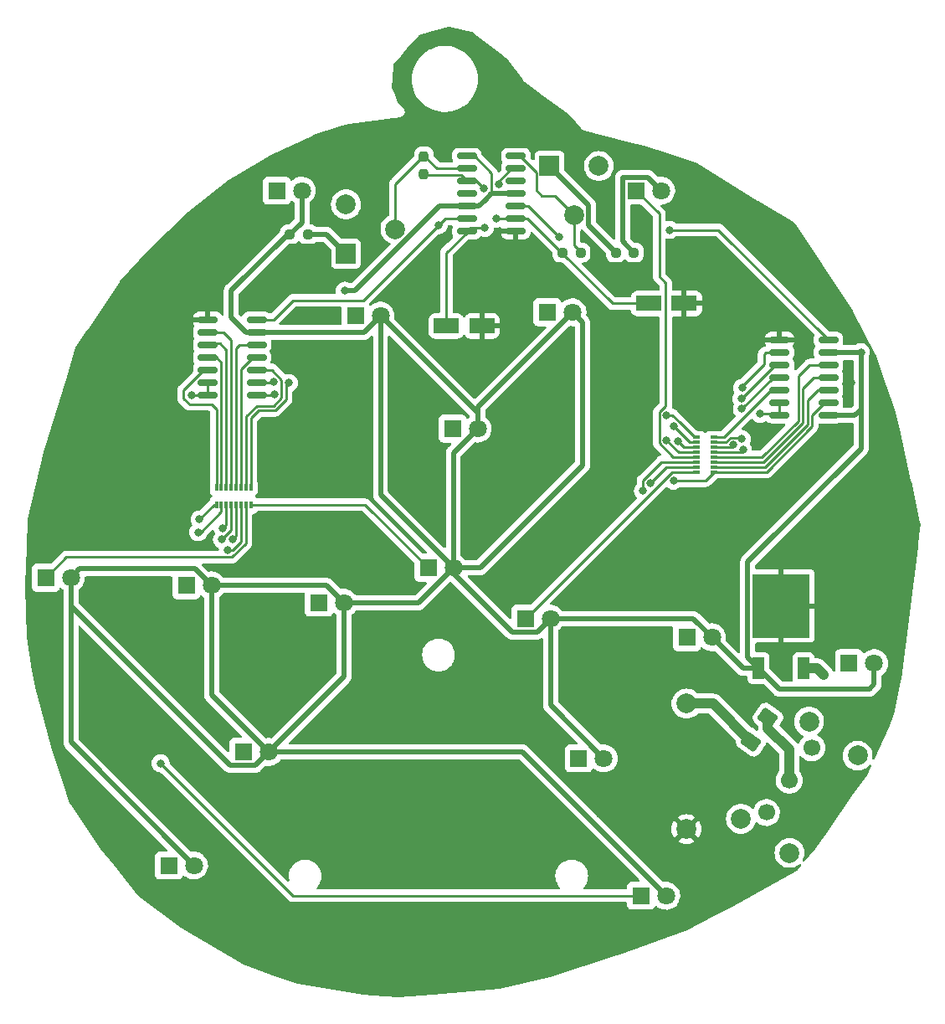
<source format=gbl>
%TF.GenerationSoftware,KiCad,Pcbnew,6.0.9*%
%TF.CreationDate,2022-11-22T22:01:50-08:00*%
%TF.ProjectId,dcpunks31,64637075-6e6b-4733-9331-2e6b69636164,rev?*%
%TF.SameCoordinates,Original*%
%TF.FileFunction,Copper,L2,Bot*%
%TF.FilePolarity,Positive*%
%FSLAX46Y46*%
G04 Gerber Fmt 4.6, Leading zero omitted, Abs format (unit mm)*
G04 Created by KiCad (PCBNEW 6.0.9) date 2022-11-22 22:01:50*
%MOMM*%
%LPD*%
G01*
G04 APERTURE LIST*
G04 Aperture macros list*
%AMRoundRect*
0 Rectangle with rounded corners*
0 $1 Rounding radius*
0 $2 $3 $4 $5 $6 $7 $8 $9 X,Y pos of 4 corners*
0 Add a 4 corners polygon primitive as box body*
4,1,4,$2,$3,$4,$5,$6,$7,$8,$9,$2,$3,0*
0 Add four circle primitives for the rounded corners*
1,1,$1+$1,$2,$3*
1,1,$1+$1,$4,$5*
1,1,$1+$1,$6,$7*
1,1,$1+$1,$8,$9*
0 Add four rect primitives between the rounded corners*
20,1,$1+$1,$2,$3,$4,$5,0*
20,1,$1+$1,$4,$5,$6,$7,0*
20,1,$1+$1,$6,$7,$8,$9,0*
20,1,$1+$1,$8,$9,$2,$3,0*%
G04 Aperture macros list end*
%TA.AperFunction,ComponentPad*%
%ADD10R,1.800000X1.800000*%
%TD*%
%TA.AperFunction,ComponentPad*%
%ADD11C,1.800000*%
%TD*%
%TA.AperFunction,SMDPad,CuDef*%
%ADD12RoundRect,0.250000X-1.050000X-0.550000X1.050000X-0.550000X1.050000X0.550000X-1.050000X0.550000X0*%
%TD*%
%TA.AperFunction,SMDPad,CuDef*%
%ADD13RoundRect,0.237500X-0.237500X0.250000X-0.237500X-0.250000X0.237500X-0.250000X0.237500X0.250000X0*%
%TD*%
%TA.AperFunction,SMDPad,CuDef*%
%ADD14RoundRect,0.237500X0.250000X0.237500X-0.250000X0.237500X-0.250000X-0.237500X0.250000X-0.237500X0*%
%TD*%
%TA.AperFunction,ComponentPad*%
%ADD15R,2.000000X2.000000*%
%TD*%
%TA.AperFunction,ComponentPad*%
%ADD16C,2.000000*%
%TD*%
%TA.AperFunction,ComponentPad*%
%ADD17C,1.700000*%
%TD*%
%TA.AperFunction,SMDPad,CuDef*%
%ADD18R,0.300000X0.800000*%
%TD*%
%TA.AperFunction,SMDPad,CuDef*%
%ADD19RoundRect,0.150000X0.825000X0.150000X-0.825000X0.150000X-0.825000X-0.150000X0.825000X-0.150000X0*%
%TD*%
%TA.AperFunction,SMDPad,CuDef*%
%ADD20RoundRect,0.237500X-0.250000X-0.237500X0.250000X-0.237500X0.250000X0.237500X-0.250000X0.237500X0*%
%TD*%
%TA.AperFunction,SMDPad,CuDef*%
%ADD21R,1.200000X2.200000*%
%TD*%
%TA.AperFunction,SMDPad,CuDef*%
%ADD22R,5.800000X6.400000*%
%TD*%
%TA.AperFunction,SMDPad,CuDef*%
%ADD23R,0.800000X0.300000*%
%TD*%
%TA.AperFunction,SMDPad,CuDef*%
%ADD24RoundRect,0.150000X-0.825000X-0.150000X0.825000X-0.150000X0.825000X0.150000X-0.825000X0.150000X0*%
%TD*%
%TA.AperFunction,SMDPad,CuDef*%
%ADD25RoundRect,0.250001X-0.246691X0.737342X-0.777248X-0.020372X0.246691X-0.737342X0.777248X0.020372X0*%
%TD*%
%TA.AperFunction,ViaPad*%
%ADD26C,0.800000*%
%TD*%
%TA.AperFunction,Conductor*%
%ADD27C,0.250000*%
%TD*%
%TA.AperFunction,Conductor*%
%ADD28C,0.500000*%
%TD*%
%TA.AperFunction,Conductor*%
%ADD29C,1.000000*%
%TD*%
G04 APERTURE END LIST*
D10*
X113855000Y-102200000D03*
D11*
X116395000Y-102200000D03*
D10*
X119645000Y-119040000D03*
D11*
X122185000Y-119040000D03*
D10*
X138320000Y-100420000D03*
D11*
X140860000Y-100420000D03*
D10*
X140795000Y-86350000D03*
D11*
X143335000Y-86350000D03*
D10*
X153555000Y-119700000D03*
D11*
X156095000Y-119700000D03*
D10*
X112105000Y-130530000D03*
D11*
X114645000Y-130530000D03*
D10*
X99635000Y-101430000D03*
D11*
X102175000Y-101430000D03*
D10*
X127270000Y-103950000D03*
D11*
X129810000Y-103950000D03*
D10*
X164495000Y-107450000D03*
D11*
X167035000Y-107450000D03*
D10*
X159355000Y-62290000D03*
D11*
X161895000Y-62290000D03*
D10*
X148155000Y-105560000D03*
D11*
X150695000Y-105560000D03*
D10*
X130955000Y-74930000D03*
D11*
X133495000Y-74930000D03*
D10*
X150385000Y-74580000D03*
D11*
X152925000Y-74580000D03*
D10*
X159860000Y-133590000D03*
D11*
X162400000Y-133590000D03*
D10*
X180895000Y-110070000D03*
D11*
X183435000Y-110070000D03*
D10*
X123005000Y-62290000D03*
D11*
X125545000Y-62290000D03*
D12*
X160617500Y-73700000D03*
X164217500Y-73700000D03*
X140147500Y-75960000D03*
X143747500Y-75960000D03*
D13*
X137890000Y-58827500D03*
X137890000Y-60652500D03*
D14*
X153732500Y-68560000D03*
X151907500Y-68560000D03*
D15*
X130010000Y-68670000D03*
D16*
X135010000Y-66170000D03*
X130010000Y-63670000D03*
X164445000Y-114150000D03*
X164445000Y-126850000D03*
D14*
X159132500Y-68550000D03*
X157307500Y-68550000D03*
D16*
X169960720Y-125807762D03*
X181758549Y-119419396D03*
X174875632Y-129249220D03*
X176843637Y-115977937D03*
D17*
X177130000Y-118620000D03*
X174835694Y-121896608D03*
X172541389Y-125173216D03*
D18*
X116900000Y-92260000D03*
X117400000Y-92260000D03*
X117900000Y-92260000D03*
X118400000Y-92260000D03*
X118900000Y-92260000D03*
X119400000Y-92260000D03*
X119900000Y-92260000D03*
X120400000Y-92260000D03*
X120400000Y-94060000D03*
X119900000Y-94060000D03*
X119400000Y-94060000D03*
X118900000Y-94060000D03*
X118400000Y-94060000D03*
X117900000Y-94060000D03*
X117400000Y-94060000D03*
X116900000Y-94060000D03*
D19*
X147175000Y-58780000D03*
X147175000Y-60050000D03*
X147175000Y-61320000D03*
X147175000Y-62590000D03*
X147175000Y-63860000D03*
X147175000Y-65130000D03*
X147175000Y-66400000D03*
X142225000Y-66400000D03*
X142225000Y-65130000D03*
X142225000Y-63860000D03*
X142225000Y-62590000D03*
X142225000Y-61320000D03*
X142225000Y-60050000D03*
X142225000Y-58780000D03*
D20*
X124337500Y-66700000D03*
X126162500Y-66700000D03*
D21*
X176295000Y-110575000D03*
D22*
X174015000Y-104275000D03*
D21*
X171735000Y-110575000D03*
D23*
X167270000Y-87230000D03*
X167270000Y-87730000D03*
X167270000Y-88230000D03*
X167270000Y-88730000D03*
X167270000Y-89230000D03*
X167270000Y-89730000D03*
X167270000Y-90230000D03*
X167270000Y-90730000D03*
X165470000Y-90730000D03*
X165470000Y-90230000D03*
X165470000Y-89730000D03*
X165470000Y-89230000D03*
X165470000Y-88730000D03*
X165470000Y-88230000D03*
X165470000Y-87730000D03*
X165470000Y-87230000D03*
D24*
X173875000Y-85000000D03*
X173875000Y-83730000D03*
X173875000Y-82460000D03*
X173875000Y-81190000D03*
X173875000Y-79920000D03*
X173875000Y-78650000D03*
X173875000Y-77380000D03*
X178825000Y-77380000D03*
X178825000Y-78650000D03*
X178825000Y-79920000D03*
X178825000Y-81190000D03*
X178825000Y-82460000D03*
X178825000Y-83730000D03*
X178825000Y-85000000D03*
D15*
X150590000Y-59790000D03*
D16*
X153090000Y-64790000D03*
X155590000Y-59790000D03*
D25*
X172693195Y-115571511D03*
X170986805Y-118008489D03*
D24*
X116015000Y-82950000D03*
X116015000Y-81680000D03*
X116015000Y-80410000D03*
X116015000Y-79140000D03*
X116015000Y-77870000D03*
X116015000Y-76600000D03*
X116015000Y-75330000D03*
X120965000Y-75330000D03*
X120965000Y-76600000D03*
X120965000Y-77870000D03*
X120965000Y-79140000D03*
X120965000Y-80410000D03*
X120965000Y-81680000D03*
X120965000Y-82950000D03*
D26*
X145210000Y-65120000D03*
X145490000Y-61650000D03*
X122200000Y-111560000D03*
X162290000Y-98700000D03*
X107020000Y-105180000D03*
X114470000Y-126180000D03*
X126680000Y-74970000D03*
X123490000Y-99150000D03*
X130130000Y-86110000D03*
X110170000Y-90470000D03*
X172200000Y-86920000D03*
X160580000Y-125210000D03*
X133710000Y-115950000D03*
X131650000Y-98700000D03*
X126050000Y-78820000D03*
X134690000Y-125160000D03*
X158780000Y-71510000D03*
X150260000Y-84080000D03*
X170420000Y-73570000D03*
X169500000Y-95790000D03*
X156590000Y-101620000D03*
X158960000Y-80560000D03*
X132220000Y-65370000D03*
X137280000Y-85600000D03*
X146080000Y-93130000D03*
X130770000Y-92060000D03*
X182390000Y-98350000D03*
X181110000Y-81740000D03*
X142560000Y-80350000D03*
X136970000Y-70110000D03*
X157540000Y-87010000D03*
X137600000Y-93390000D03*
X115320000Y-119780000D03*
X122670000Y-71540000D03*
X143940000Y-62070000D03*
X144050000Y-66060000D03*
X162437000Y-84980000D03*
X122760000Y-82910000D03*
X129890000Y-72400000D03*
X182100000Y-78630000D03*
X163140000Y-86130000D03*
X163554664Y-87593654D03*
X162437000Y-87514731D03*
X160048130Y-92628130D03*
X160783129Y-91893129D03*
X115200000Y-95540000D03*
X115062861Y-96832861D03*
X111255500Y-120190000D03*
X117535666Y-96465592D03*
X117470000Y-97570000D03*
X118580360Y-97550360D03*
X118065629Y-98605500D03*
X139380000Y-65780000D03*
X162750000Y-66250000D03*
X170055630Y-84355630D03*
X170038406Y-87409402D03*
X169216467Y-87995500D03*
X170010000Y-83340000D03*
X170170000Y-88495500D03*
X170083564Y-82227695D03*
X163136870Y-91616870D03*
X114360000Y-82950000D03*
X124229500Y-81730000D03*
X122700000Y-81650000D03*
X178320000Y-111260000D03*
X171880000Y-84860000D03*
X151560000Y-66980000D03*
D27*
X147175000Y-65130000D02*
X145220000Y-65130000D01*
X145490000Y-61650000D02*
X145490000Y-61344106D01*
X156960000Y-73700000D02*
X159367500Y-73700000D01*
X151820000Y-68560000D02*
X148390000Y-65130000D01*
X145220000Y-65130000D02*
X145210000Y-65120000D01*
X148390000Y-65130000D02*
X147175000Y-65130000D01*
X151820000Y-68560000D02*
X156960000Y-73700000D01*
X145490000Y-61344106D02*
X146784106Y-60050000D01*
X146784106Y-60050000D02*
X147175000Y-60050000D01*
X141645000Y-60740000D02*
X142225000Y-61320000D01*
X142225000Y-66505000D02*
X142225000Y-66400000D01*
X142225000Y-61320000D02*
X143190000Y-61320000D01*
X142565000Y-66060000D02*
X142225000Y-66400000D01*
X140147500Y-68582500D02*
X142225000Y-66505000D01*
X137890000Y-60740000D02*
X141645000Y-60740000D01*
X140147500Y-75960000D02*
X140147500Y-68582500D01*
X144050000Y-66060000D02*
X142565000Y-66060000D01*
X143190000Y-61320000D02*
X143940000Y-62070000D01*
X165279447Y-87230000D02*
X163819723Y-85770276D01*
X165470000Y-87230000D02*
X165279447Y-87230000D01*
X163819723Y-85770276D02*
X163029447Y-84980000D01*
X163029447Y-84980000D02*
X162437000Y-84980000D01*
D28*
X158005000Y-60940000D02*
X158005000Y-67422500D01*
X171735000Y-110575000D02*
X173850000Y-112690000D01*
D27*
X142225000Y-63860000D02*
X143460000Y-63860000D01*
D28*
X119900000Y-76600000D02*
X120965000Y-76600000D01*
X170655000Y-109495000D02*
X170655000Y-99805000D01*
X118295000Y-120390000D02*
X120835000Y-120390000D01*
X140860000Y-100420000D02*
X137330000Y-103950000D01*
X170160000Y-110575000D02*
X167035000Y-107450000D01*
X182950000Y-112690000D02*
X183435000Y-112205000D01*
X182100000Y-84380000D02*
X181470000Y-85010000D01*
D27*
X142225000Y-58780000D02*
X142990000Y-58780000D01*
D28*
X130930000Y-72400000D02*
X129890000Y-72400000D01*
X144730000Y-62590000D02*
X147175000Y-62590000D01*
X158005000Y-67422500D02*
X159132500Y-68550000D01*
X182100000Y-88360000D02*
X182100000Y-83780000D01*
X147850000Y-119040000D02*
X162400000Y-133590000D01*
X128060000Y-102200000D02*
X129810000Y-103950000D01*
X102175000Y-118060000D02*
X114645000Y-130530000D01*
X143335000Y-84170000D02*
X152925000Y-74580000D01*
X120835000Y-120390000D02*
X122185000Y-119040000D01*
X171735000Y-110575000D02*
X170655000Y-109495000D01*
X102175000Y-101430000D02*
X102175000Y-118060000D01*
X150695000Y-105560000D02*
X165145000Y-105560000D01*
X139790000Y-63860000D02*
X143460000Y-63860000D01*
X124337500Y-66700000D02*
X124110000Y-66700000D01*
X140860000Y-100420000D02*
X143570000Y-100420000D01*
X114725000Y-100530000D02*
X116395000Y-102200000D01*
X139790000Y-63860000D02*
X142225000Y-63860000D01*
X116395000Y-102200000D02*
X128060000Y-102200000D01*
X165145000Y-105560000D02*
X167035000Y-107450000D01*
X102175000Y-101430000D02*
X103075000Y-100530000D01*
X129810000Y-111415000D02*
X122185000Y-119040000D01*
X143335000Y-86350000D02*
X143335000Y-84770000D01*
X103075000Y-100530000D02*
X114725000Y-100530000D01*
D27*
X144730000Y-60520000D02*
X144730000Y-62590000D01*
D28*
X139470000Y-63860000D02*
X139790000Y-63860000D01*
X173850000Y-112690000D02*
X182950000Y-112690000D01*
X116395000Y-113250000D02*
X122185000Y-119040000D01*
X118410000Y-72400000D02*
X118410000Y-75110000D01*
X143335000Y-84770000D02*
X133495000Y-74930000D01*
X160545000Y-60940000D02*
X158005000Y-60940000D01*
X122185000Y-119040000D02*
X147850000Y-119040000D01*
X143335000Y-86350000D02*
X143335000Y-84170000D01*
X178835000Y-85010000D02*
X178825000Y-85000000D01*
X133495000Y-74930000D02*
X131825000Y-76600000D01*
X171735000Y-110575000D02*
X170160000Y-110575000D01*
X182080000Y-78650000D02*
X182100000Y-78630000D01*
X102175000Y-104270000D02*
X118295000Y-120390000D01*
X125545000Y-62290000D02*
X125545000Y-65492500D01*
X140860000Y-88825000D02*
X143335000Y-86350000D01*
X140860000Y-100985000D02*
X146795000Y-106920000D01*
X181470000Y-85010000D02*
X178835000Y-85010000D01*
X137975000Y-65355000D02*
X139470000Y-63860000D01*
X150695000Y-114300000D02*
X150695000Y-105560000D01*
X161895000Y-62290000D02*
X160545000Y-60940000D01*
X137975000Y-65355000D02*
X130930000Y-72400000D01*
X143460000Y-63860000D02*
X144095000Y-63225000D01*
D27*
X122720000Y-82950000D02*
X122760000Y-82910000D01*
D28*
X140860000Y-100420000D02*
X140860000Y-100985000D01*
X146795000Y-106920000D02*
X149335000Y-106920000D01*
X118410000Y-75110000D02*
X119900000Y-76600000D01*
X143570000Y-100420000D02*
X153930000Y-90060000D01*
X125545000Y-65492500D02*
X124337500Y-66700000D01*
X137330000Y-103950000D02*
X129810000Y-103950000D01*
X182100000Y-78630000D02*
X182100000Y-83780000D01*
D27*
X142990000Y-58780000D02*
X144730000Y-60520000D01*
D28*
X131825000Y-76600000D02*
X120965000Y-76600000D01*
X178825000Y-78650000D02*
X182080000Y-78650000D01*
X182100000Y-83780000D02*
X182100000Y-84380000D01*
X133495000Y-93055000D02*
X133495000Y-74930000D01*
X140860000Y-100420000D02*
X140860000Y-88825000D01*
X140860000Y-100420000D02*
X133495000Y-93055000D01*
D27*
X120965000Y-82950000D02*
X122720000Y-82950000D01*
D28*
X149335000Y-106920000D02*
X150695000Y-105560000D01*
X153930000Y-75585000D02*
X152925000Y-74580000D01*
X124110000Y-66700000D02*
X118410000Y-72400000D01*
X116395000Y-102200000D02*
X116395000Y-113250000D01*
X102175000Y-101430000D02*
X102175000Y-104270000D01*
X153930000Y-90060000D02*
X153930000Y-75585000D01*
X170655000Y-99805000D02*
X182100000Y-88360000D01*
X183435000Y-112205000D02*
X183435000Y-110070000D01*
X129810000Y-103950000D02*
X129810000Y-111415000D01*
X156095000Y-119700000D02*
X150695000Y-114300000D01*
X144095000Y-63225000D02*
X144730000Y-62590000D01*
X134660000Y-68670000D02*
X137975000Y-65355000D01*
D27*
X165470000Y-87730000D02*
X164740000Y-87730000D01*
X164740000Y-87730000D02*
X163140000Y-86130000D01*
X164191010Y-88230000D02*
X163554664Y-87593654D01*
X165470000Y-88230000D02*
X164191010Y-88230000D01*
X163652269Y-88730000D02*
X162437000Y-87514731D01*
X165470000Y-88730000D02*
X163652269Y-88730000D01*
X161702500Y-70982500D02*
X161702500Y-64637500D01*
X161702500Y-87832500D02*
X161702500Y-84689195D01*
X163100000Y-89230000D02*
X161702500Y-87832500D01*
X162350000Y-84041695D02*
X162350000Y-71630000D01*
X165470000Y-89230000D02*
X163100000Y-89230000D01*
X161702500Y-84689195D02*
X162350000Y-84041695D01*
X162350000Y-71630000D02*
X161702500Y-70982500D01*
X161702500Y-64637500D02*
X159355000Y-62290000D01*
X161906811Y-89730000D02*
X160048130Y-91588681D01*
X160048130Y-91588681D02*
X160048130Y-92628130D01*
X165470000Y-89730000D02*
X161906811Y-89730000D01*
X165470000Y-90230000D02*
X162446258Y-90230000D01*
X162446258Y-90230000D02*
X160783129Y-91893129D01*
X162985000Y-90730000D02*
X148155000Y-105560000D01*
X165470000Y-90730000D02*
X162985000Y-90730000D01*
X116900000Y-94060000D02*
X116680000Y-94060000D01*
X116680000Y-94060000D02*
X115200000Y-95540000D01*
X115347139Y-96832861D02*
X115062861Y-96832861D01*
X124655500Y-133590000D02*
X159860000Y-133590000D01*
X117400000Y-94060000D02*
X117400000Y-94780000D01*
X111255500Y-120190000D02*
X124655500Y-133590000D01*
X117400000Y-94780000D02*
X115347139Y-96832861D01*
X117900000Y-94060000D02*
X117900000Y-96101258D01*
X117900000Y-96101258D02*
X117535666Y-96465592D01*
X118400000Y-94060000D02*
X118400000Y-96640000D01*
X118400000Y-96640000D02*
X117470000Y-97570000D01*
X118900000Y-94060000D02*
X118900000Y-97230720D01*
X118900000Y-97230720D02*
X118580360Y-97550360D01*
X118563962Y-98605500D02*
X118065629Y-98605500D01*
X118744731Y-98424731D02*
X118563962Y-98605500D01*
X119400000Y-97769462D02*
X118744731Y-98424731D01*
X119400000Y-94060000D02*
X119400000Y-97769462D01*
X119900000Y-94060000D02*
X119900000Y-97920000D01*
X119900000Y-97920000D02*
X118480000Y-99340000D01*
X101725000Y-99340000D02*
X99635000Y-101430000D01*
X118480000Y-99340000D02*
X101725000Y-99340000D01*
X131960000Y-94060000D02*
X138320000Y-100420000D01*
X120400000Y-94060000D02*
X131960000Y-94060000D01*
D29*
X174835694Y-121896608D02*
X174835694Y-118775694D01*
X174835694Y-118775694D02*
X172693195Y-116633195D01*
X172693195Y-116633195D02*
X172693195Y-115571511D01*
X164445000Y-114150000D02*
X167128316Y-114150000D01*
X167128316Y-114150000D02*
X170986805Y-118008489D01*
D27*
X149820000Y-62820000D02*
X151120000Y-62820000D01*
X153090000Y-67830000D02*
X153820000Y-68560000D01*
X149255000Y-60469106D02*
X149255000Y-62255000D01*
X147565894Y-58780000D02*
X149255000Y-60469106D01*
X149255000Y-62255000D02*
X149820000Y-62820000D01*
X147175000Y-58780000D02*
X147565894Y-58780000D01*
X151120000Y-62820000D02*
X153090000Y-64790000D01*
X153090000Y-64790000D02*
X153090000Y-67830000D01*
X139200000Y-60050000D02*
X142225000Y-60050000D01*
X135010000Y-61620000D02*
X137890000Y-58740000D01*
X137890000Y-58740000D02*
X139200000Y-60050000D01*
X135010000Y-66170000D02*
X135010000Y-61620000D01*
X131780000Y-73380000D02*
X124630000Y-73380000D01*
X167695000Y-66250000D02*
X162750000Y-66250000D01*
X142225000Y-65130000D02*
X140030000Y-65130000D01*
X178825000Y-77380000D02*
X167695000Y-66250000D01*
X140030000Y-65130000D02*
X139380000Y-65780000D01*
X122680000Y-75330000D02*
X120965000Y-75330000D01*
X139380000Y-65780000D02*
X131780000Y-73380000D01*
X124630000Y-73380000D02*
X122680000Y-75330000D01*
X172990000Y-82460000D02*
X173875000Y-82460000D01*
X168220000Y-87230000D02*
X172990000Y-82460000D01*
X167270000Y-87230000D02*
X168220000Y-87230000D01*
X170055630Y-84355630D02*
X173221260Y-81190000D01*
X168442520Y-87730000D02*
X168916425Y-87256095D01*
X169885099Y-87256095D02*
X170038406Y-87409402D01*
X173221260Y-81190000D02*
X173875000Y-81190000D01*
X167270000Y-87730000D02*
X168442520Y-87730000D01*
X168916425Y-87256095D02*
X169885099Y-87256095D01*
X168981967Y-88230000D02*
X169216467Y-87995500D01*
X167270000Y-88230000D02*
X168981967Y-88230000D01*
X173875000Y-79920000D02*
X173430000Y-79920000D01*
X173430000Y-79920000D02*
X170010000Y-83340000D01*
X170083564Y-82076436D02*
X172310000Y-79850000D01*
X170083564Y-82227695D02*
X170083564Y-82076436D01*
X172310000Y-78850000D02*
X172510000Y-78650000D01*
X172310000Y-79850000D02*
X172310000Y-78850000D01*
X169935500Y-88730000D02*
X170170000Y-88495500D01*
X167270000Y-88730000D02*
X169935500Y-88730000D01*
X172510000Y-78650000D02*
X173875000Y-78650000D01*
X172100000Y-89230000D02*
X175770000Y-85560000D01*
X176910000Y-79920000D02*
X178825000Y-79920000D01*
X175770000Y-81060000D02*
X176910000Y-79920000D01*
X167270000Y-89230000D02*
X172100000Y-89230000D01*
X175770000Y-85560000D02*
X175770000Y-81060000D01*
X172258924Y-89730000D02*
X176230000Y-85758924D01*
X177320000Y-81190000D02*
X178825000Y-81190000D01*
X176230000Y-85758924D02*
X176230000Y-82280000D01*
X176230000Y-82280000D02*
X177320000Y-81190000D01*
X167270000Y-89730000D02*
X172258924Y-89730000D01*
X167270000Y-90230000D02*
X167285000Y-90245000D01*
X167285000Y-90245000D02*
X172394462Y-90245000D01*
X176690000Y-85949462D02*
X176690000Y-83470000D01*
X172394462Y-90245000D02*
X176690000Y-85949462D01*
X177700000Y-82460000D02*
X178825000Y-82460000D01*
X176690000Y-83470000D02*
X177700000Y-82460000D01*
X167270000Y-90730000D02*
X172560000Y-90730000D01*
X116015000Y-81680000D02*
X116015000Y-82950000D01*
X177150000Y-85014106D02*
X178434106Y-83730000D01*
X116015000Y-82950000D02*
X114360000Y-82950000D01*
X178434106Y-83730000D02*
X178825000Y-83730000D01*
X167270000Y-90730000D02*
X166383130Y-91616870D01*
X172560000Y-90730000D02*
X177150000Y-86140000D01*
X177150000Y-86140000D02*
X177150000Y-85014106D01*
X166383130Y-91616870D02*
X163136870Y-91616870D01*
X115624106Y-80410000D02*
X116015000Y-80410000D01*
X116915000Y-92200000D02*
X116915000Y-84385000D01*
X116915000Y-84385000D02*
X116430000Y-83900000D01*
X116430000Y-83900000D02*
X114190000Y-83900000D01*
X113590000Y-82444106D02*
X115624106Y-80410000D01*
X114190000Y-83900000D02*
X113590000Y-83300000D01*
X113590000Y-83300000D02*
X113590000Y-82444106D01*
X117400000Y-92260000D02*
X117400000Y-79640000D01*
X116900000Y-79140000D02*
X116015000Y-79140000D01*
X117400000Y-79640000D02*
X116900000Y-79140000D01*
X117900000Y-78380000D02*
X117240000Y-77720000D01*
X117240000Y-77720000D02*
X116165000Y-77720000D01*
X116165000Y-77720000D02*
X116015000Y-77870000D01*
X117900000Y-92260000D02*
X117900000Y-78380000D01*
X117620000Y-76600000D02*
X116015000Y-76600000D01*
X118410000Y-77390000D02*
X117620000Y-76600000D01*
X118400000Y-92260000D02*
X118400000Y-82404106D01*
X118400000Y-82404106D02*
X118410000Y-82394106D01*
X118410000Y-82394106D02*
X118410000Y-77390000D01*
X119260000Y-77870000D02*
X120965000Y-77870000D01*
X118890000Y-78240000D02*
X119260000Y-77870000D01*
X118900000Y-79544106D02*
X118890000Y-79534106D01*
X118900000Y-92260000D02*
X118900000Y-79544106D01*
X118890000Y-79534106D02*
X118890000Y-78240000D01*
X119400000Y-92260000D02*
X119400000Y-80314106D01*
X119400000Y-80314106D02*
X120574106Y-79140000D01*
X120574106Y-79140000D02*
X120965000Y-79140000D01*
X123495000Y-81405553D02*
X123495000Y-83214447D01*
X120965000Y-80410000D02*
X122499447Y-80410000D01*
X123495000Y-83214447D02*
X122669447Y-84040000D01*
X122499447Y-80410000D02*
X123495000Y-81405553D01*
X119900000Y-85130000D02*
X119900000Y-92260000D01*
X122669447Y-84040000D02*
X120990000Y-84040000D01*
X120990000Y-84040000D02*
X119900000Y-85130000D01*
X121180269Y-84500269D02*
X122859716Y-84500269D01*
X120400000Y-85280538D02*
X121180269Y-84500269D01*
X120400000Y-92260000D02*
X120400000Y-85280538D01*
X120965000Y-81680000D02*
X122670000Y-81680000D01*
X123955000Y-82004500D02*
X124229500Y-81730000D01*
X122859716Y-84500269D02*
X123955000Y-83404985D01*
X123955000Y-83404985D02*
X123955000Y-83023909D01*
X122670000Y-81680000D02*
X122700000Y-81650000D01*
X123955000Y-83023909D02*
X123955000Y-82004500D01*
D29*
X177635000Y-110575000D02*
X178320000Y-111260000D01*
X176295000Y-110575000D02*
X177635000Y-110575000D01*
D27*
X171880000Y-84860000D02*
X173735000Y-84860000D01*
X173875000Y-85000000D02*
X173875000Y-83730000D01*
X173735000Y-84860000D02*
X173875000Y-85000000D01*
X148440000Y-63860000D02*
X151560000Y-66980000D01*
X147175000Y-63860000D02*
X148440000Y-63860000D01*
D28*
X128040000Y-66700000D02*
X130010000Y-68670000D01*
X126162500Y-66700000D02*
X128040000Y-66700000D01*
X154540000Y-63740000D02*
X150590000Y-59790000D01*
X157307500Y-68550000D02*
X154540000Y-65782500D01*
X154540000Y-65782500D02*
X154540000Y-63740000D01*
%TA.AperFunction,Conductor*%
G36*
X142706052Y-46216812D02*
G01*
X142754476Y-46239075D01*
X143245756Y-46607948D01*
X145612977Y-48385355D01*
X145613440Y-48385705D01*
X146171510Y-48810902D01*
X146195993Y-48835588D01*
X147810844Y-50991731D01*
X147901704Y-51113047D01*
X147912646Y-51130456D01*
X147922384Y-51149188D01*
X147948620Y-51176577D01*
X147952359Y-51180681D01*
X147954884Y-51184053D01*
X147958043Y-51187214D01*
X147958048Y-51187220D01*
X147975563Y-51204746D01*
X147977426Y-51206651D01*
X147996434Y-51226494D01*
X147996440Y-51226499D01*
X147999802Y-51230009D01*
X148003168Y-51232581D01*
X148007052Y-51236255D01*
X148031773Y-51260992D01*
X148053740Y-51273028D01*
X148069684Y-51283402D01*
X149779989Y-52590151D01*
X149784787Y-52594006D01*
X149787267Y-52596100D01*
X149790733Y-52599519D01*
X149794686Y-52602365D01*
X149815599Y-52617423D01*
X149818472Y-52619554D01*
X149840294Y-52636227D01*
X149844208Y-52638417D01*
X149847953Y-52640878D01*
X149847858Y-52641023D01*
X149852510Y-52643999D01*
X152515650Y-54561458D01*
X152536305Y-54580117D01*
X152723940Y-54791735D01*
X153792408Y-55996775D01*
X153802283Y-56009458D01*
X153820622Y-56036395D01*
X153827549Y-56042096D01*
X153827555Y-56042102D01*
X153873330Y-56079772D01*
X153874715Y-56080928D01*
X153926719Y-56125012D01*
X153930176Y-56126550D01*
X153933092Y-56128950D01*
X153995864Y-56155792D01*
X153997386Y-56156456D01*
X154059797Y-56184227D01*
X154068690Y-56185427D01*
X154068692Y-56185428D01*
X154084555Y-56187569D01*
X154095986Y-56189112D01*
X154110245Y-56191882D01*
X158711093Y-57364796D01*
X160132538Y-57727171D01*
X160141126Y-57729688D01*
X162534832Y-58524678D01*
X165528641Y-59518973D01*
X165555395Y-59531509D01*
X171659023Y-63321666D01*
X171663111Y-63324370D01*
X171666177Y-63326905D01*
X171670364Y-63329393D01*
X171694900Y-63343973D01*
X171697004Y-63345251D01*
X171722768Y-63361250D01*
X171726400Y-63362843D01*
X171730826Y-63365322D01*
X173804602Y-64597644D01*
X175302264Y-65487615D01*
X175394960Y-65542699D01*
X175435770Y-65581636D01*
X181287173Y-74452167D01*
X181293859Y-74463563D01*
X183529470Y-78777899D01*
X183539111Y-78796504D01*
X183545797Y-78811814D01*
X184706022Y-82036555D01*
X185557729Y-84403799D01*
X185562212Y-84419318D01*
X186002094Y-86413813D01*
X187154313Y-91638162D01*
X187154998Y-91641269D01*
X187155136Y-91642029D01*
X187155194Y-91642890D01*
X187155719Y-91645224D01*
X187155724Y-91645253D01*
X187163626Y-91680398D01*
X187163738Y-91680899D01*
X187168175Y-91701016D01*
X187171297Y-91715173D01*
X187171598Y-91715974D01*
X187171795Y-91716729D01*
X188101140Y-95850378D01*
X188103544Y-95890947D01*
X187967995Y-97204729D01*
X187871970Y-98135442D01*
X187854945Y-98300449D01*
X187854609Y-98303364D01*
X186160772Y-111655959D01*
X186148151Y-111755449D01*
X186146851Y-111763565D01*
X186112017Y-111943292D01*
X185474476Y-115232635D01*
X185465971Y-115259714D01*
X184894145Y-116549935D01*
X183498037Y-119700000D01*
X183494625Y-119707698D01*
X183448737Y-119761871D01*
X183380845Y-119782636D01*
X183312504Y-119763399D01*
X183265413Y-119710268D01*
X183253820Y-119646758D01*
X183271326Y-119424326D01*
X183271714Y-119419396D01*
X183253084Y-119182685D01*
X183238470Y-119121811D01*
X183198809Y-118956614D01*
X183197654Y-118951802D01*
X183195760Y-118947229D01*
X183108684Y-118737007D01*
X183108682Y-118737003D01*
X183106789Y-118732433D01*
X183104203Y-118728213D01*
X182985308Y-118534194D01*
X182985304Y-118534188D01*
X182982725Y-118529980D01*
X182828518Y-118349427D01*
X182809943Y-118333562D01*
X182768603Y-118298255D01*
X182647965Y-118195220D01*
X182643757Y-118192641D01*
X182643751Y-118192637D01*
X182449732Y-118073742D01*
X182445512Y-118071156D01*
X182440942Y-118069263D01*
X182440938Y-118069261D01*
X182230716Y-117982185D01*
X182230714Y-117982184D01*
X182226143Y-117980291D01*
X182145940Y-117961036D01*
X182000073Y-117926016D01*
X182000067Y-117926015D01*
X181995260Y-117924861D01*
X181758549Y-117906231D01*
X181521838Y-117924861D01*
X181517031Y-117926015D01*
X181517025Y-117926016D01*
X181371158Y-117961036D01*
X181290955Y-117980291D01*
X181286384Y-117982184D01*
X181286382Y-117982185D01*
X181076160Y-118069261D01*
X181076156Y-118069263D01*
X181071586Y-118071156D01*
X181067366Y-118073742D01*
X180873347Y-118192637D01*
X180873341Y-118192641D01*
X180869133Y-118195220D01*
X180748495Y-118298255D01*
X180707156Y-118333562D01*
X180688580Y-118349427D01*
X180534373Y-118529980D01*
X180531794Y-118534188D01*
X180531790Y-118534194D01*
X180412895Y-118728213D01*
X180410309Y-118732433D01*
X180408416Y-118737003D01*
X180408414Y-118737007D01*
X180321338Y-118947229D01*
X180319444Y-118951802D01*
X180318289Y-118956614D01*
X180278629Y-119121811D01*
X180264014Y-119182685D01*
X180245384Y-119419396D01*
X180264014Y-119656107D01*
X180265168Y-119660914D01*
X180265169Y-119660920D01*
X180294391Y-119782636D01*
X180319444Y-119886990D01*
X180321337Y-119891561D01*
X180321338Y-119891563D01*
X180366284Y-120000072D01*
X180410309Y-120106359D01*
X180412895Y-120110579D01*
X180531790Y-120304598D01*
X180531794Y-120304604D01*
X180534373Y-120308812D01*
X180688580Y-120489365D01*
X180869133Y-120643572D01*
X180873341Y-120646151D01*
X180873347Y-120646155D01*
X180995852Y-120721226D01*
X181071586Y-120767636D01*
X181076156Y-120769529D01*
X181076160Y-120769531D01*
X181286382Y-120856607D01*
X181290955Y-120858501D01*
X181371158Y-120877756D01*
X181517025Y-120912776D01*
X181517031Y-120912777D01*
X181521838Y-120913931D01*
X181758549Y-120932561D01*
X181995260Y-120913931D01*
X182000067Y-120912777D01*
X182000073Y-120912776D01*
X182145940Y-120877756D01*
X182226143Y-120858501D01*
X182230716Y-120856607D01*
X182440938Y-120769531D01*
X182440942Y-120769529D01*
X182445512Y-120767636D01*
X182521246Y-120721226D01*
X182643751Y-120646155D01*
X182643757Y-120646151D01*
X182647965Y-120643572D01*
X182828518Y-120489365D01*
X182831726Y-120485609D01*
X182831731Y-120485604D01*
X182931979Y-120368228D01*
X182991429Y-120329419D01*
X183062424Y-120328911D01*
X183122423Y-120366867D01*
X183152376Y-120431236D01*
X183142983Y-120501112D01*
X182754330Y-121378037D01*
X182739937Y-121402583D01*
X181454507Y-123116490D01*
X181446811Y-123125648D01*
X181445921Y-123126755D01*
X181442594Y-123130297D01*
X181428081Y-123151524D01*
X181424878Y-123155996D01*
X181413980Y-123170525D01*
X181413975Y-123170533D01*
X181411292Y-123174110D01*
X181408837Y-123178590D01*
X181402355Y-123189149D01*
X178590900Y-127301142D01*
X178487679Y-127452112D01*
X178484640Y-127456365D01*
X178292228Y-127714124D01*
X177440917Y-128854560D01*
X177437485Y-128858952D01*
X176414186Y-130110270D01*
X176403015Y-130123930D01*
X176344407Y-130164001D01*
X176273440Y-130166025D01*
X176212643Y-130129360D01*
X176181321Y-130065646D01*
X176189418Y-129995112D01*
X176198044Y-129978332D01*
X176221283Y-129940409D01*
X176221287Y-129940402D01*
X176223872Y-129936183D01*
X176314737Y-129716814D01*
X176360178Y-129527540D01*
X176369012Y-129490744D01*
X176369013Y-129490738D01*
X176370167Y-129485931D01*
X176388797Y-129249220D01*
X176370167Y-129012509D01*
X176359654Y-128968717D01*
X176315892Y-128786438D01*
X176314737Y-128781626D01*
X176223872Y-128562257D01*
X176221286Y-128558037D01*
X176102391Y-128364018D01*
X176102387Y-128364012D01*
X176099808Y-128359804D01*
X175945601Y-128179251D01*
X175765048Y-128025044D01*
X175760840Y-128022465D01*
X175760834Y-128022461D01*
X175566815Y-127903566D01*
X175562595Y-127900980D01*
X175558025Y-127899087D01*
X175558021Y-127899085D01*
X175347799Y-127812009D01*
X175347797Y-127812008D01*
X175343226Y-127810115D01*
X175263023Y-127790860D01*
X175117156Y-127755840D01*
X175117150Y-127755839D01*
X175112343Y-127754685D01*
X174875632Y-127736055D01*
X174638921Y-127754685D01*
X174634114Y-127755839D01*
X174634108Y-127755840D01*
X174488241Y-127790860D01*
X174408038Y-127810115D01*
X174403467Y-127812008D01*
X174403465Y-127812009D01*
X174193243Y-127899085D01*
X174193239Y-127899087D01*
X174188669Y-127900980D01*
X174184449Y-127903566D01*
X173990430Y-128022461D01*
X173990424Y-128022465D01*
X173986216Y-128025044D01*
X173805663Y-128179251D01*
X173651456Y-128359804D01*
X173648877Y-128364012D01*
X173648873Y-128364018D01*
X173529978Y-128558037D01*
X173527392Y-128562257D01*
X173436527Y-128781626D01*
X173435372Y-128786438D01*
X173391611Y-128968717D01*
X173381097Y-129012509D01*
X173362467Y-129249220D01*
X173381097Y-129485931D01*
X173382251Y-129490738D01*
X173382252Y-129490744D01*
X173391086Y-129527540D01*
X173436527Y-129716814D01*
X173527392Y-129936183D01*
X173529978Y-129940403D01*
X173648873Y-130134422D01*
X173648877Y-130134428D01*
X173651456Y-130138636D01*
X173805663Y-130319189D01*
X173986216Y-130473396D01*
X173990424Y-130475975D01*
X173990430Y-130475979D01*
X174184449Y-130594874D01*
X174188669Y-130597460D01*
X174193239Y-130599353D01*
X174193243Y-130599355D01*
X174403465Y-130686431D01*
X174408038Y-130688325D01*
X174488241Y-130707580D01*
X174634108Y-130742600D01*
X174634114Y-130742601D01*
X174638921Y-130743755D01*
X174875632Y-130762385D01*
X175112343Y-130743755D01*
X175117150Y-130742601D01*
X175117156Y-130742600D01*
X175263023Y-130707580D01*
X175343226Y-130688325D01*
X175347799Y-130686431D01*
X175558021Y-130599355D01*
X175558025Y-130599353D01*
X175562595Y-130597460D01*
X175566815Y-130594874D01*
X175760834Y-130475979D01*
X175760840Y-130475975D01*
X175765048Y-130473396D01*
X175768810Y-130470183D01*
X175768814Y-130470180D01*
X175861984Y-130390606D01*
X175926773Y-130361575D01*
X175996974Y-130372180D01*
X176050296Y-130419055D01*
X176069811Y-130487317D01*
X176049323Y-130555293D01*
X176041355Y-130566176D01*
X175897080Y-130742600D01*
X175682081Y-131005506D01*
X175646347Y-131035543D01*
X173331659Y-132338421D01*
X169082676Y-134730064D01*
X169077836Y-134732649D01*
X167273534Y-135646517D01*
X164503359Y-137049593D01*
X164489865Y-137055465D01*
X157458775Y-139637503D01*
X157453170Y-139639411D01*
X150618456Y-141788317D01*
X150610056Y-141790641D01*
X145546846Y-143004628D01*
X145528603Y-143007607D01*
X138811807Y-143602892D01*
X138809161Y-143603099D01*
X135296532Y-143839906D01*
X135280354Y-143839955D01*
X132794192Y-143687600D01*
X131764972Y-143624528D01*
X131751605Y-143622989D01*
X130712993Y-143446796D01*
X125118471Y-142497726D01*
X125097720Y-142492355D01*
X122390234Y-141539359D01*
X119667391Y-140580957D01*
X119645148Y-140570595D01*
X113329078Y-136840167D01*
X113317409Y-136832367D01*
X109008639Y-133590998D01*
X108986318Y-133569421D01*
X106486094Y-130470185D01*
X105212113Y-128890980D01*
X105205965Y-128882686D01*
X104852353Y-128362275D01*
X102089107Y-124295612D01*
X102073977Y-124265195D01*
X101708013Y-123184023D01*
X100138310Y-118546625D01*
X100135927Y-118538746D01*
X100135597Y-118537508D01*
X98779507Y-113458817D01*
X98618645Y-112856374D01*
X98616220Y-112845323D01*
X98265485Y-110815541D01*
X97688818Y-107478237D01*
X97687028Y-107460313D01*
X97686740Y-107450000D01*
X97544804Y-102378134D01*
X98226500Y-102378134D01*
X98233255Y-102440316D01*
X98284385Y-102576705D01*
X98371739Y-102693261D01*
X98488295Y-102780615D01*
X98624684Y-102831745D01*
X98686866Y-102838500D01*
X100583134Y-102838500D01*
X100645316Y-102831745D01*
X100781705Y-102780615D01*
X100898261Y-102693261D01*
X100985615Y-102576705D01*
X101010180Y-102511178D01*
X101052822Y-102454414D01*
X101119383Y-102429714D01*
X101188732Y-102444921D01*
X101208647Y-102458464D01*
X101363517Y-102587039D01*
X101364349Y-102587730D01*
X101364206Y-102587902D01*
X101407101Y-102641570D01*
X101416500Y-102689321D01*
X101416500Y-104202930D01*
X101415067Y-104221880D01*
X101411801Y-104243349D01*
X101412394Y-104250641D01*
X101412394Y-104250644D01*
X101416085Y-104296018D01*
X101416500Y-104306233D01*
X101416500Y-117992930D01*
X101415067Y-118011880D01*
X101413160Y-118024417D01*
X101411801Y-118033349D01*
X101412394Y-118040641D01*
X101412394Y-118040644D01*
X101416085Y-118086018D01*
X101416500Y-118096233D01*
X101416500Y-118104293D01*
X101416925Y-118107937D01*
X101419789Y-118132507D01*
X101420222Y-118136882D01*
X101425229Y-118198431D01*
X101426140Y-118209637D01*
X101428396Y-118216601D01*
X101429587Y-118222560D01*
X101430971Y-118228415D01*
X101431818Y-118235681D01*
X101456735Y-118304327D01*
X101458152Y-118308455D01*
X101474647Y-118359371D01*
X101480649Y-118377899D01*
X101484445Y-118384154D01*
X101486951Y-118389628D01*
X101489670Y-118395058D01*
X101492167Y-118401937D01*
X101496180Y-118408057D01*
X101496180Y-118408058D01*
X101532186Y-118462976D01*
X101534523Y-118466680D01*
X101572405Y-118529107D01*
X101576121Y-118533315D01*
X101576122Y-118533316D01*
X101579803Y-118537484D01*
X101579776Y-118537508D01*
X101582429Y-118540500D01*
X101585132Y-118543733D01*
X101589144Y-118549852D01*
X101594456Y-118554884D01*
X101645383Y-118603128D01*
X101647825Y-118605506D01*
X111948724Y-128906405D01*
X111982750Y-128968717D01*
X111977685Y-129039532D01*
X111935138Y-129096368D01*
X111868618Y-129121179D01*
X111859629Y-129121500D01*
X111156866Y-129121500D01*
X111094684Y-129128255D01*
X110958295Y-129179385D01*
X110841739Y-129266739D01*
X110754385Y-129383295D01*
X110703255Y-129519684D01*
X110696500Y-129581866D01*
X110696500Y-131478134D01*
X110703255Y-131540316D01*
X110754385Y-131676705D01*
X110841739Y-131793261D01*
X110958295Y-131880615D01*
X111094684Y-131931745D01*
X111156866Y-131938500D01*
X113053134Y-131938500D01*
X113115316Y-131931745D01*
X113251705Y-131880615D01*
X113368261Y-131793261D01*
X113455615Y-131676705D01*
X113480180Y-131611178D01*
X113522822Y-131554414D01*
X113589383Y-131529714D01*
X113658732Y-131544921D01*
X113678647Y-131558464D01*
X113743724Y-131612492D01*
X113834349Y-131687730D01*
X114034322Y-131804584D01*
X114039147Y-131806426D01*
X114039148Y-131806427D01*
X114113665Y-131834883D01*
X114250694Y-131887209D01*
X114255760Y-131888240D01*
X114255761Y-131888240D01*
X114308846Y-131899040D01*
X114477656Y-131933385D01*
X114607089Y-131938131D01*
X114703949Y-131941683D01*
X114703953Y-131941683D01*
X114709113Y-131941872D01*
X114714233Y-131941216D01*
X114714235Y-131941216D01*
X114788166Y-131931745D01*
X114938847Y-131912442D01*
X114943795Y-131910957D01*
X114943802Y-131910956D01*
X115155747Y-131847369D01*
X115160690Y-131845886D01*
X115165324Y-131843616D01*
X115364049Y-131746262D01*
X115364052Y-131746260D01*
X115368684Y-131743991D01*
X115557243Y-131609494D01*
X115721303Y-131446005D01*
X115856458Y-131257917D01*
X115959078Y-131050280D01*
X116026408Y-130828671D01*
X116056640Y-130599041D01*
X116058327Y-130530000D01*
X116041259Y-130322397D01*
X116039773Y-130304318D01*
X116039772Y-130304312D01*
X116039349Y-130299167D01*
X115993027Y-130114751D01*
X115984184Y-130079544D01*
X115984183Y-130079540D01*
X115982925Y-130074533D01*
X115955981Y-130012565D01*
X115892630Y-129866868D01*
X115892628Y-129866865D01*
X115890570Y-129862131D01*
X115764764Y-129667665D01*
X115608887Y-129496358D01*
X115604836Y-129493159D01*
X115604832Y-129493155D01*
X115431177Y-129356011D01*
X115431172Y-129356008D01*
X115427123Y-129352810D01*
X115422607Y-129350317D01*
X115422604Y-129350315D01*
X115228879Y-129243373D01*
X115228875Y-129243371D01*
X115224355Y-129240876D01*
X115219486Y-129239152D01*
X115219482Y-129239150D01*
X115010903Y-129165288D01*
X115010899Y-129165287D01*
X115006028Y-129163562D01*
X115000935Y-129162655D01*
X115000932Y-129162654D01*
X114783095Y-129123851D01*
X114783089Y-129123850D01*
X114778006Y-129122945D01*
X114705096Y-129122054D01*
X114551581Y-129120179D01*
X114551579Y-129120179D01*
X114546411Y-129120116D01*
X114402515Y-129142135D01*
X114332152Y-129132667D01*
X114294361Y-129106680D01*
X102970405Y-117782724D01*
X102936379Y-117720412D01*
X102933500Y-117693629D01*
X102933500Y-106405371D01*
X102953502Y-106337250D01*
X103007158Y-106290757D01*
X103077432Y-106280653D01*
X103142012Y-106310147D01*
X103148595Y-106316276D01*
X117711230Y-120878911D01*
X117723616Y-120893323D01*
X117732149Y-120904918D01*
X117732154Y-120904923D01*
X117736492Y-120910818D01*
X117742070Y-120915557D01*
X117742073Y-120915560D01*
X117776768Y-120945035D01*
X117784284Y-120951965D01*
X117789980Y-120957661D01*
X117792841Y-120959924D01*
X117792846Y-120959929D01*
X117812256Y-120975285D01*
X117815658Y-120978074D01*
X117836176Y-120995505D01*
X117871285Y-121025333D01*
X117877802Y-121028661D01*
X117882850Y-121032027D01*
X117887972Y-121035190D01*
X117893716Y-121039735D01*
X117959895Y-121070664D01*
X117963779Y-121072563D01*
X118028808Y-121105769D01*
X118035923Y-121107510D01*
X118041578Y-121109613D01*
X118047317Y-121111522D01*
X118053950Y-121114622D01*
X118125435Y-121129491D01*
X118129701Y-121130457D01*
X118200610Y-121147808D01*
X118206212Y-121148156D01*
X118206215Y-121148156D01*
X118211764Y-121148500D01*
X118211762Y-121148535D01*
X118215734Y-121148775D01*
X118219955Y-121149152D01*
X118227115Y-121150641D01*
X118304542Y-121148546D01*
X118307950Y-121148500D01*
X120767930Y-121148500D01*
X120786880Y-121149933D01*
X120801115Y-121152099D01*
X120801119Y-121152099D01*
X120808349Y-121153199D01*
X120815641Y-121152606D01*
X120815644Y-121152606D01*
X120861018Y-121148915D01*
X120871233Y-121148500D01*
X120879293Y-121148500D01*
X120896680Y-121146473D01*
X120907507Y-121145211D01*
X120911882Y-121144778D01*
X120977339Y-121139454D01*
X120977342Y-121139453D01*
X120984637Y-121138860D01*
X120991601Y-121136604D01*
X120997560Y-121135413D01*
X121003415Y-121134029D01*
X121010681Y-121133182D01*
X121079327Y-121108265D01*
X121083455Y-121106848D01*
X121145936Y-121086607D01*
X121145938Y-121086606D01*
X121152899Y-121084351D01*
X121159154Y-121080555D01*
X121164628Y-121078049D01*
X121170058Y-121075330D01*
X121176937Y-121072833D01*
X121199195Y-121058240D01*
X121237976Y-121032814D01*
X121241680Y-121030477D01*
X121304107Y-120992595D01*
X121312484Y-120985197D01*
X121312508Y-120985224D01*
X121315500Y-120982571D01*
X121318733Y-120979868D01*
X121324852Y-120975856D01*
X121378128Y-120919617D01*
X121380506Y-120917175D01*
X121834040Y-120463641D01*
X121896352Y-120429615D01*
X121948256Y-120429266D01*
X122012585Y-120442354D01*
X122012593Y-120442355D01*
X122017656Y-120443385D01*
X122148324Y-120448176D01*
X122243949Y-120451683D01*
X122243953Y-120451683D01*
X122249113Y-120451872D01*
X122254233Y-120451216D01*
X122254235Y-120451216D01*
X122327270Y-120441860D01*
X122478847Y-120422442D01*
X122483795Y-120420957D01*
X122483802Y-120420956D01*
X122695747Y-120357369D01*
X122700690Y-120355886D01*
X122755753Y-120328911D01*
X122904049Y-120256262D01*
X122904052Y-120256260D01*
X122908684Y-120253991D01*
X123097243Y-120119494D01*
X123261303Y-119956005D01*
X123336777Y-119850973D01*
X123392770Y-119807326D01*
X123439098Y-119798500D01*
X147483629Y-119798500D01*
X147551750Y-119818502D01*
X147572724Y-119835405D01*
X159703724Y-131966405D01*
X159737750Y-132028717D01*
X159732685Y-132099532D01*
X159690138Y-132156368D01*
X159623618Y-132181179D01*
X159614629Y-132181500D01*
X158911866Y-132181500D01*
X158849684Y-132188255D01*
X158713295Y-132239385D01*
X158596739Y-132326739D01*
X158509385Y-132443295D01*
X158458255Y-132579684D01*
X158451500Y-132641866D01*
X158451500Y-132830500D01*
X158431498Y-132898621D01*
X158377842Y-132945114D01*
X158325500Y-132956500D01*
X154125710Y-132956500D01*
X154057589Y-132936498D01*
X154011096Y-132882842D01*
X154000992Y-132812568D01*
X154029899Y-132748669D01*
X154183635Y-132568667D01*
X154186846Y-132564908D01*
X154322835Y-132342995D01*
X154326595Y-132333919D01*
X154420541Y-132107113D01*
X154420542Y-132107111D01*
X154422435Y-132102540D01*
X154461053Y-131941683D01*
X154482038Y-131854277D01*
X154482039Y-131854271D01*
X154483193Y-131849464D01*
X154503613Y-131590000D01*
X154483193Y-131330536D01*
X154422435Y-131077460D01*
X154420541Y-131072887D01*
X154324730Y-130841579D01*
X154324728Y-130841575D01*
X154322835Y-130837005D01*
X154186846Y-130615092D01*
X154017816Y-130417184D01*
X153819908Y-130248154D01*
X153597995Y-130112165D01*
X153593425Y-130110272D01*
X153593421Y-130110270D01*
X153362113Y-130014459D01*
X153362111Y-130014458D01*
X153357540Y-130012565D01*
X153269889Y-129991522D01*
X153109277Y-129952962D01*
X153109271Y-129952961D01*
X153104464Y-129951807D01*
X153013981Y-129944686D01*
X152912425Y-129936693D01*
X152912416Y-129936693D01*
X152909968Y-129936500D01*
X152780032Y-129936500D01*
X152777584Y-129936693D01*
X152777575Y-129936693D01*
X152676019Y-129944686D01*
X152585536Y-129951807D01*
X152580729Y-129952961D01*
X152580723Y-129952962D01*
X152420111Y-129991522D01*
X152332460Y-130012565D01*
X152327889Y-130014458D01*
X152327887Y-130014459D01*
X152096579Y-130110270D01*
X152096575Y-130110272D01*
X152092005Y-130112165D01*
X151870092Y-130248154D01*
X151672184Y-130417184D01*
X151503154Y-130615092D01*
X151367165Y-130837005D01*
X151365272Y-130841575D01*
X151365270Y-130841579D01*
X151269459Y-131072887D01*
X151267565Y-131077460D01*
X151206807Y-131330536D01*
X151186387Y-131590000D01*
X151206807Y-131849464D01*
X151207961Y-131854271D01*
X151207962Y-131854277D01*
X151228947Y-131941683D01*
X151267565Y-132102540D01*
X151269458Y-132107111D01*
X151269459Y-132107113D01*
X151363406Y-132333919D01*
X151367165Y-132342995D01*
X151503154Y-132564908D01*
X151506365Y-132568667D01*
X151660101Y-132748669D01*
X151689132Y-132813459D01*
X151678527Y-132883659D01*
X151631652Y-132936982D01*
X151564290Y-132956500D01*
X127155710Y-132956500D01*
X127087589Y-132936498D01*
X127041096Y-132882842D01*
X127030992Y-132812568D01*
X127059899Y-132748669D01*
X127213635Y-132568667D01*
X127216846Y-132564908D01*
X127352835Y-132342995D01*
X127356595Y-132333919D01*
X127450541Y-132107113D01*
X127450542Y-132107111D01*
X127452435Y-132102540D01*
X127491053Y-131941683D01*
X127512038Y-131854277D01*
X127512039Y-131854271D01*
X127513193Y-131849464D01*
X127533613Y-131590000D01*
X127513193Y-131330536D01*
X127452435Y-131077460D01*
X127450541Y-131072887D01*
X127354730Y-130841579D01*
X127354728Y-130841575D01*
X127352835Y-130837005D01*
X127216846Y-130615092D01*
X127047816Y-130417184D01*
X126849908Y-130248154D01*
X126627995Y-130112165D01*
X126623425Y-130110272D01*
X126623421Y-130110270D01*
X126392113Y-130014459D01*
X126392111Y-130014458D01*
X126387540Y-130012565D01*
X126299889Y-129991522D01*
X126139277Y-129952962D01*
X126139271Y-129952961D01*
X126134464Y-129951807D01*
X126043981Y-129944686D01*
X125942425Y-129936693D01*
X125942416Y-129936693D01*
X125939968Y-129936500D01*
X125810032Y-129936500D01*
X125807584Y-129936693D01*
X125807575Y-129936693D01*
X125706019Y-129944686D01*
X125615536Y-129951807D01*
X125610729Y-129952961D01*
X125610723Y-129952962D01*
X125450111Y-129991522D01*
X125362460Y-130012565D01*
X125357889Y-130014458D01*
X125357887Y-130014459D01*
X125126579Y-130110270D01*
X125126575Y-130110272D01*
X125122005Y-130112165D01*
X124900092Y-130248154D01*
X124702184Y-130417184D01*
X124533154Y-130615092D01*
X124397165Y-130837005D01*
X124395272Y-130841575D01*
X124395270Y-130841579D01*
X124299459Y-131072887D01*
X124297565Y-131077460D01*
X124236807Y-131330536D01*
X124216387Y-131590000D01*
X124236807Y-131849464D01*
X124237961Y-131854271D01*
X124237962Y-131854277D01*
X124267078Y-131975551D01*
X124263531Y-132046459D01*
X124222211Y-132104193D01*
X124156238Y-132130423D01*
X124086556Y-132116821D01*
X124055464Y-132094060D01*
X118365802Y-126404397D01*
X112202622Y-120241217D01*
X112168596Y-120178905D01*
X112166407Y-120165292D01*
X112149732Y-120006635D01*
X112149732Y-120006633D01*
X112149042Y-120000072D01*
X112090027Y-119818444D01*
X112057365Y-119761871D01*
X112027571Y-119710268D01*
X111994540Y-119653056D01*
X111866753Y-119511134D01*
X111740487Y-119419396D01*
X111717594Y-119402763D01*
X111717593Y-119402762D01*
X111712252Y-119398882D01*
X111706224Y-119396198D01*
X111706222Y-119396197D01*
X111543819Y-119323891D01*
X111543818Y-119323891D01*
X111537788Y-119321206D01*
X111444388Y-119301353D01*
X111357444Y-119282872D01*
X111357439Y-119282872D01*
X111350987Y-119281500D01*
X111160013Y-119281500D01*
X111153561Y-119282872D01*
X111153556Y-119282872D01*
X111066612Y-119301353D01*
X110973212Y-119321206D01*
X110967182Y-119323891D01*
X110967181Y-119323891D01*
X110804778Y-119396197D01*
X110804776Y-119396198D01*
X110798748Y-119398882D01*
X110793407Y-119402762D01*
X110793406Y-119402763D01*
X110770513Y-119419396D01*
X110644247Y-119511134D01*
X110516460Y-119653056D01*
X110483429Y-119710268D01*
X110453636Y-119761871D01*
X110420973Y-119818444D01*
X110361958Y-120000072D01*
X110341996Y-120190000D01*
X110342686Y-120196565D01*
X110359193Y-120353616D01*
X110361958Y-120379928D01*
X110420973Y-120561556D01*
X110516460Y-120726944D01*
X110520878Y-120731851D01*
X110520879Y-120731852D01*
X110624293Y-120846705D01*
X110644247Y-120868866D01*
X110731381Y-120932173D01*
X110792607Y-120976656D01*
X110798748Y-120981118D01*
X110804776Y-120983802D01*
X110804778Y-120983803D01*
X110961921Y-121053767D01*
X110973212Y-121058794D01*
X111060751Y-121077401D01*
X111153556Y-121097128D01*
X111153561Y-121097128D01*
X111160013Y-121098500D01*
X111215906Y-121098500D01*
X111284027Y-121118502D01*
X111305001Y-121135405D01*
X124151848Y-133982253D01*
X124159388Y-133990539D01*
X124163500Y-133997018D01*
X124169277Y-134002443D01*
X124213151Y-134043643D01*
X124215993Y-134046398D01*
X124235730Y-134066135D01*
X124238927Y-134068615D01*
X124247947Y-134076318D01*
X124280179Y-134106586D01*
X124287125Y-134110405D01*
X124287128Y-134110407D01*
X124297934Y-134116348D01*
X124314453Y-134127199D01*
X124330459Y-134139614D01*
X124337728Y-134142759D01*
X124337732Y-134142762D01*
X124371037Y-134157174D01*
X124381687Y-134162391D01*
X124420440Y-134183695D01*
X124428115Y-134185666D01*
X124428116Y-134185666D01*
X124440062Y-134188733D01*
X124458767Y-134195137D01*
X124477355Y-134203181D01*
X124485178Y-134204420D01*
X124485188Y-134204423D01*
X124521024Y-134210099D01*
X124532644Y-134212505D01*
X124567789Y-134221528D01*
X124575470Y-134223500D01*
X124595724Y-134223500D01*
X124615434Y-134225051D01*
X124635443Y-134228220D01*
X124643335Y-134227474D01*
X124679461Y-134224059D01*
X124691319Y-134223500D01*
X158325500Y-134223500D01*
X158393621Y-134243502D01*
X158440114Y-134297158D01*
X158451500Y-134349500D01*
X158451500Y-134538134D01*
X158458255Y-134600316D01*
X158509385Y-134736705D01*
X158596739Y-134853261D01*
X158713295Y-134940615D01*
X158849684Y-134991745D01*
X158911866Y-134998500D01*
X160808134Y-134998500D01*
X160870316Y-134991745D01*
X161006705Y-134940615D01*
X161123261Y-134853261D01*
X161210615Y-134736705D01*
X161235180Y-134671178D01*
X161277822Y-134614414D01*
X161344383Y-134589714D01*
X161413732Y-134604921D01*
X161433647Y-134618464D01*
X161498724Y-134672492D01*
X161589349Y-134747730D01*
X161789322Y-134864584D01*
X162005694Y-134947209D01*
X162010760Y-134948240D01*
X162010761Y-134948240D01*
X162063846Y-134959040D01*
X162232656Y-134993385D01*
X162362089Y-134998131D01*
X162458949Y-135001683D01*
X162458953Y-135001683D01*
X162464113Y-135001872D01*
X162469233Y-135001216D01*
X162469235Y-135001216D01*
X162543166Y-134991745D01*
X162693847Y-134972442D01*
X162698795Y-134970957D01*
X162698802Y-134970956D01*
X162910747Y-134907369D01*
X162915690Y-134905886D01*
X162996236Y-134866427D01*
X163119049Y-134806262D01*
X163119052Y-134806260D01*
X163123684Y-134803991D01*
X163312243Y-134669494D01*
X163476303Y-134506005D01*
X163611458Y-134317917D01*
X163654407Y-134231017D01*
X163711784Y-134114922D01*
X163711785Y-134114920D01*
X163714078Y-134110280D01*
X163781408Y-133888671D01*
X163811640Y-133659041D01*
X163813327Y-133590000D01*
X163807032Y-133513434D01*
X163794773Y-133364318D01*
X163794772Y-133364312D01*
X163794349Y-133359167D01*
X163737925Y-133134533D01*
X163660514Y-132956500D01*
X163647630Y-132926868D01*
X163647628Y-132926865D01*
X163645570Y-132922131D01*
X163519764Y-132727665D01*
X163363887Y-132556358D01*
X163359836Y-132553159D01*
X163359832Y-132553155D01*
X163186177Y-132416011D01*
X163186172Y-132416008D01*
X163182123Y-132412810D01*
X163177607Y-132410317D01*
X163177604Y-132410315D01*
X162983879Y-132303373D01*
X162983875Y-132303371D01*
X162979355Y-132300876D01*
X162974486Y-132299152D01*
X162974482Y-132299150D01*
X162765903Y-132225288D01*
X162765899Y-132225287D01*
X162761028Y-132223562D01*
X162755935Y-132222655D01*
X162755932Y-132222654D01*
X162538095Y-132183851D01*
X162538089Y-132183850D01*
X162533006Y-132182945D01*
X162460096Y-132182054D01*
X162306581Y-132180179D01*
X162306579Y-132180179D01*
X162301411Y-132180116D01*
X162157515Y-132202135D01*
X162087152Y-132192667D01*
X162049361Y-132166680D01*
X157965351Y-128082670D01*
X163577160Y-128082670D01*
X163582887Y-128090320D01*
X163754042Y-128195205D01*
X163762837Y-128199687D01*
X163972988Y-128286734D01*
X163982373Y-128289783D01*
X164203554Y-128342885D01*
X164213301Y-128344428D01*
X164440070Y-128362275D01*
X164449930Y-128362275D01*
X164676699Y-128344428D01*
X164686446Y-128342885D01*
X164907627Y-128289783D01*
X164917012Y-128286734D01*
X165127163Y-128199687D01*
X165135958Y-128195205D01*
X165303445Y-128092568D01*
X165312907Y-128082110D01*
X165309124Y-128073334D01*
X164457812Y-127222022D01*
X164443868Y-127214408D01*
X164442035Y-127214539D01*
X164435420Y-127218790D01*
X163583920Y-128070290D01*
X163577160Y-128082670D01*
X157965351Y-128082670D01*
X156737611Y-126854930D01*
X162932725Y-126854930D01*
X162950572Y-127081699D01*
X162952115Y-127091446D01*
X163005217Y-127312627D01*
X163008266Y-127322012D01*
X163095313Y-127532163D01*
X163099795Y-127540958D01*
X163202432Y-127708445D01*
X163212890Y-127717907D01*
X163221666Y-127714124D01*
X164072978Y-126862812D01*
X164079356Y-126851132D01*
X164809408Y-126851132D01*
X164809539Y-126852965D01*
X164813790Y-126859580D01*
X165665290Y-127711080D01*
X165677670Y-127717840D01*
X165685320Y-127712113D01*
X165790205Y-127540958D01*
X165794687Y-127532163D01*
X165881734Y-127322012D01*
X165884783Y-127312627D01*
X165937885Y-127091446D01*
X165939428Y-127081699D01*
X165957275Y-126854930D01*
X165957275Y-126845070D01*
X165939428Y-126618301D01*
X165937885Y-126608554D01*
X165884783Y-126387373D01*
X165881734Y-126377988D01*
X165794687Y-126167837D01*
X165790205Y-126159042D01*
X165687568Y-125991555D01*
X165677110Y-125982093D01*
X165668334Y-125985876D01*
X164817022Y-126837188D01*
X164809408Y-126851132D01*
X164079356Y-126851132D01*
X164080592Y-126848868D01*
X164080461Y-126847035D01*
X164076210Y-126840420D01*
X163224710Y-125988920D01*
X163212330Y-125982160D01*
X163204680Y-125987887D01*
X163099795Y-126159042D01*
X163095313Y-126167837D01*
X163008266Y-126377988D01*
X163005217Y-126387373D01*
X162952115Y-126608554D01*
X162950572Y-126618301D01*
X162932725Y-126845070D01*
X162932725Y-126854930D01*
X156737611Y-126854930D01*
X155500571Y-125617890D01*
X163577093Y-125617890D01*
X163580876Y-125626666D01*
X164432188Y-126477978D01*
X164446132Y-126485592D01*
X164447965Y-126485461D01*
X164454580Y-126481210D01*
X165128028Y-125807762D01*
X168447555Y-125807762D01*
X168466185Y-126044473D01*
X168467339Y-126049280D01*
X168467340Y-126049286D01*
X168495782Y-126167752D01*
X168521615Y-126275356D01*
X168523508Y-126279927D01*
X168523509Y-126279929D01*
X168608643Y-126485461D01*
X168612480Y-126494725D01*
X168615066Y-126498945D01*
X168733961Y-126692964D01*
X168733965Y-126692970D01*
X168736544Y-126697178D01*
X168890751Y-126877731D01*
X169071304Y-127031938D01*
X169075512Y-127034517D01*
X169075518Y-127034521D01*
X169269537Y-127153416D01*
X169273757Y-127156002D01*
X169278327Y-127157895D01*
X169278331Y-127157897D01*
X169433144Y-127222022D01*
X169493126Y-127246867D01*
X169573329Y-127266122D01*
X169719196Y-127301142D01*
X169719202Y-127301143D01*
X169724009Y-127302297D01*
X169960720Y-127320927D01*
X170197431Y-127302297D01*
X170202238Y-127301143D01*
X170202244Y-127301142D01*
X170348111Y-127266122D01*
X170428314Y-127246867D01*
X170488296Y-127222022D01*
X170643109Y-127157897D01*
X170643113Y-127157895D01*
X170647683Y-127156002D01*
X170651903Y-127153416D01*
X170845922Y-127034521D01*
X170845928Y-127034517D01*
X170850136Y-127031938D01*
X171030689Y-126877731D01*
X171184896Y-126697178D01*
X171187475Y-126692970D01*
X171187479Y-126692964D01*
X171306374Y-126498945D01*
X171308960Y-126494725D01*
X171312798Y-126485461D01*
X171397931Y-126279929D01*
X171397932Y-126279927D01*
X171399825Y-126275356D01*
X171409446Y-126235282D01*
X171444798Y-126173713D01*
X171507825Y-126141030D01*
X171578516Y-126147611D01*
X171612448Y-126167751D01*
X171759515Y-126289848D01*
X171952389Y-126402554D01*
X172161081Y-126482246D01*
X172166149Y-126483277D01*
X172166152Y-126483278D01*
X172273406Y-126505099D01*
X172379986Y-126526783D01*
X172385161Y-126526973D01*
X172385163Y-126526973D01*
X172598062Y-126534780D01*
X172598066Y-126534780D01*
X172603226Y-126534969D01*
X172608346Y-126534313D01*
X172608348Y-126534313D01*
X172819677Y-126507241D01*
X172819678Y-126507241D01*
X172824805Y-126506584D01*
X172879579Y-126490151D01*
X173033818Y-126443877D01*
X173033823Y-126443875D01*
X173038773Y-126442390D01*
X173239383Y-126344112D01*
X173421249Y-126214389D01*
X173462068Y-126173713D01*
X173575824Y-126060353D01*
X173579485Y-126056705D01*
X173628936Y-125987887D01*
X173706824Y-125879493D01*
X173709842Y-125875293D01*
X173808819Y-125675027D01*
X173873759Y-125461285D01*
X173902918Y-125239806D01*
X173904545Y-125173216D01*
X173886241Y-124950577D01*
X173831820Y-124733918D01*
X173742743Y-124529056D01*
X173697759Y-124459522D01*
X173624211Y-124345833D01*
X173624209Y-124345830D01*
X173621403Y-124341493D01*
X173471059Y-124176267D01*
X173467008Y-124173068D01*
X173467004Y-124173064D01*
X173299803Y-124041016D01*
X173299799Y-124041014D01*
X173295748Y-124037814D01*
X173100178Y-123929854D01*
X173095309Y-123928130D01*
X173095305Y-123928128D01*
X172894476Y-123857011D01*
X172894472Y-123857010D01*
X172889601Y-123855285D01*
X172884508Y-123854378D01*
X172884505Y-123854377D01*
X172674762Y-123817016D01*
X172674756Y-123817015D01*
X172669673Y-123816110D01*
X172595841Y-123815208D01*
X172451470Y-123813444D01*
X172451468Y-123813444D01*
X172446300Y-123813381D01*
X172225480Y-123847171D01*
X172013145Y-123916573D01*
X171814996Y-124019723D01*
X171810863Y-124022826D01*
X171810860Y-124022828D01*
X171786636Y-124041016D01*
X171636354Y-124153851D01*
X171482018Y-124315354D01*
X171356132Y-124499896D01*
X171340392Y-124533806D01*
X171280944Y-124661876D01*
X171262077Y-124702521D01*
X171260693Y-124707512D01*
X171258912Y-124712353D01*
X171257296Y-124711758D01*
X171223822Y-124765609D01*
X171159692Y-124796070D01*
X171089274Y-124787024D01*
X171044076Y-124753467D01*
X171033897Y-124741549D01*
X171030689Y-124737793D01*
X170850136Y-124583586D01*
X170845928Y-124581007D01*
X170845922Y-124581003D01*
X170651903Y-124462108D01*
X170647683Y-124459522D01*
X170643113Y-124457629D01*
X170643109Y-124457627D01*
X170432887Y-124370551D01*
X170432885Y-124370550D01*
X170428314Y-124368657D01*
X170315168Y-124341493D01*
X170202244Y-124314382D01*
X170202238Y-124314381D01*
X170197431Y-124313227D01*
X169960720Y-124294597D01*
X169724009Y-124313227D01*
X169719202Y-124314381D01*
X169719196Y-124314382D01*
X169606272Y-124341493D01*
X169493126Y-124368657D01*
X169488555Y-124370550D01*
X169488553Y-124370551D01*
X169278331Y-124457627D01*
X169278327Y-124457629D01*
X169273757Y-124459522D01*
X169269537Y-124462108D01*
X169075518Y-124581003D01*
X169075512Y-124581007D01*
X169071304Y-124583586D01*
X168890751Y-124737793D01*
X168736544Y-124918346D01*
X168733965Y-124922554D01*
X168733961Y-124922560D01*
X168615066Y-125116579D01*
X168612480Y-125120799D01*
X168610587Y-125125369D01*
X168610585Y-125125373D01*
X168523509Y-125335595D01*
X168521615Y-125340168D01*
X168504798Y-125410217D01*
X168482092Y-125504795D01*
X168466185Y-125571051D01*
X168447555Y-125807762D01*
X165128028Y-125807762D01*
X165306080Y-125629710D01*
X165312840Y-125617330D01*
X165307113Y-125609680D01*
X165135958Y-125504795D01*
X165127163Y-125500313D01*
X164917012Y-125413266D01*
X164907627Y-125410217D01*
X164686446Y-125357115D01*
X164676699Y-125355572D01*
X164449930Y-125337725D01*
X164440070Y-125337725D01*
X164213301Y-125355572D01*
X164203554Y-125357115D01*
X163982373Y-125410217D01*
X163972988Y-125413266D01*
X163762837Y-125500313D01*
X163754042Y-125504795D01*
X163586555Y-125607432D01*
X163577093Y-125617890D01*
X155500571Y-125617890D01*
X148433770Y-118551089D01*
X148421384Y-118536677D01*
X148412851Y-118525082D01*
X148412846Y-118525077D01*
X148408508Y-118519182D01*
X148402930Y-118514443D01*
X148402927Y-118514440D01*
X148368232Y-118484965D01*
X148360716Y-118478035D01*
X148355021Y-118472340D01*
X148343185Y-118462976D01*
X148332749Y-118454719D01*
X148329345Y-118451928D01*
X148279297Y-118409409D01*
X148279295Y-118409408D01*
X148273715Y-118404667D01*
X148267199Y-118401339D01*
X148262150Y-118397972D01*
X148257021Y-118394805D01*
X148251284Y-118390266D01*
X148185125Y-118359345D01*
X148181225Y-118357439D01*
X148172890Y-118353183D01*
X148116192Y-118324231D01*
X148109084Y-118322492D01*
X148103441Y-118320393D01*
X148097678Y-118318476D01*
X148091050Y-118315378D01*
X148019583Y-118300513D01*
X148015299Y-118299543D01*
X147944390Y-118282192D01*
X147938788Y-118281844D01*
X147938785Y-118281844D01*
X147933236Y-118281500D01*
X147933238Y-118281464D01*
X147929245Y-118281225D01*
X147925053Y-118280851D01*
X147917885Y-118279360D01*
X147851675Y-118281151D01*
X147840479Y-118281454D01*
X147837072Y-118281500D01*
X124320371Y-118281500D01*
X124252250Y-118261498D01*
X124205757Y-118207842D01*
X124195653Y-118137568D01*
X124225147Y-118072988D01*
X124231276Y-118066405D01*
X130298911Y-111998770D01*
X130313323Y-111986384D01*
X130324918Y-111977851D01*
X130324923Y-111977846D01*
X130330818Y-111973508D01*
X130335557Y-111967930D01*
X130335560Y-111967927D01*
X130365035Y-111933232D01*
X130371965Y-111925716D01*
X130377660Y-111920021D01*
X130384403Y-111911498D01*
X130395281Y-111897749D01*
X130398072Y-111894345D01*
X130440591Y-111844297D01*
X130440592Y-111844295D01*
X130445333Y-111838715D01*
X130448661Y-111832199D01*
X130452028Y-111827150D01*
X130455195Y-111822021D01*
X130459734Y-111816284D01*
X130490655Y-111750125D01*
X130492561Y-111746225D01*
X130493092Y-111745185D01*
X130525769Y-111681192D01*
X130527508Y-111674084D01*
X130529607Y-111668441D01*
X130531524Y-111662678D01*
X130534622Y-111656050D01*
X130549487Y-111584583D01*
X130550457Y-111580299D01*
X130566473Y-111514845D01*
X130567808Y-111509390D01*
X130568500Y-111498236D01*
X130568536Y-111498238D01*
X130568775Y-111494245D01*
X130569149Y-111490053D01*
X130570640Y-111482885D01*
X130568546Y-111405479D01*
X130568500Y-111402072D01*
X130568500Y-109240000D01*
X137706387Y-109240000D01*
X137726807Y-109499464D01*
X137727961Y-109504271D01*
X137727962Y-109504277D01*
X137759979Y-109637637D01*
X137787565Y-109752540D01*
X137789458Y-109757111D01*
X137789459Y-109757113D01*
X137850972Y-109905617D01*
X137887165Y-109992995D01*
X138023154Y-110214908D01*
X138192184Y-110412816D01*
X138390092Y-110581846D01*
X138612005Y-110717835D01*
X138616575Y-110719728D01*
X138616579Y-110719730D01*
X138847887Y-110815541D01*
X138852460Y-110817435D01*
X138940111Y-110838478D01*
X139100723Y-110877038D01*
X139100729Y-110877039D01*
X139105536Y-110878193D01*
X139196019Y-110885314D01*
X139297575Y-110893307D01*
X139297584Y-110893307D01*
X139300032Y-110893500D01*
X139429968Y-110893500D01*
X139432416Y-110893307D01*
X139432425Y-110893307D01*
X139533981Y-110885314D01*
X139624464Y-110878193D01*
X139629271Y-110877039D01*
X139629277Y-110877038D01*
X139789889Y-110838478D01*
X139877540Y-110817435D01*
X139882113Y-110815541D01*
X140113421Y-110719730D01*
X140113425Y-110719728D01*
X140117995Y-110717835D01*
X140339908Y-110581846D01*
X140537816Y-110412816D01*
X140706846Y-110214908D01*
X140842835Y-109992995D01*
X140879029Y-109905617D01*
X140940541Y-109757113D01*
X140940542Y-109757111D01*
X140942435Y-109752540D01*
X140970021Y-109637637D01*
X141002038Y-109504277D01*
X141002039Y-109504271D01*
X141003193Y-109499464D01*
X141023613Y-109240000D01*
X141003193Y-108980536D01*
X141001241Y-108972402D01*
X140963192Y-108813919D01*
X140942435Y-108727460D01*
X140939090Y-108719385D01*
X140844730Y-108491579D01*
X140844728Y-108491575D01*
X140842835Y-108487005D01*
X140706846Y-108265092D01*
X140537816Y-108067184D01*
X140339908Y-107898154D01*
X140117995Y-107762165D01*
X140113425Y-107760272D01*
X140113421Y-107760270D01*
X139882113Y-107664459D01*
X139882111Y-107664458D01*
X139877540Y-107662565D01*
X139770421Y-107636848D01*
X139629277Y-107602962D01*
X139629271Y-107602961D01*
X139624464Y-107601807D01*
X139533981Y-107594686D01*
X139432425Y-107586693D01*
X139432416Y-107586693D01*
X139429968Y-107586500D01*
X139300032Y-107586500D01*
X139297584Y-107586693D01*
X139297575Y-107586693D01*
X139196019Y-107594686D01*
X139105536Y-107601807D01*
X139100729Y-107602961D01*
X139100723Y-107602962D01*
X138959579Y-107636848D01*
X138852460Y-107662565D01*
X138847889Y-107664458D01*
X138847887Y-107664459D01*
X138616579Y-107760270D01*
X138616575Y-107760272D01*
X138612005Y-107762165D01*
X138390092Y-107898154D01*
X138192184Y-108067184D01*
X138023154Y-108265092D01*
X137887165Y-108487005D01*
X137885272Y-108491575D01*
X137885270Y-108491579D01*
X137790910Y-108719385D01*
X137787565Y-108727460D01*
X137766808Y-108813919D01*
X137728760Y-108972402D01*
X137726807Y-108980536D01*
X137706387Y-109240000D01*
X130568500Y-109240000D01*
X130568500Y-105204052D01*
X130588502Y-105135931D01*
X130621332Y-105101473D01*
X130718039Y-105032493D01*
X130718042Y-105032491D01*
X130722243Y-105029494D01*
X130886303Y-104866005D01*
X130961777Y-104760973D01*
X131017770Y-104717326D01*
X131064098Y-104708500D01*
X137262930Y-104708500D01*
X137281880Y-104709933D01*
X137296115Y-104712099D01*
X137296119Y-104712099D01*
X137303349Y-104713199D01*
X137310641Y-104712606D01*
X137310644Y-104712606D01*
X137356018Y-104708915D01*
X137366233Y-104708500D01*
X137374293Y-104708500D01*
X137387583Y-104706951D01*
X137402507Y-104705211D01*
X137406882Y-104704778D01*
X137472339Y-104699454D01*
X137472342Y-104699453D01*
X137479637Y-104698860D01*
X137486601Y-104696604D01*
X137492560Y-104695413D01*
X137498415Y-104694029D01*
X137505681Y-104693182D01*
X137574327Y-104668265D01*
X137578455Y-104666848D01*
X137640936Y-104646607D01*
X137640938Y-104646606D01*
X137647899Y-104644351D01*
X137654154Y-104640555D01*
X137659628Y-104638049D01*
X137665058Y-104635330D01*
X137671937Y-104632833D01*
X137732976Y-104592814D01*
X137736680Y-104590477D01*
X137799107Y-104552595D01*
X137807484Y-104545197D01*
X137807508Y-104545224D01*
X137810500Y-104542571D01*
X137813733Y-104539868D01*
X137819852Y-104535856D01*
X137873128Y-104479617D01*
X137875506Y-104477175D01*
X140488405Y-101864276D01*
X140550717Y-101830250D01*
X140621532Y-101835315D01*
X140666595Y-101864276D01*
X146211230Y-107408911D01*
X146223616Y-107423323D01*
X146232149Y-107434918D01*
X146232154Y-107434923D01*
X146236492Y-107440818D01*
X146242070Y-107445557D01*
X146242073Y-107445560D01*
X146276768Y-107475035D01*
X146284284Y-107481965D01*
X146289979Y-107487660D01*
X146292861Y-107489940D01*
X146312251Y-107505281D01*
X146315655Y-107508072D01*
X146332750Y-107522595D01*
X146371285Y-107555333D01*
X146377801Y-107558661D01*
X146382838Y-107562020D01*
X146387977Y-107565194D01*
X146393716Y-107569734D01*
X146400349Y-107572834D01*
X146459837Y-107600636D01*
X146463791Y-107602569D01*
X146528808Y-107635769D01*
X146535924Y-107637510D01*
X146541554Y-107639604D01*
X146547321Y-107641523D01*
X146553950Y-107644621D01*
X146561110Y-107646110D01*
X146561112Y-107646111D01*
X146625396Y-107659482D01*
X146629680Y-107660452D01*
X146700610Y-107677808D01*
X146706212Y-107678156D01*
X146706215Y-107678156D01*
X146711764Y-107678500D01*
X146711762Y-107678536D01*
X146715752Y-107678775D01*
X146719950Y-107679150D01*
X146727115Y-107680640D01*
X146804504Y-107678546D01*
X146807912Y-107678500D01*
X149267930Y-107678500D01*
X149286880Y-107679933D01*
X149301115Y-107682099D01*
X149301119Y-107682099D01*
X149308349Y-107683199D01*
X149315641Y-107682606D01*
X149315644Y-107682606D01*
X149361018Y-107678915D01*
X149371233Y-107678500D01*
X149379293Y-107678500D01*
X149396680Y-107676473D01*
X149407507Y-107675211D01*
X149411882Y-107674778D01*
X149477339Y-107669454D01*
X149477342Y-107669453D01*
X149484637Y-107668860D01*
X149491601Y-107666604D01*
X149497560Y-107665413D01*
X149503415Y-107664029D01*
X149510681Y-107663182D01*
X149579327Y-107638265D01*
X149583455Y-107636848D01*
X149645936Y-107616607D01*
X149645938Y-107616606D01*
X149652899Y-107614351D01*
X149659154Y-107610555D01*
X149664628Y-107608049D01*
X149670058Y-107605330D01*
X149676937Y-107602833D01*
X149692536Y-107592606D01*
X149737976Y-107562814D01*
X149741692Y-107560469D01*
X149745132Y-107558382D01*
X149813744Y-107540141D01*
X149881327Y-107561890D01*
X149926423Y-107616725D01*
X149936500Y-107666099D01*
X149936500Y-114232930D01*
X149935067Y-114251880D01*
X149931801Y-114273349D01*
X149932394Y-114280641D01*
X149932394Y-114280644D01*
X149936085Y-114326018D01*
X149936500Y-114336233D01*
X149936500Y-114344293D01*
X149936925Y-114347937D01*
X149939789Y-114372507D01*
X149940222Y-114376882D01*
X149941022Y-114386711D01*
X149946140Y-114449637D01*
X149948396Y-114456601D01*
X149949587Y-114462560D01*
X149950971Y-114468415D01*
X149951818Y-114475681D01*
X149976735Y-114544327D01*
X149978152Y-114548455D01*
X150000649Y-114617899D01*
X150004445Y-114624154D01*
X150006951Y-114629628D01*
X150009670Y-114635058D01*
X150012167Y-114641937D01*
X150016180Y-114648057D01*
X150016180Y-114648058D01*
X150052186Y-114702976D01*
X150054523Y-114706680D01*
X150092405Y-114769107D01*
X150096121Y-114773315D01*
X150096122Y-114773316D01*
X150099803Y-114777484D01*
X150099776Y-114777508D01*
X150102429Y-114780500D01*
X150105132Y-114783733D01*
X150109144Y-114789852D01*
X150114456Y-114794884D01*
X150165383Y-114843128D01*
X150167825Y-114845506D01*
X153398724Y-118076405D01*
X153432750Y-118138717D01*
X153427685Y-118209532D01*
X153385138Y-118266368D01*
X153318618Y-118291179D01*
X153309629Y-118291500D01*
X152606866Y-118291500D01*
X152544684Y-118298255D01*
X152408295Y-118349385D01*
X152291739Y-118436739D01*
X152204385Y-118553295D01*
X152153255Y-118689684D01*
X152146500Y-118751866D01*
X152146500Y-120648134D01*
X152153255Y-120710316D01*
X152204385Y-120846705D01*
X152291739Y-120963261D01*
X152408295Y-121050615D01*
X152544684Y-121101745D01*
X152606866Y-121108500D01*
X154503134Y-121108500D01*
X154565316Y-121101745D01*
X154701705Y-121050615D01*
X154818261Y-120963261D01*
X154905615Y-120846705D01*
X154930180Y-120781178D01*
X154972822Y-120724414D01*
X155039383Y-120699714D01*
X155108732Y-120714921D01*
X155128647Y-120728464D01*
X155193724Y-120782492D01*
X155284349Y-120857730D01*
X155484322Y-120974584D01*
X155489147Y-120976426D01*
X155489148Y-120976427D01*
X155512185Y-120985224D01*
X155700694Y-121057209D01*
X155705760Y-121058240D01*
X155705761Y-121058240D01*
X155757764Y-121068820D01*
X155927656Y-121103385D01*
X156057089Y-121108131D01*
X156153949Y-121111683D01*
X156153953Y-121111683D01*
X156159113Y-121111872D01*
X156164233Y-121111216D01*
X156164235Y-121111216D01*
X156238166Y-121101745D01*
X156388847Y-121082442D01*
X156393795Y-121080957D01*
X156393802Y-121080956D01*
X156605747Y-121017369D01*
X156610690Y-121015886D01*
X156658233Y-120992595D01*
X156814049Y-120916262D01*
X156814052Y-120916260D01*
X156818684Y-120913991D01*
X157007243Y-120779494D01*
X157171303Y-120616005D01*
X157306458Y-120427917D01*
X157309899Y-120420956D01*
X157406784Y-120224922D01*
X157406785Y-120224920D01*
X157409078Y-120220280D01*
X157476408Y-119998671D01*
X157506640Y-119769041D01*
X157508327Y-119700000D01*
X157493203Y-119516045D01*
X157489773Y-119474318D01*
X157489772Y-119474312D01*
X157489349Y-119469167D01*
X157451839Y-119319834D01*
X157434184Y-119249544D01*
X157434183Y-119249540D01*
X157432925Y-119244533D01*
X157424264Y-119224613D01*
X157342630Y-119036868D01*
X157342628Y-119036865D01*
X157340570Y-119032131D01*
X157214764Y-118837665D01*
X157194607Y-118815512D01*
X157119010Y-118732433D01*
X157058887Y-118666358D01*
X157054836Y-118663159D01*
X157054832Y-118663155D01*
X156881177Y-118526011D01*
X156881172Y-118526008D01*
X156877123Y-118522810D01*
X156872607Y-118520317D01*
X156872604Y-118520315D01*
X156678879Y-118413373D01*
X156678875Y-118413371D01*
X156674355Y-118410876D01*
X156669486Y-118409152D01*
X156669482Y-118409150D01*
X156460903Y-118335288D01*
X156460899Y-118335287D01*
X156456028Y-118333562D01*
X156450935Y-118332655D01*
X156450932Y-118332654D01*
X156233095Y-118293851D01*
X156233089Y-118293850D01*
X156228006Y-118292945D01*
X156155096Y-118292054D01*
X156001581Y-118290179D01*
X156001579Y-118290179D01*
X155996411Y-118290116D01*
X155852515Y-118312135D01*
X155782152Y-118302667D01*
X155744361Y-118276680D01*
X151617681Y-114150000D01*
X162931835Y-114150000D01*
X162950465Y-114386711D01*
X162951619Y-114391518D01*
X162951620Y-114391524D01*
X162973585Y-114483014D01*
X163005895Y-114617594D01*
X163007788Y-114622165D01*
X163007789Y-114622167D01*
X163070397Y-114773316D01*
X163096760Y-114836963D01*
X163099346Y-114841183D01*
X163218241Y-115035202D01*
X163218245Y-115035208D01*
X163220824Y-115039416D01*
X163375031Y-115219969D01*
X163555584Y-115374176D01*
X163559792Y-115376755D01*
X163559798Y-115376759D01*
X163708641Y-115467970D01*
X163758037Y-115498240D01*
X163762607Y-115500133D01*
X163762611Y-115500135D01*
X163972833Y-115587211D01*
X163977406Y-115589105D01*
X164057609Y-115608360D01*
X164203476Y-115643380D01*
X164203482Y-115643381D01*
X164208289Y-115644535D01*
X164445000Y-115663165D01*
X164681711Y-115644535D01*
X164686518Y-115643381D01*
X164686524Y-115643380D01*
X164832391Y-115608360D01*
X164912594Y-115589105D01*
X164917167Y-115587211D01*
X165127389Y-115500135D01*
X165127393Y-115500133D01*
X165131963Y-115498240D01*
X165181359Y-115467970D01*
X165330202Y-115376759D01*
X165330208Y-115376755D01*
X165334416Y-115374176D01*
X165514969Y-115219969D01*
X165529746Y-115202668D01*
X165589197Y-115163860D01*
X165625556Y-115158500D01*
X166658391Y-115158500D01*
X166726512Y-115178502D01*
X166747486Y-115195405D01*
X169416954Y-117864873D01*
X169450980Y-117927185D01*
X169453656Y-117961111D01*
X169447237Y-118074152D01*
X169478102Y-118248308D01*
X169481002Y-118255025D01*
X169481002Y-118255026D01*
X169524062Y-118354771D01*
X169548204Y-118410694D01*
X169552571Y-118416563D01*
X169552573Y-118416567D01*
X169594070Y-118472340D01*
X169653782Y-118552596D01*
X169733213Y-118621280D01*
X169735849Y-118623125D01*
X169735848Y-118623125D01*
X170697380Y-119296397D01*
X170839723Y-119396067D01*
X170842567Y-119397649D01*
X170842568Y-119397649D01*
X170851765Y-119402763D01*
X170932656Y-119447742D01*
X171102199Y-119498124D01*
X171278786Y-119508151D01*
X171386010Y-119489148D01*
X171445738Y-119478563D01*
X171445740Y-119478562D01*
X171452942Y-119477286D01*
X171459818Y-119474318D01*
X171608606Y-119410086D01*
X171608607Y-119410086D01*
X171615328Y-119407184D01*
X171621271Y-119402763D01*
X171730887Y-119321206D01*
X171757231Y-119301606D01*
X171806581Y-119244533D01*
X171823806Y-119224613D01*
X171823807Y-119224612D01*
X171825914Y-119222175D01*
X171850111Y-119187619D01*
X172122320Y-118798863D01*
X172414289Y-118381889D01*
X172458341Y-118302667D01*
X172462614Y-118294982D01*
X172462615Y-118294980D01*
X172465964Y-118288957D01*
X172510333Y-118139646D01*
X172548910Y-118080046D01*
X172613587Y-118050763D01*
X172683828Y-118061095D01*
X172720208Y-118086443D01*
X173790289Y-119156523D01*
X173824314Y-119218835D01*
X173827194Y-119245618D01*
X173827194Y-120934989D01*
X173807192Y-121003110D01*
X173792288Y-121022040D01*
X173776323Y-121038746D01*
X173650437Y-121223288D01*
X173556382Y-121425913D01*
X173496683Y-121641178D01*
X173472945Y-121863303D01*
X173473242Y-121868456D01*
X173473242Y-121868459D01*
X173478705Y-121963198D01*
X173485804Y-122086323D01*
X173486941Y-122091369D01*
X173486942Y-122091375D01*
X173506813Y-122179547D01*
X173534916Y-122304247D01*
X173618960Y-122511224D01*
X173735681Y-122701696D01*
X173881944Y-122870546D01*
X174053820Y-123013240D01*
X174246694Y-123125946D01*
X174251519Y-123127788D01*
X174251520Y-123127789D01*
X174313629Y-123151506D01*
X174455386Y-123205638D01*
X174460454Y-123206669D01*
X174460457Y-123206670D01*
X174567711Y-123228491D01*
X174674291Y-123250175D01*
X174679466Y-123250365D01*
X174679468Y-123250365D01*
X174892367Y-123258172D01*
X174892371Y-123258172D01*
X174897531Y-123258361D01*
X174902651Y-123257705D01*
X174902653Y-123257705D01*
X175113982Y-123230633D01*
X175113983Y-123230633D01*
X175119110Y-123229976D01*
X175124060Y-123228491D01*
X175328123Y-123167269D01*
X175328128Y-123167267D01*
X175333078Y-123165782D01*
X175533688Y-123067504D01*
X175715554Y-122937781D01*
X175873790Y-122780097D01*
X175933288Y-122697297D01*
X176001129Y-122602885D01*
X176004147Y-122598685D01*
X176103124Y-122398419D01*
X176168064Y-122184677D01*
X176197223Y-121963198D01*
X176198850Y-121896608D01*
X176180546Y-121673969D01*
X176126125Y-121457310D01*
X176037048Y-121252448D01*
X175915708Y-121064885D01*
X175909662Y-121058240D01*
X175877000Y-121022345D01*
X175845948Y-120958499D01*
X175844194Y-120937546D01*
X175844194Y-119548504D01*
X175864196Y-119480383D01*
X175917852Y-119433890D01*
X175988126Y-119423786D01*
X176052706Y-119453280D01*
X176065431Y-119466006D01*
X176172865Y-119590031D01*
X176172869Y-119590035D01*
X176176250Y-119593938D01*
X176348126Y-119736632D01*
X176541000Y-119849338D01*
X176749692Y-119929030D01*
X176754760Y-119930061D01*
X176754763Y-119930062D01*
X176861659Y-119951810D01*
X176968597Y-119973567D01*
X176973772Y-119973757D01*
X176973774Y-119973757D01*
X177186673Y-119981564D01*
X177186677Y-119981564D01*
X177191837Y-119981753D01*
X177196957Y-119981097D01*
X177196959Y-119981097D01*
X177408288Y-119954025D01*
X177408289Y-119954025D01*
X177413416Y-119953368D01*
X177418609Y-119951810D01*
X177622429Y-119890661D01*
X177622434Y-119890659D01*
X177627384Y-119889174D01*
X177827994Y-119790896D01*
X178009860Y-119661173D01*
X178018006Y-119653056D01*
X178160424Y-119511134D01*
X178168096Y-119503489D01*
X178189058Y-119474318D01*
X178295435Y-119326277D01*
X178298453Y-119322077D01*
X178308571Y-119301606D01*
X178395136Y-119126453D01*
X178395137Y-119126451D01*
X178397430Y-119121811D01*
X178462370Y-118908069D01*
X178491529Y-118686590D01*
X178493156Y-118620000D01*
X178474852Y-118397361D01*
X178420431Y-118180702D01*
X178331354Y-117975840D01*
X178210014Y-117788277D01*
X178059670Y-117623051D01*
X178055619Y-117619852D01*
X178055615Y-117619848D01*
X177888414Y-117487800D01*
X177888410Y-117487798D01*
X177884359Y-117484598D01*
X177750549Y-117410731D01*
X177700580Y-117360299D01*
X177685808Y-117290856D01*
X177710924Y-117224451D01*
X177733343Y-117202453D01*
X177733053Y-117202113D01*
X177909850Y-117051114D01*
X177913606Y-117047906D01*
X178067813Y-116867353D01*
X178070392Y-116863145D01*
X178070396Y-116863139D01*
X178189291Y-116669120D01*
X178191877Y-116664900D01*
X178209406Y-116622583D01*
X178280848Y-116450104D01*
X178280849Y-116450102D01*
X178282742Y-116445531D01*
X178305564Y-116350469D01*
X178337017Y-116219461D01*
X178337018Y-116219455D01*
X178338172Y-116214648D01*
X178356802Y-115977937D01*
X178338172Y-115741226D01*
X178322303Y-115675124D01*
X178283897Y-115515155D01*
X178282742Y-115510343D01*
X178208743Y-115331692D01*
X178193772Y-115295548D01*
X178193770Y-115295544D01*
X178191877Y-115290974D01*
X178137763Y-115202668D01*
X178070396Y-115092735D01*
X178070392Y-115092729D01*
X178067813Y-115088521D01*
X177913606Y-114907968D01*
X177733053Y-114753761D01*
X177728845Y-114751182D01*
X177728839Y-114751178D01*
X177534820Y-114632283D01*
X177530600Y-114629697D01*
X177526030Y-114627804D01*
X177526026Y-114627802D01*
X177315804Y-114540726D01*
X177315802Y-114540725D01*
X177311231Y-114538832D01*
X177231028Y-114519577D01*
X177085161Y-114484557D01*
X177085155Y-114484556D01*
X177080348Y-114483402D01*
X176843637Y-114464772D01*
X176606926Y-114483402D01*
X176602119Y-114484556D01*
X176602113Y-114484557D01*
X176456246Y-114519577D01*
X176376043Y-114538832D01*
X176371472Y-114540725D01*
X176371470Y-114540726D01*
X176161248Y-114627802D01*
X176161244Y-114627804D01*
X176156674Y-114629697D01*
X176152454Y-114632283D01*
X175958435Y-114751178D01*
X175958429Y-114751182D01*
X175954221Y-114753761D01*
X175773668Y-114907968D01*
X175619461Y-115088521D01*
X175616882Y-115092729D01*
X175616878Y-115092735D01*
X175549511Y-115202668D01*
X175495397Y-115290974D01*
X175493504Y-115295544D01*
X175493502Y-115295548D01*
X175478531Y-115331692D01*
X175404532Y-115510343D01*
X175403377Y-115515155D01*
X175364972Y-115675124D01*
X175349102Y-115741226D01*
X175330472Y-115977937D01*
X175349102Y-116214648D01*
X175350256Y-116219455D01*
X175350257Y-116219461D01*
X175381710Y-116350469D01*
X175404532Y-116445531D01*
X175406425Y-116450102D01*
X175406426Y-116450104D01*
X175477869Y-116622583D01*
X175495397Y-116664900D01*
X175497983Y-116669120D01*
X175616878Y-116863139D01*
X175616882Y-116863145D01*
X175619461Y-116867353D01*
X175773668Y-117047906D01*
X175954221Y-117202113D01*
X175958429Y-117204692D01*
X175958435Y-117204696D01*
X176150927Y-117322655D01*
X176156674Y-117326177D01*
X176161244Y-117328070D01*
X176161248Y-117328072D01*
X176232178Y-117357452D01*
X176287459Y-117402001D01*
X176309880Y-117469364D01*
X176292322Y-117538155D01*
X176259614Y-117574620D01*
X176224965Y-117600635D01*
X176070629Y-117762138D01*
X176067715Y-117766410D01*
X176067714Y-117766411D01*
X176060669Y-117776739D01*
X175944743Y-117946680D01*
X175942567Y-117951369D01*
X175942563Y-117951375D01*
X175854021Y-118142124D01*
X175807197Y-118195491D01*
X175738953Y-118215072D01*
X175670958Y-118194648D01*
X175642092Y-118168712D01*
X175620991Y-118142841D01*
X175620246Y-118141918D01*
X175588956Y-118102721D01*
X175586452Y-118100217D01*
X175585810Y-118099499D01*
X175582109Y-118095166D01*
X175554759Y-118061632D01*
X175519431Y-118032406D01*
X175510652Y-118024417D01*
X173911464Y-116425229D01*
X173877438Y-116362917D01*
X173882503Y-116292102D01*
X173897346Y-116263863D01*
X173935262Y-116209714D01*
X174120679Y-115944911D01*
X174172354Y-115851979D01*
X174222736Y-115682435D01*
X174232763Y-115505848D01*
X174201898Y-115331692D01*
X174131796Y-115169306D01*
X174127429Y-115163437D01*
X174127427Y-115163433D01*
X174071690Y-115088521D01*
X174026218Y-115027404D01*
X173946787Y-114958720D01*
X173112709Y-114374692D01*
X172842942Y-114185799D01*
X172842941Y-114185799D01*
X172840277Y-114183933D01*
X172747344Y-114132258D01*
X172577801Y-114081876D01*
X172401214Y-114071849D01*
X172293990Y-114090852D01*
X172234262Y-114101437D01*
X172234260Y-114101438D01*
X172227058Y-114102714D01*
X172220341Y-114105614D01*
X172220340Y-114105614D01*
X172071394Y-114169914D01*
X172064672Y-114172816D01*
X171922769Y-114278394D01*
X171854086Y-114357825D01*
X171852242Y-114360458D01*
X171852240Y-114360461D01*
X171780750Y-114462560D01*
X171265711Y-115198111D01*
X171214036Y-115291043D01*
X171163654Y-115460587D01*
X171153627Y-115637174D01*
X171184492Y-115811330D01*
X171254594Y-115973716D01*
X171258961Y-115979585D01*
X171258963Y-115979589D01*
X171312947Y-116052145D01*
X171360172Y-116115618D01*
X171439603Y-116184302D01*
X171442239Y-116186147D01*
X171442238Y-116186147D01*
X171630966Y-116318296D01*
X171675294Y-116373753D01*
X171684695Y-116421509D01*
X171684695Y-116571352D01*
X171683958Y-116584959D01*
X171679871Y-116622583D01*
X171680408Y-116628718D01*
X171684245Y-116672583D01*
X171684574Y-116677409D01*
X171684695Y-116679881D01*
X171684695Y-116682964D01*
X171684996Y-116686032D01*
X171688885Y-116725701D01*
X171689006Y-116727011D01*
X171691794Y-116758869D01*
X171677807Y-116828474D01*
X171628409Y-116879468D01*
X171559283Y-116895660D01*
X171494003Y-116873067D01*
X171136552Y-116622777D01*
X171136551Y-116622777D01*
X171133887Y-116620911D01*
X171040954Y-116569236D01*
X170976003Y-116549935D01*
X170922800Y-116518250D01*
X167885171Y-113480621D01*
X167876069Y-113470478D01*
X167856213Y-113445782D01*
X167852348Y-113440975D01*
X167813894Y-113408708D01*
X167810247Y-113405528D01*
X167808435Y-113403885D01*
X167806241Y-113401691D01*
X167772967Y-113374358D01*
X167772169Y-113373696D01*
X167700842Y-113313846D01*
X167696172Y-113311278D01*
X167692055Y-113307897D01*
X167631248Y-113275293D01*
X167610230Y-113264023D01*
X167609071Y-113263394D01*
X167532935Y-113221538D01*
X167532927Y-113221535D01*
X167527529Y-113218567D01*
X167522447Y-113216955D01*
X167517753Y-113214438D01*
X167428785Y-113187238D01*
X167427757Y-113186918D01*
X167339010Y-113158765D01*
X167333714Y-113158171D01*
X167328618Y-113156613D01*
X167236059Y-113147210D01*
X167234923Y-113147089D01*
X167201308Y-113143319D01*
X167188586Y-113141892D01*
X167188582Y-113141892D01*
X167185089Y-113141500D01*
X167181562Y-113141500D01*
X167180577Y-113141445D01*
X167174897Y-113140998D01*
X167145491Y-113138011D01*
X167137979Y-113137248D01*
X167137977Y-113137248D01*
X167131854Y-113136626D01*
X167089575Y-113140623D01*
X167086207Y-113140941D01*
X167074349Y-113141500D01*
X165625556Y-113141500D01*
X165557435Y-113121498D01*
X165529746Y-113097332D01*
X165518178Y-113083788D01*
X165518177Y-113083787D01*
X165514969Y-113080031D01*
X165334416Y-112925824D01*
X165330208Y-112923245D01*
X165330202Y-112923241D01*
X165136183Y-112804346D01*
X165131963Y-112801760D01*
X165127393Y-112799867D01*
X165127389Y-112799865D01*
X164917167Y-112712789D01*
X164917165Y-112712788D01*
X164912594Y-112710895D01*
X164816163Y-112687744D01*
X164686524Y-112656620D01*
X164686518Y-112656619D01*
X164681711Y-112655465D01*
X164445000Y-112636835D01*
X164208289Y-112655465D01*
X164203482Y-112656619D01*
X164203476Y-112656620D01*
X164073837Y-112687744D01*
X163977406Y-112710895D01*
X163972835Y-112712788D01*
X163972833Y-112712789D01*
X163762611Y-112799865D01*
X163762607Y-112799867D01*
X163758037Y-112801760D01*
X163753817Y-112804346D01*
X163559798Y-112923241D01*
X163559792Y-112923245D01*
X163555584Y-112925824D01*
X163375031Y-113080031D01*
X163220824Y-113260584D01*
X163218245Y-113264792D01*
X163218241Y-113264798D01*
X163126429Y-113414622D01*
X163096760Y-113463037D01*
X163094867Y-113467607D01*
X163094865Y-113467611D01*
X163043368Y-113591937D01*
X163005895Y-113682406D01*
X162950465Y-113913289D01*
X162931835Y-114150000D01*
X151617681Y-114150000D01*
X151490405Y-114022724D01*
X151456379Y-113960412D01*
X151453500Y-113933629D01*
X151453500Y-106814052D01*
X151473502Y-106745931D01*
X151506332Y-106711473D01*
X151603039Y-106642493D01*
X151603042Y-106642491D01*
X151607243Y-106639494D01*
X151771303Y-106476005D01*
X151846777Y-106370973D01*
X151902770Y-106327326D01*
X151949098Y-106318500D01*
X162965991Y-106318500D01*
X163034112Y-106338502D01*
X163080605Y-106392158D01*
X163091254Y-106458107D01*
X163086500Y-106501866D01*
X163086500Y-108398134D01*
X163093255Y-108460316D01*
X163144385Y-108596705D01*
X163231739Y-108713261D01*
X163348295Y-108800615D01*
X163484684Y-108851745D01*
X163546866Y-108858500D01*
X165443134Y-108858500D01*
X165505316Y-108851745D01*
X165641705Y-108800615D01*
X165758261Y-108713261D01*
X165845615Y-108596705D01*
X165870180Y-108531178D01*
X165912822Y-108474414D01*
X165979383Y-108449714D01*
X166048732Y-108464921D01*
X166068647Y-108478464D01*
X166200942Y-108588297D01*
X166224349Y-108607730D01*
X166424322Y-108724584D01*
X166429147Y-108726426D01*
X166429148Y-108726427D01*
X166503665Y-108754883D01*
X166640694Y-108807209D01*
X166645760Y-108808240D01*
X166645761Y-108808240D01*
X166698846Y-108819040D01*
X166867656Y-108853385D01*
X166997089Y-108858131D01*
X167093949Y-108861683D01*
X167093953Y-108861683D01*
X167099113Y-108861872D01*
X167281594Y-108838495D01*
X167351703Y-108849679D01*
X167386698Y-108874379D01*
X169576230Y-111063911D01*
X169588616Y-111078323D01*
X169597149Y-111089918D01*
X169597154Y-111089923D01*
X169601492Y-111095818D01*
X169607070Y-111100557D01*
X169607073Y-111100560D01*
X169641768Y-111130035D01*
X169649284Y-111136965D01*
X169654979Y-111142660D01*
X169657861Y-111144940D01*
X169677251Y-111160281D01*
X169680655Y-111163072D01*
X169711372Y-111189168D01*
X169736285Y-111210333D01*
X169742801Y-111213661D01*
X169747850Y-111217028D01*
X169752979Y-111220195D01*
X169758716Y-111224734D01*
X169824875Y-111255655D01*
X169828769Y-111257558D01*
X169893808Y-111290769D01*
X169900916Y-111292508D01*
X169906559Y-111294607D01*
X169912322Y-111296524D01*
X169918950Y-111299622D01*
X169926112Y-111301112D01*
X169926113Y-111301112D01*
X169990412Y-111314486D01*
X169994696Y-111315456D01*
X170065610Y-111332808D01*
X170071212Y-111333156D01*
X170071215Y-111333156D01*
X170076764Y-111333500D01*
X170076762Y-111333536D01*
X170080755Y-111333775D01*
X170084947Y-111334149D01*
X170092115Y-111335640D01*
X170169520Y-111333546D01*
X170172928Y-111333500D01*
X170500500Y-111333500D01*
X170568621Y-111353502D01*
X170615114Y-111407158D01*
X170626500Y-111459500D01*
X170626500Y-111723134D01*
X170633255Y-111785316D01*
X170684385Y-111921705D01*
X170771739Y-112038261D01*
X170888295Y-112125615D01*
X171024684Y-112176745D01*
X171086866Y-112183500D01*
X172218629Y-112183500D01*
X172286750Y-112203502D01*
X172307724Y-112220405D01*
X173266230Y-113178911D01*
X173278616Y-113193323D01*
X173287149Y-113204918D01*
X173287154Y-113204923D01*
X173291492Y-113210818D01*
X173297070Y-113215557D01*
X173297073Y-113215560D01*
X173331768Y-113245035D01*
X173339284Y-113251965D01*
X173344980Y-113257661D01*
X173347841Y-113259924D01*
X173347846Y-113259929D01*
X173367266Y-113275293D01*
X173370667Y-113278082D01*
X173426285Y-113325333D01*
X173432798Y-113328659D01*
X173437837Y-113332020D01*
X173442979Y-113335196D01*
X173448716Y-113339734D01*
X173514875Y-113370655D01*
X173518769Y-113372558D01*
X173583808Y-113405769D01*
X173590917Y-113407508D01*
X173596551Y-113409604D01*
X173602321Y-113411523D01*
X173608950Y-113414622D01*
X173616113Y-113416112D01*
X173616116Y-113416113D01*
X173666830Y-113426661D01*
X173680435Y-113429491D01*
X173684701Y-113430457D01*
X173755610Y-113447808D01*
X173761212Y-113448156D01*
X173761215Y-113448156D01*
X173766764Y-113448500D01*
X173766762Y-113448535D01*
X173770734Y-113448775D01*
X173774955Y-113449152D01*
X173782115Y-113450641D01*
X173859542Y-113448546D01*
X173862950Y-113448500D01*
X182882930Y-113448500D01*
X182901880Y-113449933D01*
X182916115Y-113452099D01*
X182916119Y-113452099D01*
X182923349Y-113453199D01*
X182930641Y-113452606D01*
X182930644Y-113452606D01*
X182976018Y-113448915D01*
X182986233Y-113448500D01*
X182994293Y-113448500D01*
X183011680Y-113446473D01*
X183022507Y-113445211D01*
X183026882Y-113444778D01*
X183092339Y-113439454D01*
X183092342Y-113439453D01*
X183099637Y-113438860D01*
X183106601Y-113436604D01*
X183112560Y-113435413D01*
X183118415Y-113434029D01*
X183125681Y-113433182D01*
X183194327Y-113408265D01*
X183198455Y-113406848D01*
X183260936Y-113386607D01*
X183260938Y-113386606D01*
X183267899Y-113384351D01*
X183274154Y-113380555D01*
X183279628Y-113378049D01*
X183285058Y-113375330D01*
X183291937Y-113372833D01*
X183298058Y-113368820D01*
X183352976Y-113332814D01*
X183356680Y-113330477D01*
X183419107Y-113292595D01*
X183427484Y-113285197D01*
X183427508Y-113285224D01*
X183430500Y-113282571D01*
X183433733Y-113279868D01*
X183439852Y-113275856D01*
X183493128Y-113219617D01*
X183495506Y-113217175D01*
X183923911Y-112788770D01*
X183938323Y-112776384D01*
X183949918Y-112767851D01*
X183949923Y-112767846D01*
X183955818Y-112763508D01*
X183960557Y-112757930D01*
X183960560Y-112757927D01*
X183990035Y-112723232D01*
X183996965Y-112715716D01*
X184002661Y-112710020D01*
X184004924Y-112707159D01*
X184004929Y-112707154D01*
X184020285Y-112687744D01*
X184023074Y-112684342D01*
X184065596Y-112634291D01*
X184065597Y-112634290D01*
X184070333Y-112628715D01*
X184073661Y-112622198D01*
X184077027Y-112617150D01*
X184080190Y-112612028D01*
X184084735Y-112606284D01*
X184115664Y-112540105D01*
X184117563Y-112536221D01*
X184150769Y-112471192D01*
X184152510Y-112464077D01*
X184154613Y-112458422D01*
X184156522Y-112452683D01*
X184159622Y-112446050D01*
X184174491Y-112374565D01*
X184175461Y-112370282D01*
X184191473Y-112304844D01*
X184192808Y-112299390D01*
X184193500Y-112288236D01*
X184193535Y-112288238D01*
X184193775Y-112284266D01*
X184194152Y-112280045D01*
X184195641Y-112272885D01*
X184193546Y-112195458D01*
X184193500Y-112192050D01*
X184193500Y-111324052D01*
X184213502Y-111255931D01*
X184246332Y-111221473D01*
X184343039Y-111152493D01*
X184343042Y-111152491D01*
X184347243Y-111149494D01*
X184511303Y-110986005D01*
X184646458Y-110797917D01*
X184688160Y-110713540D01*
X184746784Y-110594922D01*
X184746785Y-110594920D01*
X184749078Y-110590280D01*
X184816408Y-110368671D01*
X184846640Y-110139041D01*
X184848327Y-110070000D01*
X184841620Y-109988421D01*
X184829773Y-109844318D01*
X184829772Y-109844312D01*
X184829349Y-109839167D01*
X184779320Y-109639993D01*
X184774184Y-109619544D01*
X184774183Y-109619540D01*
X184772925Y-109614533D01*
X184770866Y-109609797D01*
X184682630Y-109406868D01*
X184682628Y-109406865D01*
X184680570Y-109402131D01*
X184554764Y-109207665D01*
X184398887Y-109036358D01*
X184394836Y-109033159D01*
X184394832Y-109033155D01*
X184221177Y-108896011D01*
X184221172Y-108896008D01*
X184217123Y-108892810D01*
X184212607Y-108890317D01*
X184212604Y-108890315D01*
X184018879Y-108783373D01*
X184018875Y-108783371D01*
X184014355Y-108780876D01*
X184009486Y-108779152D01*
X184009482Y-108779150D01*
X183800903Y-108705288D01*
X183800899Y-108705287D01*
X183796028Y-108703562D01*
X183790935Y-108702655D01*
X183790932Y-108702654D01*
X183573095Y-108663851D01*
X183573089Y-108663850D01*
X183568006Y-108662945D01*
X183495096Y-108662054D01*
X183341581Y-108660179D01*
X183341579Y-108660179D01*
X183336411Y-108660116D01*
X183107464Y-108695150D01*
X182887314Y-108767106D01*
X182882726Y-108769494D01*
X182882722Y-108769496D01*
X182686461Y-108871663D01*
X182681872Y-108874052D01*
X182677739Y-108877155D01*
X182677736Y-108877157D01*
X182500790Y-109010012D01*
X182496655Y-109013117D01*
X182486519Y-109023724D01*
X182479170Y-109031414D01*
X182417646Y-109066844D01*
X182346733Y-109063387D01*
X182288947Y-109022141D01*
X182270094Y-108988592D01*
X182248768Y-108931705D01*
X182248767Y-108931703D01*
X182245615Y-108923295D01*
X182158261Y-108806739D01*
X182041705Y-108719385D01*
X181905316Y-108668255D01*
X181843134Y-108661500D01*
X179946866Y-108661500D01*
X179884684Y-108668255D01*
X179748295Y-108719385D01*
X179631739Y-108806739D01*
X179544385Y-108923295D01*
X179493255Y-109059684D01*
X179486500Y-109121866D01*
X179486500Y-110801999D01*
X179466498Y-110870120D01*
X179412842Y-110916613D01*
X179342568Y-110926717D01*
X179277988Y-110897223D01*
X179248635Y-110859984D01*
X179175934Y-110719730D01*
X179169892Y-110708074D01*
X179092255Y-110610819D01*
X179075459Y-110589779D01*
X179075458Y-110589778D01*
X179073262Y-110587027D01*
X178391851Y-109905617D01*
X178382749Y-109895473D01*
X178362897Y-109870782D01*
X178359032Y-109865975D01*
X178320578Y-109833708D01*
X178316931Y-109830528D01*
X178315119Y-109828885D01*
X178312925Y-109826691D01*
X178279651Y-109799358D01*
X178278853Y-109798696D01*
X178207526Y-109738846D01*
X178202856Y-109736278D01*
X178198739Y-109732897D01*
X178116914Y-109689023D01*
X178115755Y-109688394D01*
X178039619Y-109646538D01*
X178039611Y-109646535D01*
X178034213Y-109643567D01*
X178029131Y-109641955D01*
X178024437Y-109639438D01*
X177935469Y-109612238D01*
X177934441Y-109611918D01*
X177845694Y-109583765D01*
X177840398Y-109583171D01*
X177835302Y-109581613D01*
X177742743Y-109572210D01*
X177741607Y-109572089D01*
X177707992Y-109568319D01*
X177695270Y-109566892D01*
X177695266Y-109566892D01*
X177691773Y-109566500D01*
X177688246Y-109566500D01*
X177687261Y-109566445D01*
X177681581Y-109565998D01*
X177652175Y-109563011D01*
X177644663Y-109562248D01*
X177644661Y-109562248D01*
X177638538Y-109561626D01*
X177596259Y-109565623D01*
X177592891Y-109565941D01*
X177581033Y-109566500D01*
X177529500Y-109566500D01*
X177461379Y-109546498D01*
X177414886Y-109492842D01*
X177403500Y-109440500D01*
X177403500Y-109426866D01*
X177396745Y-109364684D01*
X177345615Y-109228295D01*
X177258261Y-109111739D01*
X177141705Y-109024385D01*
X177005316Y-108973255D01*
X176943134Y-108966500D01*
X175646866Y-108966500D01*
X175584684Y-108973255D01*
X175448295Y-109024385D01*
X175331739Y-109111739D01*
X175244385Y-109228295D01*
X175193255Y-109364684D01*
X175186500Y-109426866D01*
X175186500Y-111723134D01*
X175186869Y-111726531D01*
X175193255Y-111785316D01*
X175191660Y-111785489D01*
X175188439Y-111847246D01*
X175146997Y-111904892D01*
X175080968Y-111930982D01*
X175069556Y-111931500D01*
X174216371Y-111931500D01*
X174148250Y-111911498D01*
X174127276Y-111894595D01*
X172880405Y-110647724D01*
X172846379Y-110585412D01*
X172843500Y-110558629D01*
X172843500Y-109426866D01*
X172836745Y-109364684D01*
X172785615Y-109228295D01*
X172698261Y-109111739D01*
X172581705Y-109024385D01*
X172445316Y-108973255D01*
X172383134Y-108966500D01*
X171539500Y-108966500D01*
X171471379Y-108946498D01*
X171424886Y-108892842D01*
X171413500Y-108840500D01*
X171413500Y-108109000D01*
X171433502Y-108040879D01*
X171487158Y-107994386D01*
X171539500Y-107983000D01*
X173742885Y-107983000D01*
X173758124Y-107978525D01*
X173759329Y-107977135D01*
X173761000Y-107969452D01*
X173761000Y-107964884D01*
X174269000Y-107964884D01*
X174273475Y-107980123D01*
X174274865Y-107981328D01*
X174282548Y-107982999D01*
X176959669Y-107982999D01*
X176966490Y-107982629D01*
X177017352Y-107977105D01*
X177032604Y-107973479D01*
X177153054Y-107928324D01*
X177168649Y-107919786D01*
X177270724Y-107843285D01*
X177283285Y-107830724D01*
X177359786Y-107728649D01*
X177368324Y-107713054D01*
X177413478Y-107592606D01*
X177417105Y-107577351D01*
X177422631Y-107526486D01*
X177423000Y-107519672D01*
X177423000Y-104547115D01*
X177418525Y-104531876D01*
X177417135Y-104530671D01*
X177409452Y-104529000D01*
X174287115Y-104529000D01*
X174271876Y-104533475D01*
X174270671Y-104534865D01*
X174269000Y-104542548D01*
X174269000Y-107964884D01*
X173761000Y-107964884D01*
X173761000Y-104002885D01*
X174269000Y-104002885D01*
X174273475Y-104018124D01*
X174274865Y-104019329D01*
X174282548Y-104021000D01*
X177404884Y-104021000D01*
X177420123Y-104016525D01*
X177421328Y-104015135D01*
X177422999Y-104007452D01*
X177422999Y-101030331D01*
X177422629Y-101023510D01*
X177417105Y-100972648D01*
X177413479Y-100957396D01*
X177368324Y-100836946D01*
X177359786Y-100821351D01*
X177283285Y-100719276D01*
X177270724Y-100706715D01*
X177168649Y-100630214D01*
X177153054Y-100621676D01*
X177032606Y-100576522D01*
X177017351Y-100572895D01*
X176966486Y-100567369D01*
X176959672Y-100567000D01*
X174287115Y-100567000D01*
X174271876Y-100571475D01*
X174270671Y-100572865D01*
X174269000Y-100580548D01*
X174269000Y-104002885D01*
X173761000Y-104002885D01*
X173761000Y-100585116D01*
X173756525Y-100569877D01*
X173755135Y-100568672D01*
X173747452Y-100567001D01*
X171539500Y-100567001D01*
X171471379Y-100546999D01*
X171424886Y-100493343D01*
X171413500Y-100441001D01*
X171413500Y-100171371D01*
X171433502Y-100103250D01*
X171450405Y-100082276D01*
X182588911Y-88943770D01*
X182603323Y-88931384D01*
X182614918Y-88922851D01*
X182614923Y-88922846D01*
X182620818Y-88918508D01*
X182625557Y-88912930D01*
X182625560Y-88912927D01*
X182655035Y-88878232D01*
X182661965Y-88870716D01*
X182667660Y-88865021D01*
X182685281Y-88842749D01*
X182688072Y-88839345D01*
X182730591Y-88789297D01*
X182730592Y-88789295D01*
X182735333Y-88783715D01*
X182738661Y-88777199D01*
X182742028Y-88772150D01*
X182745195Y-88767021D01*
X182749734Y-88761284D01*
X182780655Y-88695125D01*
X182782561Y-88691225D01*
X182800848Y-88655412D01*
X182815769Y-88626192D01*
X182817508Y-88619084D01*
X182819607Y-88613441D01*
X182821524Y-88607678D01*
X182824622Y-88601050D01*
X182839487Y-88529583D01*
X182840457Y-88525299D01*
X182856473Y-88459845D01*
X182857808Y-88454390D01*
X182858500Y-88443236D01*
X182858536Y-88443238D01*
X182858775Y-88439245D01*
X182859149Y-88435053D01*
X182860640Y-88427885D01*
X182858546Y-88350479D01*
X182858500Y-88347072D01*
X182858500Y-84467952D01*
X182858999Y-84456752D01*
X182859151Y-84455048D01*
X182860641Y-84447885D01*
X182858546Y-84370458D01*
X182858500Y-84367050D01*
X182858500Y-79166999D01*
X182875381Y-79103999D01*
X182931223Y-79007279D01*
X182931224Y-79007278D01*
X182934527Y-79001556D01*
X182993542Y-78819928D01*
X182994395Y-78811818D01*
X183012814Y-78636565D01*
X183013504Y-78630000D01*
X183000366Y-78505000D01*
X182994232Y-78446635D01*
X182994232Y-78446633D01*
X182993542Y-78440072D01*
X182934527Y-78258444D01*
X182839040Y-78093056D01*
X182800262Y-78049988D01*
X182715675Y-77956045D01*
X182715674Y-77956044D01*
X182711253Y-77951134D01*
X182556752Y-77838882D01*
X182550724Y-77836198D01*
X182550722Y-77836197D01*
X182388319Y-77763891D01*
X182388318Y-77763891D01*
X182382288Y-77761206D01*
X182288888Y-77741353D01*
X182201944Y-77722872D01*
X182201939Y-77722872D01*
X182195487Y-77721500D01*
X182004513Y-77721500D01*
X181998061Y-77722872D01*
X181998056Y-77722872D01*
X181911112Y-77741353D01*
X181817712Y-77761206D01*
X181811682Y-77763891D01*
X181811681Y-77763891D01*
X181649278Y-77836197D01*
X181649276Y-77836198D01*
X181643248Y-77838882D01*
X181637907Y-77842762D01*
X181637906Y-77842763D01*
X181603947Y-77867436D01*
X181537080Y-77891294D01*
X181529886Y-77891500D01*
X180398519Y-77891500D01*
X180330398Y-77871498D01*
X180283905Y-77817842D01*
X180273801Y-77747568D01*
X180277522Y-77730348D01*
X180303767Y-77640011D01*
X180303768Y-77640007D01*
X180305562Y-77633831D01*
X180306953Y-77616169D01*
X180308307Y-77598958D01*
X180308307Y-77598950D01*
X180308500Y-77596502D01*
X180308500Y-77163498D01*
X180308307Y-77161042D01*
X180306067Y-77132579D01*
X180306066Y-77132574D01*
X180305562Y-77126169D01*
X180265962Y-76989862D01*
X180261357Y-76974012D01*
X180261356Y-76974010D01*
X180259145Y-76966399D01*
X180199095Y-76864860D01*
X180178491Y-76830020D01*
X180178489Y-76830017D01*
X180174453Y-76823193D01*
X180056807Y-76705547D01*
X180049983Y-76701511D01*
X180049980Y-76701509D01*
X179920427Y-76624892D01*
X179920428Y-76624892D01*
X179913601Y-76620855D01*
X179905990Y-76618644D01*
X179905988Y-76618643D01*
X179853769Y-76603472D01*
X179753831Y-76574438D01*
X179747426Y-76573934D01*
X179747421Y-76573933D01*
X179718958Y-76571693D01*
X179718950Y-76571693D01*
X179716502Y-76571500D01*
X178964594Y-76571500D01*
X178896473Y-76551498D01*
X178875499Y-76534595D01*
X173550183Y-71209278D01*
X168198652Y-65857747D01*
X168191112Y-65849461D01*
X168187000Y-65842982D01*
X168137348Y-65796356D01*
X168134507Y-65793602D01*
X168114770Y-65773865D01*
X168111573Y-65771385D01*
X168102551Y-65763680D01*
X168070321Y-65733414D01*
X168063375Y-65729595D01*
X168063372Y-65729593D01*
X168052566Y-65723652D01*
X168036047Y-65712801D01*
X168028849Y-65707218D01*
X168020041Y-65700386D01*
X168012772Y-65697241D01*
X168012768Y-65697238D01*
X167979463Y-65682826D01*
X167968813Y-65677609D01*
X167930060Y-65656305D01*
X167910437Y-65651267D01*
X167891734Y-65644863D01*
X167880420Y-65639967D01*
X167880419Y-65639967D01*
X167873145Y-65636819D01*
X167865322Y-65635580D01*
X167865312Y-65635577D01*
X167829476Y-65629901D01*
X167817856Y-65627495D01*
X167782711Y-65618472D01*
X167782710Y-65618472D01*
X167775030Y-65616500D01*
X167754776Y-65616500D01*
X167735065Y-65614949D01*
X167722886Y-65613020D01*
X167715057Y-65611780D01*
X167707165Y-65612526D01*
X167671039Y-65615941D01*
X167659181Y-65616500D01*
X163458200Y-65616500D01*
X163390079Y-65596498D01*
X163370853Y-65580157D01*
X163370580Y-65580460D01*
X163365668Y-65576037D01*
X163361253Y-65571134D01*
X163270536Y-65505224D01*
X163212094Y-65462763D01*
X163212093Y-65462762D01*
X163206752Y-65458882D01*
X163200724Y-65456198D01*
X163200722Y-65456197D01*
X163038319Y-65383891D01*
X163038318Y-65383891D01*
X163032288Y-65381206D01*
X162938888Y-65361353D01*
X162851944Y-65342872D01*
X162851939Y-65342872D01*
X162845487Y-65341500D01*
X162654513Y-65341500D01*
X162648061Y-65342872D01*
X162648056Y-65342872D01*
X162541890Y-65365439D01*
X162488196Y-65376852D01*
X162417406Y-65371450D01*
X162360774Y-65328633D01*
X162336280Y-65261996D01*
X162336000Y-65253605D01*
X162336000Y-64716263D01*
X162336527Y-64705079D01*
X162338201Y-64697591D01*
X162336062Y-64629532D01*
X162336000Y-64625575D01*
X162336000Y-64597644D01*
X162335494Y-64593638D01*
X162334561Y-64581792D01*
X162333422Y-64545537D01*
X162333173Y-64537610D01*
X162327522Y-64518158D01*
X162323514Y-64498806D01*
X162321967Y-64486563D01*
X162320974Y-64478703D01*
X162315749Y-64465505D01*
X162304700Y-64437597D01*
X162300855Y-64426370D01*
X162300221Y-64424187D01*
X162288518Y-64383907D01*
X162284484Y-64377085D01*
X162284481Y-64377079D01*
X162278206Y-64366468D01*
X162269510Y-64348718D01*
X162264972Y-64337256D01*
X162264969Y-64337251D01*
X162262052Y-64329883D01*
X162236073Y-64294125D01*
X162229557Y-64284207D01*
X162211628Y-64253892D01*
X162207042Y-64246137D01*
X162192718Y-64231813D01*
X162179876Y-64216778D01*
X162167972Y-64200393D01*
X162133906Y-64172211D01*
X162125127Y-64164222D01*
X161877249Y-63916344D01*
X161843223Y-63854032D01*
X161848288Y-63783217D01*
X161890835Y-63726381D01*
X161959119Y-63701922D01*
X161959113Y-63701872D01*
X161959340Y-63701843D01*
X162188847Y-63672442D01*
X162193795Y-63670957D01*
X162193802Y-63670956D01*
X162405747Y-63607369D01*
X162410690Y-63605886D01*
X162415324Y-63603616D01*
X162614049Y-63506262D01*
X162614052Y-63506260D01*
X162618684Y-63503991D01*
X162807243Y-63369494D01*
X162971303Y-63206005D01*
X162979575Y-63194494D01*
X163016955Y-63142474D01*
X163106458Y-63017917D01*
X163110164Y-63010420D01*
X163206784Y-62814922D01*
X163206785Y-62814920D01*
X163209078Y-62810280D01*
X163276408Y-62588671D01*
X163306640Y-62359041D01*
X163307071Y-62341392D01*
X163308245Y-62293365D01*
X163308245Y-62293361D01*
X163308327Y-62290000D01*
X163301386Y-62205577D01*
X163289773Y-62064318D01*
X163289772Y-62064312D01*
X163289349Y-62059167D01*
X163258059Y-61934594D01*
X163234184Y-61839544D01*
X163234183Y-61839540D01*
X163232925Y-61834533D01*
X163189039Y-61733601D01*
X163142630Y-61626868D01*
X163142628Y-61626865D01*
X163140570Y-61622131D01*
X163014764Y-61427665D01*
X163010762Y-61423266D01*
X162930814Y-61335405D01*
X162858887Y-61256358D01*
X162854836Y-61253159D01*
X162854832Y-61253155D01*
X162681177Y-61116011D01*
X162681172Y-61116008D01*
X162677123Y-61112810D01*
X162672607Y-61110317D01*
X162672604Y-61110315D01*
X162478879Y-61003373D01*
X162478875Y-61003371D01*
X162474355Y-61000876D01*
X162469486Y-60999152D01*
X162469482Y-60999150D01*
X162260903Y-60925288D01*
X162260899Y-60925287D01*
X162256028Y-60923562D01*
X162250935Y-60922655D01*
X162250932Y-60922654D01*
X162033095Y-60883851D01*
X162033089Y-60883850D01*
X162028006Y-60882945D01*
X161955096Y-60882054D01*
X161801581Y-60880179D01*
X161801579Y-60880179D01*
X161796411Y-60880116D01*
X161652515Y-60902135D01*
X161582152Y-60892667D01*
X161544361Y-60866680D01*
X161128770Y-60451089D01*
X161116384Y-60436677D01*
X161107851Y-60425082D01*
X161107846Y-60425077D01*
X161103508Y-60419182D01*
X161097930Y-60414443D01*
X161097927Y-60414440D01*
X161063232Y-60384965D01*
X161055716Y-60378035D01*
X161050021Y-60372340D01*
X161035737Y-60361039D01*
X161027749Y-60354719D01*
X161024345Y-60351928D01*
X160974297Y-60309409D01*
X160974295Y-60309408D01*
X160968715Y-60304667D01*
X160962199Y-60301339D01*
X160957150Y-60297972D01*
X160952021Y-60294805D01*
X160946284Y-60290266D01*
X160880125Y-60259345D01*
X160876225Y-60257439D01*
X160811192Y-60224231D01*
X160804084Y-60222492D01*
X160798441Y-60220393D01*
X160792678Y-60218476D01*
X160786050Y-60215378D01*
X160761493Y-60210270D01*
X160714588Y-60200514D01*
X160710299Y-60199543D01*
X160695697Y-60195970D01*
X160639390Y-60182192D01*
X160633788Y-60181844D01*
X160633785Y-60181844D01*
X160628236Y-60181500D01*
X160628238Y-60181464D01*
X160624245Y-60181225D01*
X160620053Y-60180851D01*
X160612885Y-60179360D01*
X160546675Y-60181151D01*
X160535479Y-60181454D01*
X160532072Y-60181500D01*
X158032835Y-60181500D01*
X158025033Y-60181258D01*
X158024501Y-60181225D01*
X157963702Y-60177453D01*
X157956486Y-60178693D01*
X157956485Y-60178693D01*
X157951451Y-60179558D01*
X157900111Y-60188380D01*
X157893390Y-60189348D01*
X157872465Y-60191788D01*
X157836589Y-60195970D01*
X157836586Y-60195971D01*
X157829319Y-60196818D01*
X157820393Y-60200058D01*
X157798742Y-60205799D01*
X157789386Y-60207406D01*
X157730004Y-60232673D01*
X157723711Y-60235152D01*
X157663063Y-60257167D01*
X157656941Y-60261181D01*
X157655122Y-60262373D01*
X157635385Y-60272933D01*
X157633377Y-60273787D01*
X157633365Y-60273794D01*
X157626636Y-60276657D01*
X157620744Y-60280993D01*
X157620739Y-60280996D01*
X157574668Y-60314900D01*
X157569072Y-60318790D01*
X157515148Y-60354144D01*
X157510111Y-60359461D01*
X157508616Y-60361039D01*
X157491834Y-60375861D01*
X157484182Y-60381492D01*
X157479447Y-60387065D01*
X157479440Y-60387072D01*
X157442419Y-60430649D01*
X157437867Y-60435723D01*
X157423311Y-60451089D01*
X157393510Y-60482547D01*
X157389835Y-60488874D01*
X157389828Y-60488883D01*
X157388733Y-60490768D01*
X157375815Y-60509047D01*
X157374406Y-60510706D01*
X157369667Y-60516285D01*
X157366341Y-60522799D01*
X157366338Y-60522803D01*
X157340330Y-60573736D01*
X157337068Y-60579719D01*
X157304674Y-60635490D01*
X157302553Y-60642494D01*
X157302551Y-60642498D01*
X157301922Y-60644575D01*
X157293549Y-60665351D01*
X157289231Y-60673808D01*
X157273892Y-60736495D01*
X157272109Y-60743012D01*
X157253405Y-60804767D01*
X157252952Y-60812078D01*
X157252817Y-60814246D01*
X157249449Y-60836383D01*
X157248526Y-60840154D01*
X157248524Y-60840166D01*
X157247192Y-60845610D01*
X157246500Y-60856764D01*
X157246500Y-60912165D01*
X157246258Y-60919966D01*
X157242453Y-60981298D01*
X157243693Y-60988514D01*
X157244680Y-60994257D01*
X157246500Y-61015596D01*
X157246500Y-67112129D01*
X157226498Y-67180250D01*
X157172842Y-67226743D01*
X157102568Y-67236847D01*
X157037988Y-67207353D01*
X157031405Y-67201224D01*
X155335405Y-65505224D01*
X155301379Y-65442912D01*
X155298500Y-65416129D01*
X155298500Y-63807070D01*
X155299933Y-63788120D01*
X155302099Y-63773885D01*
X155302099Y-63773881D01*
X155303199Y-63766651D01*
X155302364Y-63756379D01*
X155298915Y-63713982D01*
X155298500Y-63703767D01*
X155298500Y-63695707D01*
X155295209Y-63667480D01*
X155294778Y-63663121D01*
X155289454Y-63597662D01*
X155289453Y-63597659D01*
X155288860Y-63590364D01*
X155286604Y-63583400D01*
X155285417Y-63577461D01*
X155284030Y-63571590D01*
X155283182Y-63564319D01*
X155280686Y-63557443D01*
X155280684Y-63557434D01*
X155258275Y-63495702D01*
X155256865Y-63491598D01*
X155234352Y-63422101D01*
X155230556Y-63415846D01*
X155228057Y-63410387D01*
X155225329Y-63404939D01*
X155222833Y-63398063D01*
X155182805Y-63337010D01*
X155180481Y-63333327D01*
X155180177Y-63332825D01*
X155142595Y-63270893D01*
X155138544Y-63266305D01*
X155135198Y-63262517D01*
X155135225Y-63262493D01*
X155132570Y-63259499D01*
X155129868Y-63256268D01*
X155125856Y-63250148D01*
X155069617Y-63196872D01*
X155067175Y-63194494D01*
X152135405Y-60262724D01*
X152101379Y-60200412D01*
X152098500Y-60173629D01*
X152098500Y-59790000D01*
X154076835Y-59790000D01*
X154095465Y-60026711D01*
X154096619Y-60031518D01*
X154096620Y-60031524D01*
X154112888Y-60099283D01*
X154150895Y-60257594D01*
X154152788Y-60262165D01*
X154152789Y-60262167D01*
X154237950Y-60467764D01*
X154241760Y-60476963D01*
X154244346Y-60481183D01*
X154363241Y-60675202D01*
X154363245Y-60675208D01*
X154365824Y-60679416D01*
X154520031Y-60859969D01*
X154523787Y-60863177D01*
X154535213Y-60872936D01*
X154700584Y-61014176D01*
X154704792Y-61016755D01*
X154704798Y-61016759D01*
X154880349Y-61124337D01*
X154903037Y-61138240D01*
X154907607Y-61140133D01*
X154907611Y-61140135D01*
X155103097Y-61221107D01*
X155122406Y-61229105D01*
X155176705Y-61242141D01*
X155348476Y-61283380D01*
X155348482Y-61283381D01*
X155353289Y-61284535D01*
X155590000Y-61303165D01*
X155826711Y-61284535D01*
X155831518Y-61283381D01*
X155831524Y-61283380D01*
X156003295Y-61242141D01*
X156057594Y-61229105D01*
X156076903Y-61221107D01*
X156272389Y-61140135D01*
X156272393Y-61140133D01*
X156276963Y-61138240D01*
X156299651Y-61124337D01*
X156475202Y-61016759D01*
X156475208Y-61016755D01*
X156479416Y-61014176D01*
X156644787Y-60872936D01*
X156656213Y-60863177D01*
X156659969Y-60859969D01*
X156814176Y-60679416D01*
X156816755Y-60675208D01*
X156816759Y-60675202D01*
X156935654Y-60481183D01*
X156938240Y-60476963D01*
X156942051Y-60467764D01*
X157027211Y-60262167D01*
X157027212Y-60262165D01*
X157029105Y-60257594D01*
X157067112Y-60099283D01*
X157083380Y-60031524D01*
X157083381Y-60031518D01*
X157084535Y-60026711D01*
X157103165Y-59790000D01*
X157084535Y-59553289D01*
X157079307Y-59531509D01*
X157030260Y-59327218D01*
X157029105Y-59322406D01*
X156974565Y-59190734D01*
X156940135Y-59107611D01*
X156940133Y-59107607D01*
X156938240Y-59103037D01*
X156899616Y-59040008D01*
X156816759Y-58904798D01*
X156816755Y-58904792D01*
X156814176Y-58900584D01*
X156659969Y-58720031D01*
X156479416Y-58565824D01*
X156475208Y-58563245D01*
X156475202Y-58563241D01*
X156281183Y-58444346D01*
X156276963Y-58441760D01*
X156272393Y-58439867D01*
X156272389Y-58439865D01*
X156062167Y-58352789D01*
X156062165Y-58352788D01*
X156057594Y-58350895D01*
X155977391Y-58331640D01*
X155831524Y-58296620D01*
X155831518Y-58296619D01*
X155826711Y-58295465D01*
X155590000Y-58276835D01*
X155353289Y-58295465D01*
X155348482Y-58296619D01*
X155348476Y-58296620D01*
X155202609Y-58331640D01*
X155122406Y-58350895D01*
X155117835Y-58352788D01*
X155117833Y-58352789D01*
X154907611Y-58439865D01*
X154907607Y-58439867D01*
X154903037Y-58441760D01*
X154898817Y-58444346D01*
X154704798Y-58563241D01*
X154704792Y-58563245D01*
X154700584Y-58565824D01*
X154520031Y-58720031D01*
X154365824Y-58900584D01*
X154363245Y-58904792D01*
X154363241Y-58904798D01*
X154280384Y-59040008D01*
X154241760Y-59103037D01*
X154239867Y-59107607D01*
X154239865Y-59107611D01*
X154205435Y-59190734D01*
X154150895Y-59322406D01*
X154149740Y-59327218D01*
X154100694Y-59531509D01*
X154095465Y-59553289D01*
X154076835Y-59790000D01*
X152098500Y-59790000D01*
X152098500Y-58741866D01*
X152091745Y-58679684D01*
X152040615Y-58543295D01*
X151953261Y-58426739D01*
X151836705Y-58339385D01*
X151700316Y-58288255D01*
X151638134Y-58281500D01*
X149541866Y-58281500D01*
X149479684Y-58288255D01*
X149343295Y-58339385D01*
X149226739Y-58426739D01*
X149139385Y-58543295D01*
X149088255Y-58679684D01*
X149081500Y-58741866D01*
X149081500Y-59095510D01*
X149061498Y-59163631D01*
X149007842Y-59210124D01*
X148937568Y-59220228D01*
X148872988Y-59190734D01*
X148866405Y-59184605D01*
X148695405Y-59013605D01*
X148661379Y-58951293D01*
X148658500Y-58924510D01*
X148658500Y-58563498D01*
X148656910Y-58543295D01*
X148656067Y-58532579D01*
X148656066Y-58532574D01*
X148655562Y-58526169D01*
X148609145Y-58366399D01*
X148558936Y-58281500D01*
X148528491Y-58230020D01*
X148528489Y-58230017D01*
X148524453Y-58223193D01*
X148406807Y-58105547D01*
X148399983Y-58101511D01*
X148399980Y-58101509D01*
X148270427Y-58024892D01*
X148270428Y-58024892D01*
X148263601Y-58020855D01*
X148255990Y-58018644D01*
X148255988Y-58018643D01*
X148203769Y-58003472D01*
X148103831Y-57974438D01*
X148097426Y-57973934D01*
X148097421Y-57973933D01*
X148068958Y-57971693D01*
X148068950Y-57971693D01*
X148066502Y-57971500D01*
X146283498Y-57971500D01*
X146281050Y-57971693D01*
X146281042Y-57971693D01*
X146252579Y-57973933D01*
X146252574Y-57973934D01*
X146246169Y-57974438D01*
X146146231Y-58003472D01*
X146094012Y-58018643D01*
X146094010Y-58018644D01*
X146086399Y-58020855D01*
X146079572Y-58024892D01*
X146079573Y-58024892D01*
X145950020Y-58101509D01*
X145950017Y-58101511D01*
X145943193Y-58105547D01*
X145825547Y-58223193D01*
X145821511Y-58230017D01*
X145821509Y-58230020D01*
X145791064Y-58281500D01*
X145740855Y-58366399D01*
X145694438Y-58526169D01*
X145693934Y-58532574D01*
X145693933Y-58532579D01*
X145693090Y-58543295D01*
X145691500Y-58563498D01*
X145691500Y-58996502D01*
X145694438Y-59033831D01*
X145740855Y-59193601D01*
X145825547Y-59336807D01*
X145828229Y-59339489D01*
X145853502Y-59403861D01*
X145839600Y-59473484D01*
X145829428Y-59489312D01*
X145825547Y-59493193D01*
X145740855Y-59636399D01*
X145694438Y-59796169D01*
X145691500Y-59833498D01*
X145691500Y-60194511D01*
X145671498Y-60262632D01*
X145654595Y-60283606D01*
X145548925Y-60389276D01*
X145486613Y-60423302D01*
X145415798Y-60418237D01*
X145358962Y-60375690D01*
X145342677Y-60346562D01*
X145332199Y-60320096D01*
X145328355Y-60308868D01*
X145318230Y-60274017D01*
X145318230Y-60274016D01*
X145316019Y-60266407D01*
X145309080Y-60254673D01*
X145305705Y-60248966D01*
X145297008Y-60231213D01*
X145293981Y-60223568D01*
X145289552Y-60212383D01*
X145265703Y-60179558D01*
X145263563Y-60176612D01*
X145257047Y-60166692D01*
X145238578Y-60135463D01*
X145234542Y-60128638D01*
X145220221Y-60114317D01*
X145207380Y-60099283D01*
X145200131Y-60089306D01*
X145195472Y-60082893D01*
X145161395Y-60054702D01*
X145152616Y-60046712D01*
X143744710Y-58638805D01*
X143710684Y-58576493D01*
X143708193Y-58559597D01*
X143706344Y-58536109D01*
X143705562Y-58526169D01*
X143659145Y-58366399D01*
X143608936Y-58281500D01*
X143578491Y-58230020D01*
X143578489Y-58230017D01*
X143574453Y-58223193D01*
X143456807Y-58105547D01*
X143449983Y-58101511D01*
X143449980Y-58101509D01*
X143320427Y-58024892D01*
X143320428Y-58024892D01*
X143313601Y-58020855D01*
X143305990Y-58018644D01*
X143305988Y-58018643D01*
X143253769Y-58003472D01*
X143153831Y-57974438D01*
X143147426Y-57973934D01*
X143147421Y-57973933D01*
X143118958Y-57971693D01*
X143118950Y-57971693D01*
X143116502Y-57971500D01*
X141333498Y-57971500D01*
X141331050Y-57971693D01*
X141331042Y-57971693D01*
X141302579Y-57973933D01*
X141302574Y-57973934D01*
X141296169Y-57974438D01*
X141196231Y-58003472D01*
X141144012Y-58018643D01*
X141144010Y-58018644D01*
X141136399Y-58020855D01*
X141129572Y-58024892D01*
X141129573Y-58024892D01*
X141000020Y-58101509D01*
X141000017Y-58101511D01*
X140993193Y-58105547D01*
X140875547Y-58223193D01*
X140871511Y-58230017D01*
X140871509Y-58230020D01*
X140841064Y-58281500D01*
X140790855Y-58366399D01*
X140744438Y-58526169D01*
X140743934Y-58532574D01*
X140743933Y-58532579D01*
X140743090Y-58543295D01*
X140741500Y-58563498D01*
X140741500Y-58996502D01*
X140744438Y-59033831D01*
X140790855Y-59193601D01*
X140810231Y-59226363D01*
X140827689Y-59295178D01*
X140805172Y-59362509D01*
X140749827Y-59406978D01*
X140701776Y-59416500D01*
X139514595Y-59416500D01*
X139446474Y-59396498D01*
X139425499Y-59379595D01*
X138910404Y-58864499D01*
X138876379Y-58802187D01*
X138873500Y-58775404D01*
X138873500Y-58527928D01*
X138864828Y-58444346D01*
X138863419Y-58430765D01*
X138863418Y-58430761D01*
X138862707Y-58423907D01*
X138841244Y-58359573D01*
X138809972Y-58265841D01*
X138807654Y-58258893D01*
X138716116Y-58110969D01*
X138710685Y-58105547D01*
X138598184Y-57993242D01*
X138598179Y-57993238D01*
X138593003Y-57988071D01*
X138586772Y-57984230D01*
X138451150Y-57900631D01*
X138451148Y-57900630D01*
X138444920Y-57896791D01*
X138279809Y-57842026D01*
X138272973Y-57841326D01*
X138272970Y-57841325D01*
X138221474Y-57836049D01*
X138177072Y-57831500D01*
X137602928Y-57831500D01*
X137599682Y-57831837D01*
X137599678Y-57831837D01*
X137505765Y-57841581D01*
X137505761Y-57841582D01*
X137498907Y-57842293D01*
X137492371Y-57844474D01*
X137492369Y-57844474D01*
X137359605Y-57888768D01*
X137333893Y-57897346D01*
X137185969Y-57988884D01*
X137180796Y-57994066D01*
X137068242Y-58106816D01*
X137068238Y-58106821D01*
X137063071Y-58111997D01*
X137059231Y-58118227D01*
X137059230Y-58118228D01*
X136976364Y-58252662D01*
X136971791Y-58260080D01*
X136917026Y-58425191D01*
X136916326Y-58432027D01*
X136916325Y-58432030D01*
X136915328Y-58441760D01*
X136906500Y-58527928D01*
X136906500Y-58775406D01*
X136886498Y-58843527D01*
X136869595Y-58864501D01*
X134617747Y-61116348D01*
X134609461Y-61123888D01*
X134602982Y-61128000D01*
X134597557Y-61133777D01*
X134556357Y-61177651D01*
X134553602Y-61180493D01*
X134533865Y-61200230D01*
X134531385Y-61203427D01*
X134523682Y-61212447D01*
X134493414Y-61244679D01*
X134489595Y-61251625D01*
X134489593Y-61251628D01*
X134483652Y-61262434D01*
X134472801Y-61278953D01*
X134460386Y-61294959D01*
X134457241Y-61302228D01*
X134457238Y-61302232D01*
X134442826Y-61335537D01*
X134437609Y-61346187D01*
X134416305Y-61384940D01*
X134414334Y-61392615D01*
X134414334Y-61392616D01*
X134411267Y-61404562D01*
X134404863Y-61423266D01*
X134402960Y-61427665D01*
X134396819Y-61441855D01*
X134395580Y-61449678D01*
X134395577Y-61449688D01*
X134389901Y-61485524D01*
X134387495Y-61497144D01*
X134378472Y-61532289D01*
X134376500Y-61539970D01*
X134376500Y-61560224D01*
X134374949Y-61579934D01*
X134371780Y-61599943D01*
X134372526Y-61607835D01*
X134375941Y-61643961D01*
X134376500Y-61655819D01*
X134376500Y-64718434D01*
X134356498Y-64786555D01*
X134316335Y-64825867D01*
X134124798Y-64943241D01*
X134124792Y-64943245D01*
X134120584Y-64945824D01*
X133940031Y-65100031D01*
X133785824Y-65280584D01*
X133783245Y-65284792D01*
X133783241Y-65284798D01*
X133725003Y-65379834D01*
X133661760Y-65483037D01*
X133659867Y-65487607D01*
X133659865Y-65487611D01*
X133572789Y-65697833D01*
X133570895Y-65702406D01*
X133556090Y-65764075D01*
X133518296Y-65921498D01*
X133515465Y-65933289D01*
X133496835Y-66170000D01*
X133515465Y-66406711D01*
X133516619Y-66411518D01*
X133516620Y-66411524D01*
X133551640Y-66557391D01*
X133570895Y-66637594D01*
X133572788Y-66642165D01*
X133572789Y-66642167D01*
X133645711Y-66818216D01*
X133661760Y-66856963D01*
X133664346Y-66861183D01*
X133783241Y-67055202D01*
X133783245Y-67055208D01*
X133785824Y-67059416D01*
X133940031Y-67239969D01*
X134120584Y-67394176D01*
X134124792Y-67396755D01*
X134124798Y-67396759D01*
X134297910Y-67502842D01*
X134323037Y-67518240D01*
X134327607Y-67520133D01*
X134327615Y-67520137D01*
X134443005Y-67567932D01*
X134498287Y-67612480D01*
X134520708Y-67679843D01*
X134503150Y-67748634D01*
X134483883Y-67773436D01*
X130652724Y-71604595D01*
X130590412Y-71638621D01*
X130563629Y-71641500D01*
X130432587Y-71641500D01*
X130358528Y-71617437D01*
X130352098Y-71612765D01*
X130352091Y-71612761D01*
X130346752Y-71608882D01*
X130340724Y-71606198D01*
X130340722Y-71606197D01*
X130178319Y-71533891D01*
X130178318Y-71533891D01*
X130172288Y-71531206D01*
X130075618Y-71510658D01*
X129991944Y-71492872D01*
X129991939Y-71492872D01*
X129985487Y-71491500D01*
X129794513Y-71491500D01*
X129788061Y-71492872D01*
X129788056Y-71492872D01*
X129704382Y-71510658D01*
X129607712Y-71531206D01*
X129601682Y-71533891D01*
X129601681Y-71533891D01*
X129439278Y-71606197D01*
X129439276Y-71606198D01*
X129433248Y-71608882D01*
X129427907Y-71612762D01*
X129427906Y-71612763D01*
X129415173Y-71622014D01*
X129278747Y-71721134D01*
X129150960Y-71863056D01*
X129119347Y-71917811D01*
X129068812Y-72005341D01*
X129055473Y-72028444D01*
X128996458Y-72210072D01*
X128995768Y-72216633D01*
X128995768Y-72216635D01*
X128985244Y-72316764D01*
X128976496Y-72400000D01*
X128977186Y-72406565D01*
X128983045Y-72462306D01*
X128996458Y-72589928D01*
X128998052Y-72594835D01*
X128992692Y-72665093D01*
X128949876Y-72721726D01*
X128883238Y-72746220D01*
X128874847Y-72746500D01*
X124708763Y-72746500D01*
X124697579Y-72745973D01*
X124690091Y-72744299D01*
X124682168Y-72744548D01*
X124622033Y-72746438D01*
X124618075Y-72746500D01*
X124590144Y-72746500D01*
X124586229Y-72746995D01*
X124586225Y-72746995D01*
X124586167Y-72747003D01*
X124586138Y-72747006D01*
X124574296Y-72747939D01*
X124530110Y-72749327D01*
X124512744Y-72754372D01*
X124510658Y-72754978D01*
X124491306Y-72758986D01*
X124479068Y-72760532D01*
X124479066Y-72760533D01*
X124471203Y-72761526D01*
X124430086Y-72777806D01*
X124418885Y-72781641D01*
X124376406Y-72793982D01*
X124369587Y-72798015D01*
X124369582Y-72798017D01*
X124358971Y-72804293D01*
X124341221Y-72812990D01*
X124322383Y-72820448D01*
X124315967Y-72825109D01*
X124315966Y-72825110D01*
X124286625Y-72846428D01*
X124276701Y-72852947D01*
X124245460Y-72871422D01*
X124245455Y-72871426D01*
X124238637Y-72875458D01*
X124224313Y-72889782D01*
X124209281Y-72902621D01*
X124192893Y-72914528D01*
X124164712Y-72948593D01*
X124156722Y-72957373D01*
X122454500Y-74659595D01*
X122392188Y-74693621D01*
X122365405Y-74696500D01*
X122289950Y-74696500D01*
X122221829Y-74676498D01*
X122208729Y-74665941D01*
X122208675Y-74666011D01*
X122202415Y-74661155D01*
X122196807Y-74655547D01*
X122189983Y-74651511D01*
X122189980Y-74651509D01*
X122069064Y-74580000D01*
X122053601Y-74570855D01*
X122045990Y-74568644D01*
X122045988Y-74568643D01*
X121993769Y-74553472D01*
X121893831Y-74524438D01*
X121887426Y-74523934D01*
X121887421Y-74523933D01*
X121858958Y-74521693D01*
X121858950Y-74521693D01*
X121856502Y-74521500D01*
X120073498Y-74521500D01*
X120071050Y-74521693D01*
X120071042Y-74521693D01*
X120042579Y-74523933D01*
X120042574Y-74523934D01*
X120036169Y-74524438D01*
X119936231Y-74553472D01*
X119884012Y-74568643D01*
X119884010Y-74568644D01*
X119876399Y-74570855D01*
X119860936Y-74580000D01*
X119740020Y-74651509D01*
X119740017Y-74651511D01*
X119733193Y-74655547D01*
X119615547Y-74773193D01*
X119611511Y-74780017D01*
X119611509Y-74780020D01*
X119558779Y-74869182D01*
X119530855Y-74916399D01*
X119530412Y-74917922D01*
X119486803Y-74970328D01*
X119419095Y-74991685D01*
X119350588Y-74973046D01*
X119327486Y-74954805D01*
X119205405Y-74832724D01*
X119171379Y-74770412D01*
X119168500Y-74743629D01*
X119168500Y-72766371D01*
X119188502Y-72698250D01*
X119205405Y-72677276D01*
X124162276Y-67720405D01*
X124224588Y-67686379D01*
X124251371Y-67683500D01*
X124637072Y-67683500D01*
X124640318Y-67683163D01*
X124640322Y-67683163D01*
X124734235Y-67673419D01*
X124734239Y-67673418D01*
X124741093Y-67672707D01*
X124747629Y-67670526D01*
X124747631Y-67670526D01*
X124893482Y-67621866D01*
X124906107Y-67617654D01*
X125054031Y-67526116D01*
X125064475Y-67515654D01*
X125160747Y-67419214D01*
X125223030Y-67385135D01*
X125293850Y-67390138D01*
X125338937Y-67419059D01*
X125441812Y-67521754D01*
X125441817Y-67521758D01*
X125446997Y-67526929D01*
X125453227Y-67530769D01*
X125453228Y-67530770D01*
X125585786Y-67612480D01*
X125595080Y-67618209D01*
X125760191Y-67672974D01*
X125767027Y-67673674D01*
X125767030Y-67673675D01*
X125818526Y-67678951D01*
X125862928Y-67683500D01*
X126462072Y-67683500D01*
X126465318Y-67683163D01*
X126465322Y-67683163D01*
X126559235Y-67673419D01*
X126559239Y-67673418D01*
X126566093Y-67672707D01*
X126572629Y-67670526D01*
X126572631Y-67670526D01*
X126718482Y-67621866D01*
X126731107Y-67617654D01*
X126879031Y-67526116D01*
X126889475Y-67515654D01*
X126909612Y-67495482D01*
X126971895Y-67461403D01*
X126998785Y-67458500D01*
X127673629Y-67458500D01*
X127741750Y-67478502D01*
X127762724Y-67495405D01*
X128464595Y-68197276D01*
X128498621Y-68259588D01*
X128501500Y-68286371D01*
X128501500Y-69718134D01*
X128508255Y-69780316D01*
X128559385Y-69916705D01*
X128646739Y-70033261D01*
X128763295Y-70120615D01*
X128899684Y-70171745D01*
X128961866Y-70178500D01*
X131058134Y-70178500D01*
X131120316Y-70171745D01*
X131256705Y-70120615D01*
X131373261Y-70033261D01*
X131460615Y-69916705D01*
X131511745Y-69780316D01*
X131518500Y-69718134D01*
X131518500Y-67621866D01*
X131511745Y-67559684D01*
X131460615Y-67423295D01*
X131373261Y-67306739D01*
X131256705Y-67219385D01*
X131120316Y-67168255D01*
X131058134Y-67161500D01*
X129626371Y-67161500D01*
X129558250Y-67141498D01*
X129537276Y-67124595D01*
X128623770Y-66211089D01*
X128611384Y-66196677D01*
X128602851Y-66185082D01*
X128602846Y-66185077D01*
X128598508Y-66179182D01*
X128592930Y-66174443D01*
X128592927Y-66174440D01*
X128558232Y-66144965D01*
X128550716Y-66138035D01*
X128545021Y-66132340D01*
X128532508Y-66122440D01*
X128522749Y-66114719D01*
X128519345Y-66111928D01*
X128469297Y-66069409D01*
X128469295Y-66069408D01*
X128463715Y-66064667D01*
X128457199Y-66061339D01*
X128452150Y-66057972D01*
X128447021Y-66054805D01*
X128441284Y-66050266D01*
X128375125Y-66019345D01*
X128371225Y-66017439D01*
X128364835Y-66014176D01*
X128306192Y-65984231D01*
X128299084Y-65982492D01*
X128293441Y-65980393D01*
X128287678Y-65978476D01*
X128281050Y-65975378D01*
X128265671Y-65972179D01*
X128209588Y-65960514D01*
X128205299Y-65959543D01*
X128181171Y-65953639D01*
X128134390Y-65942192D01*
X128128788Y-65941844D01*
X128128785Y-65941844D01*
X128123236Y-65941500D01*
X128123238Y-65941464D01*
X128119245Y-65941225D01*
X128115053Y-65940851D01*
X128107885Y-65939360D01*
X128041675Y-65941151D01*
X128030479Y-65941454D01*
X128027072Y-65941500D01*
X126998677Y-65941500D01*
X126930556Y-65921498D01*
X126909666Y-65904679D01*
X126878003Y-65873071D01*
X126776775Y-65810673D01*
X126736150Y-65785631D01*
X126736148Y-65785630D01*
X126729920Y-65781791D01*
X126564809Y-65727026D01*
X126557973Y-65726326D01*
X126557970Y-65726325D01*
X126506474Y-65721049D01*
X126462072Y-65716500D01*
X126428826Y-65716500D01*
X126360705Y-65696498D01*
X126314212Y-65642842D01*
X126303068Y-65582697D01*
X126303500Y-65575735D01*
X126303535Y-65575737D01*
X126303775Y-65571766D01*
X126304152Y-65567545D01*
X126305641Y-65560385D01*
X126303546Y-65482958D01*
X126303500Y-65479550D01*
X126303500Y-63670000D01*
X128496835Y-63670000D01*
X128515465Y-63906711D01*
X128516619Y-63911518D01*
X128516620Y-63911524D01*
X128551640Y-64057391D01*
X128570895Y-64137594D01*
X128572788Y-64142165D01*
X128572789Y-64142167D01*
X128658345Y-64348718D01*
X128661760Y-64356963D01*
X128664346Y-64361183D01*
X128783241Y-64555202D01*
X128783245Y-64555208D01*
X128785824Y-64559416D01*
X128940031Y-64739969D01*
X129120584Y-64894176D01*
X129124792Y-64896755D01*
X129124798Y-64896759D01*
X129189870Y-64936635D01*
X129323037Y-65018240D01*
X129327607Y-65020133D01*
X129327611Y-65020135D01*
X129512754Y-65096823D01*
X129542406Y-65109105D01*
X129601208Y-65123222D01*
X129768476Y-65163380D01*
X129768482Y-65163381D01*
X129773289Y-65164535D01*
X130010000Y-65183165D01*
X130246711Y-65164535D01*
X130251518Y-65163381D01*
X130251524Y-65163380D01*
X130418792Y-65123222D01*
X130477594Y-65109105D01*
X130507246Y-65096823D01*
X130692389Y-65020135D01*
X130692393Y-65020133D01*
X130696963Y-65018240D01*
X130830130Y-64936635D01*
X130895202Y-64896759D01*
X130895208Y-64896755D01*
X130899416Y-64894176D01*
X131079969Y-64739969D01*
X131234176Y-64559416D01*
X131236755Y-64555208D01*
X131236759Y-64555202D01*
X131355654Y-64361183D01*
X131358240Y-64356963D01*
X131361656Y-64348718D01*
X131447211Y-64142167D01*
X131447212Y-64142165D01*
X131449105Y-64137594D01*
X131468360Y-64057391D01*
X131503380Y-63911524D01*
X131503381Y-63911518D01*
X131504535Y-63906711D01*
X131523165Y-63670000D01*
X131504535Y-63433289D01*
X131501633Y-63421199D01*
X131460567Y-63250148D01*
X131449105Y-63202406D01*
X131433880Y-63165649D01*
X131360135Y-62987611D01*
X131360133Y-62987607D01*
X131358240Y-62983037D01*
X131276724Y-62850015D01*
X131236759Y-62784798D01*
X131236755Y-62784792D01*
X131234176Y-62780584D01*
X131079969Y-62600031D01*
X130899416Y-62445824D01*
X130895208Y-62443245D01*
X130895202Y-62443241D01*
X130701183Y-62324346D01*
X130696963Y-62321760D01*
X130692393Y-62319867D01*
X130692389Y-62319865D01*
X130482167Y-62232789D01*
X130482165Y-62232788D01*
X130477594Y-62230895D01*
X130397391Y-62211640D01*
X130251524Y-62176620D01*
X130251518Y-62176619D01*
X130246711Y-62175465D01*
X130010000Y-62156835D01*
X129773289Y-62175465D01*
X129768482Y-62176619D01*
X129768476Y-62176620D01*
X129622609Y-62211640D01*
X129542406Y-62230895D01*
X129537835Y-62232788D01*
X129537833Y-62232789D01*
X129327611Y-62319865D01*
X129327607Y-62319867D01*
X129323037Y-62321760D01*
X129318817Y-62324346D01*
X129124798Y-62443241D01*
X129124792Y-62443245D01*
X129120584Y-62445824D01*
X128940031Y-62600031D01*
X128785824Y-62780584D01*
X128783245Y-62784792D01*
X128783241Y-62784798D01*
X128743276Y-62850015D01*
X128661760Y-62983037D01*
X128659867Y-62987607D01*
X128659865Y-62987611D01*
X128586120Y-63165649D01*
X128570895Y-63202406D01*
X128559433Y-63250148D01*
X128518368Y-63421199D01*
X128515465Y-63433289D01*
X128496835Y-63670000D01*
X126303500Y-63670000D01*
X126303500Y-63544052D01*
X126323502Y-63475931D01*
X126356332Y-63441473D01*
X126453039Y-63372493D01*
X126453042Y-63372491D01*
X126457243Y-63369494D01*
X126621303Y-63206005D01*
X126629575Y-63194494D01*
X126666955Y-63142474D01*
X126756458Y-63017917D01*
X126760164Y-63010420D01*
X126856784Y-62814922D01*
X126856785Y-62814920D01*
X126859078Y-62810280D01*
X126926408Y-62588671D01*
X126956640Y-62359041D01*
X126957071Y-62341392D01*
X126958245Y-62293365D01*
X126958245Y-62293361D01*
X126958327Y-62290000D01*
X126951386Y-62205577D01*
X126939773Y-62064318D01*
X126939772Y-62064312D01*
X126939349Y-62059167D01*
X126908059Y-61934594D01*
X126884184Y-61839544D01*
X126884183Y-61839540D01*
X126882925Y-61834533D01*
X126839039Y-61733601D01*
X126792630Y-61626868D01*
X126792628Y-61626865D01*
X126790570Y-61622131D01*
X126664764Y-61427665D01*
X126660762Y-61423266D01*
X126580814Y-61335405D01*
X126508887Y-61256358D01*
X126504836Y-61253159D01*
X126504832Y-61253155D01*
X126331177Y-61116011D01*
X126331172Y-61116008D01*
X126327123Y-61112810D01*
X126322607Y-61110317D01*
X126322604Y-61110315D01*
X126128879Y-61003373D01*
X126128875Y-61003371D01*
X126124355Y-61000876D01*
X126119486Y-60999152D01*
X126119482Y-60999150D01*
X125910903Y-60925288D01*
X125910899Y-60925287D01*
X125906028Y-60923562D01*
X125900935Y-60922655D01*
X125900932Y-60922654D01*
X125683095Y-60883851D01*
X125683089Y-60883850D01*
X125678006Y-60882945D01*
X125605096Y-60882054D01*
X125451581Y-60880179D01*
X125451579Y-60880179D01*
X125446411Y-60880116D01*
X125217464Y-60915150D01*
X124997314Y-60987106D01*
X124992726Y-60989494D01*
X124992722Y-60989496D01*
X124852231Y-61062631D01*
X124791872Y-61094052D01*
X124787739Y-61097155D01*
X124787736Y-61097157D01*
X124611998Y-61229105D01*
X124606655Y-61233117D01*
X124595606Y-61244679D01*
X124589170Y-61251414D01*
X124527646Y-61286844D01*
X124456733Y-61283387D01*
X124398947Y-61242141D01*
X124380094Y-61208592D01*
X124358768Y-61151705D01*
X124358767Y-61151703D01*
X124355615Y-61143295D01*
X124268261Y-61026739D01*
X124151705Y-60939385D01*
X124015316Y-60888255D01*
X123953134Y-60881500D01*
X122056866Y-60881500D01*
X121994684Y-60888255D01*
X121858295Y-60939385D01*
X121741739Y-61026739D01*
X121654385Y-61143295D01*
X121603255Y-61279684D01*
X121596500Y-61341866D01*
X121596500Y-63238134D01*
X121603255Y-63300316D01*
X121654385Y-63436705D01*
X121741739Y-63553261D01*
X121858295Y-63640615D01*
X121994684Y-63691745D01*
X122056866Y-63698500D01*
X123953134Y-63698500D01*
X124015316Y-63691745D01*
X124151705Y-63640615D01*
X124268261Y-63553261D01*
X124355615Y-63436705D01*
X124380180Y-63371178D01*
X124422822Y-63314414D01*
X124489383Y-63289714D01*
X124558732Y-63304921D01*
X124578647Y-63318464D01*
X124625307Y-63357202D01*
X124733517Y-63447039D01*
X124734349Y-63447730D01*
X124734206Y-63447902D01*
X124777101Y-63501570D01*
X124786500Y-63549321D01*
X124786500Y-65126129D01*
X124766498Y-65194250D01*
X124749595Y-65215224D01*
X124285224Y-65679595D01*
X124222912Y-65713621D01*
X124196129Y-65716500D01*
X124037928Y-65716500D01*
X124034682Y-65716837D01*
X124034678Y-65716837D01*
X123940765Y-65726581D01*
X123940761Y-65726582D01*
X123933907Y-65727293D01*
X123927371Y-65729474D01*
X123927369Y-65729474D01*
X123805770Y-65770043D01*
X123768893Y-65782346D01*
X123620969Y-65873884D01*
X123615796Y-65879066D01*
X123503242Y-65991816D01*
X123503238Y-65991821D01*
X123498071Y-65996997D01*
X123494231Y-66003227D01*
X123494230Y-66003228D01*
X123411134Y-66138035D01*
X123406791Y-66145080D01*
X123352026Y-66310191D01*
X123348725Y-66342416D01*
X123348020Y-66349294D01*
X123321180Y-66415021D01*
X123311771Y-66425548D01*
X117921089Y-71816230D01*
X117906677Y-71828616D01*
X117895082Y-71837149D01*
X117895077Y-71837154D01*
X117889182Y-71841492D01*
X117884443Y-71847070D01*
X117884440Y-71847073D01*
X117854965Y-71881768D01*
X117848035Y-71889284D01*
X117842340Y-71894979D01*
X117840060Y-71897861D01*
X117824719Y-71917251D01*
X117821928Y-71920655D01*
X117779409Y-71970703D01*
X117774667Y-71976285D01*
X117771339Y-71982801D01*
X117767972Y-71987850D01*
X117764805Y-71992979D01*
X117760266Y-71998716D01*
X117729345Y-72064875D01*
X117727442Y-72068769D01*
X117694231Y-72133808D01*
X117692492Y-72140916D01*
X117690393Y-72146559D01*
X117688476Y-72152322D01*
X117685378Y-72158950D01*
X117683888Y-72166112D01*
X117683888Y-72166113D01*
X117670514Y-72230412D01*
X117669544Y-72234696D01*
X117652192Y-72305610D01*
X117651500Y-72316764D01*
X117651464Y-72316762D01*
X117651225Y-72320755D01*
X117650851Y-72324947D01*
X117649360Y-72332115D01*
X117650967Y-72391500D01*
X117651454Y-72409521D01*
X117651500Y-72412928D01*
X117651500Y-74798967D01*
X117631498Y-74867088D01*
X117577842Y-74913581D01*
X117507568Y-74923685D01*
X117442988Y-74894191D01*
X117417046Y-74863106D01*
X117368089Y-74780322D01*
X117358449Y-74767896D01*
X117252104Y-74661551D01*
X117239678Y-74651911D01*
X117110221Y-74575352D01*
X117095790Y-74569107D01*
X116949935Y-74526731D01*
X116937333Y-74524430D01*
X116908916Y-74522193D01*
X116903986Y-74522000D01*
X116287115Y-74522000D01*
X116271876Y-74526475D01*
X116270671Y-74527865D01*
X116269000Y-74535548D01*
X116269000Y-75458000D01*
X116248998Y-75526121D01*
X116195342Y-75572614D01*
X116143000Y-75584000D01*
X114553122Y-75584000D01*
X114539591Y-75587973D01*
X114538456Y-75595871D01*
X114579107Y-75735790D01*
X114585352Y-75750221D01*
X114661911Y-75879677D01*
X114667871Y-75887360D01*
X114693820Y-75953444D01*
X114679922Y-76023067D01*
X114669579Y-76039161D01*
X114665547Y-76043193D01*
X114580855Y-76186399D01*
X114578644Y-76194010D01*
X114578643Y-76194012D01*
X114576467Y-76201502D01*
X114534438Y-76346169D01*
X114531500Y-76383498D01*
X114531500Y-76816502D01*
X114531693Y-76818950D01*
X114531693Y-76818958D01*
X114533252Y-76838757D01*
X114534438Y-76853831D01*
X114542538Y-76881710D01*
X114576105Y-76997250D01*
X114580855Y-77013601D01*
X114665547Y-77156807D01*
X114668229Y-77159489D01*
X114693502Y-77223861D01*
X114679600Y-77293484D01*
X114669428Y-77309312D01*
X114665547Y-77313193D01*
X114580855Y-77456399D01*
X114534438Y-77616169D01*
X114533934Y-77622574D01*
X114533933Y-77622579D01*
X114532100Y-77645871D01*
X114531500Y-77653498D01*
X114531500Y-78086502D01*
X114531693Y-78088950D01*
X114531693Y-78088958D01*
X114533856Y-78116436D01*
X114534438Y-78123831D01*
X114561970Y-78218597D01*
X114571884Y-78252721D01*
X114580855Y-78283601D01*
X114665547Y-78426807D01*
X114668229Y-78429489D01*
X114693502Y-78493861D01*
X114679600Y-78563484D01*
X114669428Y-78579312D01*
X114665547Y-78583193D01*
X114580855Y-78726399D01*
X114534438Y-78886169D01*
X114533934Y-78892574D01*
X114533933Y-78892579D01*
X114531693Y-78921042D01*
X114531500Y-78923498D01*
X114531500Y-79356502D01*
X114531693Y-79358950D01*
X114531693Y-79358958D01*
X114532027Y-79363193D01*
X114534438Y-79393831D01*
X114580855Y-79553601D01*
X114665547Y-79696807D01*
X114668229Y-79699489D01*
X114693502Y-79763861D01*
X114679600Y-79833484D01*
X114669428Y-79849312D01*
X114665547Y-79853193D01*
X114580855Y-79996399D01*
X114534438Y-80156169D01*
X114533934Y-80162574D01*
X114533933Y-80162579D01*
X114531693Y-80191042D01*
X114531500Y-80193498D01*
X114531500Y-80554511D01*
X114511498Y-80622632D01*
X114494595Y-80643606D01*
X113197747Y-81940454D01*
X113189461Y-81947994D01*
X113182982Y-81952106D01*
X113177557Y-81957883D01*
X113136357Y-82001757D01*
X113133602Y-82004599D01*
X113113865Y-82024336D01*
X113111385Y-82027533D01*
X113103682Y-82036553D01*
X113073414Y-82068785D01*
X113069595Y-82075731D01*
X113069593Y-82075734D01*
X113063652Y-82086540D01*
X113052801Y-82103059D01*
X113040386Y-82119065D01*
X113037241Y-82126334D01*
X113037238Y-82126338D01*
X113022826Y-82159643D01*
X113017609Y-82170293D01*
X112996305Y-82209046D01*
X112994334Y-82216721D01*
X112994334Y-82216722D01*
X112991267Y-82228668D01*
X112984863Y-82247372D01*
X112976819Y-82265961D01*
X112975580Y-82273784D01*
X112975577Y-82273794D01*
X112969901Y-82309630D01*
X112967495Y-82321250D01*
X112956500Y-82364076D01*
X112956500Y-82384330D01*
X112954949Y-82404040D01*
X112951780Y-82424049D01*
X112952526Y-82431941D01*
X112955941Y-82468067D01*
X112956500Y-82479925D01*
X112956500Y-83221233D01*
X112955973Y-83232416D01*
X112954298Y-83239909D01*
X112954547Y-83247835D01*
X112954547Y-83247836D01*
X112956438Y-83307986D01*
X112956500Y-83311945D01*
X112956500Y-83339856D01*
X112956997Y-83343790D01*
X112956997Y-83343791D01*
X112957005Y-83343856D01*
X112957938Y-83355693D01*
X112959327Y-83399889D01*
X112964342Y-83417150D01*
X112964978Y-83419339D01*
X112968987Y-83438700D01*
X112971526Y-83458797D01*
X112974445Y-83466168D01*
X112974445Y-83466170D01*
X112987804Y-83499912D01*
X112991649Y-83511142D01*
X112993051Y-83515968D01*
X113003982Y-83553593D01*
X113008015Y-83560412D01*
X113008017Y-83560417D01*
X113014293Y-83571028D01*
X113022988Y-83588776D01*
X113030448Y-83607617D01*
X113035110Y-83614033D01*
X113035110Y-83614034D01*
X113056436Y-83643387D01*
X113062952Y-83653307D01*
X113078028Y-83678798D01*
X113085458Y-83691362D01*
X113099779Y-83705683D01*
X113112619Y-83720716D01*
X113124528Y-83737107D01*
X113146836Y-83755562D01*
X113158605Y-83765298D01*
X113167384Y-83773288D01*
X113686343Y-84292247D01*
X113693887Y-84300537D01*
X113698000Y-84307018D01*
X113703777Y-84312443D01*
X113747667Y-84353658D01*
X113750509Y-84356413D01*
X113770230Y-84376134D01*
X113773425Y-84378612D01*
X113782447Y-84386318D01*
X113814679Y-84416586D01*
X113821628Y-84420406D01*
X113832432Y-84426346D01*
X113848956Y-84437199D01*
X113864959Y-84449613D01*
X113905543Y-84467176D01*
X113916173Y-84472383D01*
X113954940Y-84493695D01*
X113962617Y-84495666D01*
X113962622Y-84495668D01*
X113974558Y-84498732D01*
X113993266Y-84505137D01*
X114011855Y-84513181D01*
X114019683Y-84514421D01*
X114019690Y-84514423D01*
X114055524Y-84520099D01*
X114067144Y-84522505D01*
X114102289Y-84531528D01*
X114109970Y-84533500D01*
X114130224Y-84533500D01*
X114149934Y-84535051D01*
X114169943Y-84538220D01*
X114177835Y-84537474D01*
X114213961Y-84534059D01*
X114225819Y-84533500D01*
X116115406Y-84533500D01*
X116183527Y-84553502D01*
X116204501Y-84570405D01*
X116244595Y-84610499D01*
X116278621Y-84672811D01*
X116281500Y-84699594D01*
X116281500Y-91638162D01*
X116273482Y-91682391D01*
X116261193Y-91715173D01*
X116248255Y-91749684D01*
X116247402Y-91757532D01*
X116247402Y-91757534D01*
X116241869Y-91808469D01*
X116241500Y-91811866D01*
X116241500Y-92708134D01*
X116248255Y-92770316D01*
X116299385Y-92906705D01*
X116386739Y-93023261D01*
X116434660Y-93059176D01*
X116477173Y-93116033D01*
X116482199Y-93186851D01*
X116448139Y-93249145D01*
X116434670Y-93260817D01*
X116386739Y-93296739D01*
X116299385Y-93413295D01*
X116296233Y-93421703D01*
X116253362Y-93536062D01*
X116248255Y-93549684D01*
X116247402Y-93557539D01*
X116245575Y-93565223D01*
X116243920Y-93564829D01*
X116219361Y-93622972D01*
X116214700Y-93628606D01*
X116206722Y-93637374D01*
X115249498Y-94594597D01*
X115187188Y-94628621D01*
X115160405Y-94631500D01*
X115104513Y-94631500D01*
X115098061Y-94632872D01*
X115098056Y-94632872D01*
X115011113Y-94651353D01*
X114917712Y-94671206D01*
X114911682Y-94673891D01*
X114911681Y-94673891D01*
X114749278Y-94746197D01*
X114749276Y-94746198D01*
X114743248Y-94748882D01*
X114588747Y-94861134D01*
X114584326Y-94866044D01*
X114584325Y-94866045D01*
X114496746Y-94963312D01*
X114460960Y-95003056D01*
X114365473Y-95168444D01*
X114306458Y-95350072D01*
X114286496Y-95540000D01*
X114306458Y-95729928D01*
X114365473Y-95911556D01*
X114368776Y-95917278D01*
X114368777Y-95917279D01*
X114438639Y-96038284D01*
X114455377Y-96107280D01*
X114432156Y-96174371D01*
X114423156Y-96185594D01*
X114323821Y-96295917D01*
X114320520Y-96301635D01*
X114233504Y-96452351D01*
X114228334Y-96461305D01*
X114169319Y-96642933D01*
X114149357Y-96832861D01*
X114169319Y-97022789D01*
X114228334Y-97204417D01*
X114323821Y-97369805D01*
X114451608Y-97511727D01*
X114606109Y-97623979D01*
X114612137Y-97626663D01*
X114612139Y-97626664D01*
X114774542Y-97698970D01*
X114780573Y-97701655D01*
X114873974Y-97721508D01*
X114960917Y-97739989D01*
X114960922Y-97739989D01*
X114967374Y-97741361D01*
X115158348Y-97741361D01*
X115164800Y-97739989D01*
X115164805Y-97739989D01*
X115251748Y-97721508D01*
X115345149Y-97701655D01*
X115351180Y-97698970D01*
X115513583Y-97626664D01*
X115513585Y-97626663D01*
X115519613Y-97623979D01*
X115674114Y-97511727D01*
X115801901Y-97369805D01*
X115897388Y-97204417D01*
X115900505Y-97194822D01*
X115901962Y-97192445D01*
X115902114Y-97192104D01*
X115902159Y-97192124D01*
X115931244Y-97144661D01*
X116442355Y-96633550D01*
X116504667Y-96599524D01*
X116575482Y-96604589D01*
X116632318Y-96647136D01*
X116651283Y-96683708D01*
X116701139Y-96837148D01*
X116704442Y-96842870D01*
X116704443Y-96842871D01*
X116736833Y-96898972D01*
X116753571Y-96967967D01*
X116730741Y-97032930D01*
X116730960Y-97033056D01*
X116730288Y-97034219D01*
X116730287Y-97034221D01*
X116666525Y-97144661D01*
X116638937Y-97192445D01*
X116635473Y-97198444D01*
X116576458Y-97380072D01*
X116575768Y-97386633D01*
X116575768Y-97386635D01*
X116557186Y-97563435D01*
X116556496Y-97570000D01*
X116557186Y-97576565D01*
X116574507Y-97741361D01*
X116576458Y-97759928D01*
X116635473Y-97941556D01*
X116638776Y-97947278D01*
X116638777Y-97947279D01*
X116646159Y-97960065D01*
X116730960Y-98106944D01*
X116858747Y-98248866D01*
X117013248Y-98361118D01*
X117019277Y-98363802D01*
X117019280Y-98363804D01*
X117052818Y-98378735D01*
X117086824Y-98393876D01*
X117140919Y-98439854D01*
X117161569Y-98507781D01*
X117160885Y-98522153D01*
X117153368Y-98593671D01*
X117126355Y-98659328D01*
X117068133Y-98699957D01*
X117028058Y-98706500D01*
X101803763Y-98706500D01*
X101792579Y-98705973D01*
X101785091Y-98704299D01*
X101777168Y-98704548D01*
X101717033Y-98706438D01*
X101713075Y-98706500D01*
X101685144Y-98706500D01*
X101681229Y-98706995D01*
X101681225Y-98706995D01*
X101681167Y-98707003D01*
X101681138Y-98707006D01*
X101669296Y-98707939D01*
X101625110Y-98709327D01*
X101607744Y-98714372D01*
X101605658Y-98714978D01*
X101586306Y-98718986D01*
X101579235Y-98719880D01*
X101566203Y-98721526D01*
X101558834Y-98724443D01*
X101558832Y-98724444D01*
X101525097Y-98737800D01*
X101513869Y-98741645D01*
X101471407Y-98753982D01*
X101464585Y-98758016D01*
X101464579Y-98758019D01*
X101453968Y-98764294D01*
X101436218Y-98772990D01*
X101424756Y-98777528D01*
X101424751Y-98777531D01*
X101417383Y-98780448D01*
X101410968Y-98785109D01*
X101381625Y-98806427D01*
X101371707Y-98812943D01*
X101353019Y-98823995D01*
X101333637Y-98835458D01*
X101319313Y-98849782D01*
X101304281Y-98862621D01*
X101287893Y-98874528D01*
X101259712Y-98908593D01*
X101251722Y-98917373D01*
X100184500Y-99984595D01*
X100122188Y-100018621D01*
X100095405Y-100021500D01*
X98686866Y-100021500D01*
X98624684Y-100028255D01*
X98488295Y-100079385D01*
X98371739Y-100166739D01*
X98284385Y-100283295D01*
X98233255Y-100419684D01*
X98226500Y-100481866D01*
X98226500Y-102378134D01*
X97544804Y-102378134D01*
X97538947Y-102168835D01*
X97539024Y-102159678D01*
X97540981Y-102115984D01*
X97709939Y-98342572D01*
X97835391Y-95540810D01*
X97838510Y-95518035D01*
X99410490Y-88725894D01*
X99412729Y-88717537D01*
X101746362Y-81068407D01*
X101746415Y-81068233D01*
X102637877Y-78161295D01*
X102654296Y-78127168D01*
X102831708Y-77867436D01*
X103827939Y-76408954D01*
X103828697Y-76407924D01*
X103829640Y-76406906D01*
X103850739Y-76375577D01*
X103850993Y-76375202D01*
X103870488Y-76346662D01*
X103871097Y-76345425D01*
X103871784Y-76344330D01*
X104737680Y-75058605D01*
X114540061Y-75058605D01*
X114540101Y-75072706D01*
X114547370Y-75076000D01*
X115742885Y-75076000D01*
X115758124Y-75071525D01*
X115759329Y-75070135D01*
X115761000Y-75062452D01*
X115761000Y-74540116D01*
X115756525Y-74524877D01*
X115755135Y-74523672D01*
X115747452Y-74522001D01*
X115126017Y-74522001D01*
X115121080Y-74522195D01*
X115092664Y-74524430D01*
X115080069Y-74526730D01*
X114934210Y-74569107D01*
X114919779Y-74575352D01*
X114790322Y-74651911D01*
X114777896Y-74661551D01*
X114671551Y-74767896D01*
X114661911Y-74780322D01*
X114585352Y-74909779D01*
X114579107Y-74924210D01*
X114540061Y-75058605D01*
X104737680Y-75058605D01*
X107126010Y-71512297D01*
X107137287Y-71497924D01*
X109991070Y-68358763D01*
X109997334Y-68352347D01*
X114079950Y-64458008D01*
X114088648Y-64450440D01*
X118132797Y-61244712D01*
X118146568Y-61235213D01*
X118688694Y-60912165D01*
X122462952Y-58663121D01*
X122474100Y-58657214D01*
X126690418Y-56686971D01*
X126704587Y-56681368D01*
X129606399Y-55732546D01*
X130280309Y-55512194D01*
X130303739Y-55506941D01*
X132971939Y-55171245D01*
X134817833Y-54939007D01*
X134828341Y-54938279D01*
X134830922Y-54938045D01*
X134835789Y-54937981D01*
X134861533Y-54933624D01*
X134866827Y-54932844D01*
X134885253Y-54930526D01*
X134885269Y-54930523D01*
X134889703Y-54929965D01*
X134894016Y-54928783D01*
X134894023Y-54928782D01*
X134894212Y-54928730D01*
X134906480Y-54926018D01*
X135517709Y-54822580D01*
X135519250Y-54822329D01*
X135581718Y-54812552D01*
X135590587Y-54811164D01*
X135598708Y-54807343D01*
X135598712Y-54807342D01*
X135619158Y-54797722D01*
X135634364Y-54791739D01*
X135664440Y-54782109D01*
X135684055Y-54768851D01*
X135700969Y-54759233D01*
X135722387Y-54749156D01*
X135746037Y-54728236D01*
X135758960Y-54718222D01*
X135777676Y-54705571D01*
X135777678Y-54705569D01*
X135785117Y-54700541D01*
X135790842Y-54693631D01*
X135790847Y-54693627D01*
X135800219Y-54682316D01*
X135813756Y-54668335D01*
X135824759Y-54658601D01*
X135831487Y-54652650D01*
X135848322Y-54625922D01*
X135857910Y-54612689D01*
X135872321Y-54595297D01*
X135878050Y-54588383D01*
X135887431Y-54566649D01*
X135896498Y-54549433D01*
X135904331Y-54536997D01*
X135904332Y-54536994D01*
X135909114Y-54529402D01*
X135911573Y-54520773D01*
X135911575Y-54520768D01*
X135917768Y-54499035D01*
X135923259Y-54483635D01*
X135932211Y-54462894D01*
X135935770Y-54454649D01*
X135938673Y-54431156D01*
X135942546Y-54412078D01*
X135946572Y-54397951D01*
X135946572Y-54397948D01*
X135949031Y-54389320D01*
X135948813Y-54357739D01*
X135949760Y-54341433D01*
X135953633Y-54310091D01*
X135952158Y-54301036D01*
X135949827Y-54286728D01*
X135948190Y-54267340D01*
X135948088Y-54252645D01*
X135948026Y-54243666D01*
X135938957Y-54213428D01*
X135935285Y-54197494D01*
X135931650Y-54175188D01*
X135930207Y-54166330D01*
X135919992Y-54144967D01*
X135912985Y-54126830D01*
X135906182Y-54104149D01*
X135888984Y-54077661D01*
X135880990Y-54063400D01*
X135871247Y-54043023D01*
X135871245Y-54043021D01*
X135867373Y-54034922D01*
X135770183Y-53926431D01*
X135770133Y-53926400D01*
X135770023Y-53926294D01*
X135292057Y-53392564D01*
X135269269Y-53356134D01*
X134873984Y-52387972D01*
X134676098Y-51903296D01*
X134667023Y-51847385D01*
X134723627Y-50988335D01*
X136658192Y-50988335D01*
X136658783Y-51000000D01*
X136676479Y-51349316D01*
X136733644Y-51706211D01*
X136829020Y-52054845D01*
X136961489Y-52391139D01*
X137129504Y-52711159D01*
X137331097Y-53011162D01*
X137563912Y-53287639D01*
X137825224Y-53537354D01*
X138111977Y-53757387D01*
X138114890Y-53759158D01*
X138417902Y-53943393D01*
X138417907Y-53943396D01*
X138420817Y-53945165D01*
X138423905Y-53946611D01*
X138423904Y-53946611D01*
X138745045Y-54097045D01*
X138745055Y-54097049D01*
X138748129Y-54098489D01*
X138751347Y-54099591D01*
X138751350Y-54099592D01*
X139086863Y-54214464D01*
X139086871Y-54214466D01*
X139090086Y-54215567D01*
X139442688Y-54295029D01*
X139497078Y-54301226D01*
X139798425Y-54335561D01*
X139798433Y-54335561D01*
X139801808Y-54335946D01*
X139805212Y-54335964D01*
X139805215Y-54335964D01*
X140001093Y-54336989D01*
X140163248Y-54337838D01*
X140166634Y-54337488D01*
X140166636Y-54337488D01*
X140519385Y-54301036D01*
X140519394Y-54301035D01*
X140522777Y-54300685D01*
X140526110Y-54299971D01*
X140526113Y-54299970D01*
X140678316Y-54267340D01*
X140876191Y-54224919D01*
X141219355Y-54111428D01*
X141548256Y-53961540D01*
X141551193Y-53959796D01*
X141551199Y-53959793D01*
X141819508Y-53800482D01*
X141859044Y-53777007D01*
X141935018Y-53719964D01*
X142145354Y-53562041D01*
X142145363Y-53562034D01*
X142148086Y-53559989D01*
X142411999Y-53313023D01*
X142647696Y-53039000D01*
X142784106Y-52840522D01*
X142850490Y-52743934D01*
X142850495Y-52743927D01*
X142852420Y-52741125D01*
X142854032Y-52738131D01*
X142854037Y-52738123D01*
X143022154Y-52425893D01*
X143023776Y-52422881D01*
X143159760Y-52087993D01*
X143168300Y-52058015D01*
X143257847Y-51743655D01*
X143258781Y-51740377D01*
X143319681Y-51384100D01*
X143322017Y-51345921D01*
X143341635Y-51025160D01*
X143341747Y-51023330D01*
X143341828Y-51000000D01*
X143322282Y-50639085D01*
X143263871Y-50282391D01*
X143167279Y-49934093D01*
X143161625Y-49919883D01*
X143034896Y-49601428D01*
X143034892Y-49601420D01*
X143033636Y-49598263D01*
X143026438Y-49584668D01*
X142866100Y-49281841D01*
X142866098Y-49281837D01*
X142864506Y-49278831D01*
X142661866Y-48979534D01*
X142659661Y-48976934D01*
X142659655Y-48976926D01*
X142474944Y-48759123D01*
X142428088Y-48703872D01*
X142165905Y-48455070D01*
X141878386Y-48236039D01*
X141875474Y-48234282D01*
X141875469Y-48234279D01*
X141571815Y-48051103D01*
X141571806Y-48051098D01*
X141568893Y-48049341D01*
X141565803Y-48047907D01*
X141565798Y-48047904D01*
X141244143Y-47898597D01*
X141244141Y-47898596D01*
X141241047Y-47897160D01*
X141237812Y-47896065D01*
X141237807Y-47896063D01*
X140901919Y-47782371D01*
X140898684Y-47781276D01*
X140545807Y-47703046D01*
X140418774Y-47689021D01*
X140189927Y-47663756D01*
X140189922Y-47663756D01*
X140186546Y-47663383D01*
X140183147Y-47663377D01*
X140183146Y-47663377D01*
X140012755Y-47663080D01*
X139825102Y-47662752D01*
X139710738Y-47674974D01*
X139469088Y-47700798D01*
X139469080Y-47700799D01*
X139465705Y-47701160D01*
X139112557Y-47778159D01*
X138769791Y-47892847D01*
X138766698Y-47894269D01*
X138766697Y-47894270D01*
X138583193Y-47978672D01*
X138441416Y-48043883D01*
X138131273Y-48229499D01*
X137842991Y-48447525D01*
X137579942Y-48695410D01*
X137345203Y-48970254D01*
X137343275Y-48973081D01*
X137343273Y-48973083D01*
X137336943Y-48982363D01*
X137141520Y-49268843D01*
X136971275Y-49587682D01*
X136836461Y-49923043D01*
X136738654Y-50271003D01*
X136678999Y-50627490D01*
X136658192Y-50988335D01*
X134723627Y-50988335D01*
X134814038Y-49616220D01*
X134842246Y-49544716D01*
X135539044Y-48693073D01*
X136144415Y-47953175D01*
X136148119Y-47948853D01*
X137327171Y-46634796D01*
X137385908Y-46597916D01*
X138820149Y-46182628D01*
X140405913Y-45723467D01*
X140468187Y-45721474D01*
X142706052Y-46216812D01*
G37*
%TD.AperFunction*%
%TA.AperFunction,Conductor*%
G36*
X112388621Y-101308502D02*
G01*
X112435114Y-101362158D01*
X112446500Y-101414500D01*
X112446500Y-103148134D01*
X112453255Y-103210316D01*
X112504385Y-103346705D01*
X112591739Y-103463261D01*
X112708295Y-103550615D01*
X112844684Y-103601745D01*
X112906866Y-103608500D01*
X114803134Y-103608500D01*
X114865316Y-103601745D01*
X115001705Y-103550615D01*
X115118261Y-103463261D01*
X115205615Y-103346705D01*
X115230180Y-103281178D01*
X115272822Y-103224414D01*
X115339383Y-103199714D01*
X115408732Y-103214921D01*
X115428647Y-103228464D01*
X115583517Y-103357039D01*
X115584349Y-103357730D01*
X115584206Y-103357902D01*
X115627101Y-103411570D01*
X115636500Y-103459321D01*
X115636500Y-113182930D01*
X115635067Y-113201880D01*
X115632986Y-113215560D01*
X115631801Y-113223349D01*
X115632394Y-113230641D01*
X115632394Y-113230644D01*
X115636085Y-113276018D01*
X115636500Y-113286233D01*
X115636500Y-113294293D01*
X115636925Y-113297937D01*
X115639789Y-113322507D01*
X115640222Y-113326882D01*
X115644897Y-113384351D01*
X115646140Y-113399637D01*
X115648396Y-113406601D01*
X115649587Y-113412560D01*
X115650971Y-113418415D01*
X115651818Y-113425681D01*
X115676735Y-113494327D01*
X115678152Y-113498455D01*
X115700649Y-113567899D01*
X115704445Y-113574154D01*
X115706951Y-113579628D01*
X115709670Y-113585058D01*
X115712167Y-113591937D01*
X115716180Y-113598057D01*
X115716180Y-113598058D01*
X115752186Y-113652976D01*
X115754523Y-113656680D01*
X115792405Y-113719107D01*
X115796121Y-113723315D01*
X115796122Y-113723316D01*
X115799803Y-113727484D01*
X115799776Y-113727508D01*
X115802429Y-113730500D01*
X115805132Y-113733733D01*
X115809144Y-113739852D01*
X115814456Y-113744884D01*
X115865383Y-113793128D01*
X115867825Y-113795506D01*
X119488724Y-117416405D01*
X119522750Y-117478717D01*
X119517685Y-117549532D01*
X119475138Y-117606368D01*
X119408618Y-117631179D01*
X119399629Y-117631500D01*
X118696866Y-117631500D01*
X118634684Y-117638255D01*
X118498295Y-117689385D01*
X118381739Y-117776739D01*
X118294385Y-117893295D01*
X118243255Y-118029684D01*
X118236500Y-118091866D01*
X118236500Y-118954630D01*
X118216498Y-119022751D01*
X118162842Y-119069244D01*
X118092568Y-119079348D01*
X118027988Y-119049854D01*
X118021405Y-119043725D01*
X110562269Y-111584588D01*
X102970405Y-103992724D01*
X102936379Y-103930412D01*
X102933500Y-103903629D01*
X102933500Y-102684052D01*
X102953502Y-102615931D01*
X102986332Y-102581473D01*
X103083039Y-102512493D01*
X103083042Y-102512491D01*
X103087243Y-102509494D01*
X103251303Y-102346005D01*
X103386458Y-102157917D01*
X103407183Y-102115984D01*
X103486784Y-101954922D01*
X103486785Y-101954920D01*
X103489078Y-101950280D01*
X103556408Y-101728671D01*
X103586640Y-101499041D01*
X103587255Y-101473888D01*
X103588245Y-101433365D01*
X103588245Y-101433361D01*
X103588327Y-101430000D01*
X103587902Y-101424834D01*
X103587987Y-101424422D01*
X103587955Y-101423304D01*
X103588219Y-101423296D01*
X103602249Y-101355303D01*
X103651910Y-101304566D01*
X103713477Y-101288500D01*
X112320500Y-101288500D01*
X112388621Y-101308502D01*
G37*
%TD.AperFunction*%
%TA.AperFunction,Conductor*%
G36*
X125803621Y-102978502D02*
G01*
X125850114Y-103032158D01*
X125861500Y-103084500D01*
X125861500Y-104898134D01*
X125868255Y-104960316D01*
X125919385Y-105096705D01*
X126006739Y-105213261D01*
X126123295Y-105300615D01*
X126259684Y-105351745D01*
X126321866Y-105358500D01*
X128218134Y-105358500D01*
X128280316Y-105351745D01*
X128416705Y-105300615D01*
X128533261Y-105213261D01*
X128620615Y-105096705D01*
X128645180Y-105031178D01*
X128687822Y-104974414D01*
X128754383Y-104949714D01*
X128823732Y-104964921D01*
X128843647Y-104978464D01*
X128871582Y-105001656D01*
X128998517Y-105107039D01*
X128999349Y-105107730D01*
X128999206Y-105107902D01*
X129042101Y-105161570D01*
X129051500Y-105209321D01*
X129051500Y-111048629D01*
X129031498Y-111116750D01*
X129014595Y-111137724D01*
X122535407Y-117616912D01*
X122473095Y-117650938D01*
X122424216Y-117651864D01*
X122323095Y-117633851D01*
X122323089Y-117633850D01*
X122318006Y-117632945D01*
X122245096Y-117632054D01*
X122091581Y-117630179D01*
X122091579Y-117630179D01*
X122086411Y-117630116D01*
X121942515Y-117652135D01*
X121872152Y-117642667D01*
X121834361Y-117616680D01*
X117190405Y-112972724D01*
X117156379Y-112910412D01*
X117153500Y-112883629D01*
X117153500Y-103454052D01*
X117173502Y-103385931D01*
X117206332Y-103351473D01*
X117303039Y-103282493D01*
X117303042Y-103282491D01*
X117307243Y-103279494D01*
X117471303Y-103116005D01*
X117546777Y-103010973D01*
X117602770Y-102967326D01*
X117649098Y-102958500D01*
X125735500Y-102958500D01*
X125803621Y-102978502D01*
G37*
%TD.AperFunction*%
%TA.AperFunction,Conductor*%
G36*
X181283621Y-85788502D02*
G01*
X181330114Y-85842158D01*
X181341500Y-85894500D01*
X181341500Y-87993629D01*
X181321498Y-88061750D01*
X181304595Y-88082724D01*
X170166089Y-99221230D01*
X170151677Y-99233616D01*
X170140082Y-99242149D01*
X170140077Y-99242154D01*
X170134182Y-99246492D01*
X170129443Y-99252070D01*
X170129440Y-99252073D01*
X170099965Y-99286768D01*
X170093035Y-99294284D01*
X170087340Y-99299979D01*
X170085060Y-99302861D01*
X170069719Y-99322251D01*
X170066928Y-99325655D01*
X170024409Y-99375703D01*
X170019667Y-99381285D01*
X170016339Y-99387801D01*
X170012972Y-99392850D01*
X170009805Y-99397979D01*
X170005266Y-99403716D01*
X169974345Y-99469875D01*
X169972442Y-99473769D01*
X169939231Y-99538808D01*
X169937492Y-99545916D01*
X169935393Y-99551559D01*
X169933476Y-99557322D01*
X169930378Y-99563950D01*
X169928888Y-99571112D01*
X169928888Y-99571113D01*
X169915514Y-99635412D01*
X169914544Y-99639696D01*
X169897192Y-99710610D01*
X169896500Y-99721764D01*
X169896464Y-99721762D01*
X169896225Y-99725755D01*
X169895851Y-99729947D01*
X169894360Y-99737115D01*
X169894558Y-99744432D01*
X169896454Y-99814521D01*
X169896500Y-99817928D01*
X169896500Y-108934629D01*
X169876498Y-109002750D01*
X169822842Y-109049243D01*
X169752568Y-109059347D01*
X169687988Y-109029853D01*
X169681405Y-109023724D01*
X168459176Y-107801495D01*
X168425150Y-107739183D01*
X168423349Y-107695954D01*
X168446203Y-107522362D01*
X168446203Y-107522358D01*
X168446640Y-107519041D01*
X168446734Y-107515197D01*
X168448245Y-107453365D01*
X168448245Y-107453361D01*
X168448327Y-107450000D01*
X168442032Y-107373434D01*
X168429773Y-107224318D01*
X168429772Y-107224312D01*
X168429349Y-107219167D01*
X168372925Y-106994533D01*
X168280570Y-106782131D01*
X168154764Y-106587665D01*
X167998887Y-106416358D01*
X167994836Y-106413159D01*
X167994832Y-106413155D01*
X167821177Y-106276011D01*
X167821172Y-106276008D01*
X167817123Y-106272810D01*
X167812607Y-106270317D01*
X167812604Y-106270315D01*
X167618879Y-106163373D01*
X167618875Y-106163371D01*
X167614355Y-106160876D01*
X167609486Y-106159152D01*
X167609482Y-106159150D01*
X167400903Y-106085288D01*
X167400899Y-106085287D01*
X167396028Y-106083562D01*
X167390935Y-106082655D01*
X167390932Y-106082654D01*
X167173095Y-106043851D01*
X167173089Y-106043850D01*
X167168006Y-106042945D01*
X167095096Y-106042054D01*
X166941581Y-106040179D01*
X166941579Y-106040179D01*
X166936411Y-106040116D01*
X166931302Y-106040898D01*
X166931299Y-106040898D01*
X166884333Y-106048085D01*
X166792514Y-106062136D01*
X166722153Y-106052669D01*
X166684363Y-106026683D01*
X165728763Y-105071082D01*
X165716384Y-105056677D01*
X165707851Y-105045082D01*
X165707846Y-105045077D01*
X165703508Y-105039182D01*
X165697930Y-105034443D01*
X165697927Y-105034440D01*
X165663232Y-105004965D01*
X165655716Y-104998035D01*
X165650021Y-104992340D01*
X165632482Y-104978464D01*
X165627749Y-104974719D01*
X165624345Y-104971928D01*
X165574297Y-104929409D01*
X165574295Y-104929408D01*
X165568715Y-104924667D01*
X165562199Y-104921339D01*
X165557150Y-104917972D01*
X165552021Y-104914805D01*
X165546284Y-104910266D01*
X165480125Y-104879345D01*
X165476225Y-104877439D01*
X165411192Y-104844231D01*
X165404084Y-104842492D01*
X165398441Y-104840393D01*
X165392678Y-104838476D01*
X165386050Y-104835378D01*
X165314583Y-104820513D01*
X165310299Y-104819543D01*
X165239390Y-104802192D01*
X165233788Y-104801844D01*
X165233785Y-104801844D01*
X165228236Y-104801500D01*
X165228238Y-104801464D01*
X165224245Y-104801225D01*
X165220053Y-104800851D01*
X165212885Y-104799360D01*
X165146675Y-104801151D01*
X165135479Y-104801454D01*
X165132072Y-104801500D01*
X151950493Y-104801500D01*
X151882372Y-104781498D01*
X151844701Y-104743941D01*
X151822701Y-104709933D01*
X151814764Y-104697665D01*
X151658887Y-104526358D01*
X151654836Y-104523159D01*
X151654832Y-104523155D01*
X151481177Y-104386011D01*
X151481172Y-104386008D01*
X151477123Y-104382810D01*
X151472607Y-104380317D01*
X151472604Y-104380315D01*
X151278879Y-104273373D01*
X151278875Y-104273371D01*
X151274355Y-104270876D01*
X151269486Y-104269152D01*
X151269482Y-104269150D01*
X151060903Y-104195288D01*
X151060899Y-104195287D01*
X151056028Y-104193562D01*
X151050935Y-104192655D01*
X151050932Y-104192654D01*
X150833095Y-104153851D01*
X150833089Y-104153850D01*
X150828006Y-104152945D01*
X150761414Y-104152132D01*
X150693543Y-104131299D01*
X150647709Y-104077080D01*
X150638464Y-104006688D01*
X150668743Y-103942472D01*
X150673858Y-103937046D01*
X156448900Y-98162005D01*
X162332020Y-92278885D01*
X162394332Y-92244859D01*
X162465147Y-92249924D01*
X162514748Y-92283666D01*
X162518344Y-92287659D01*
X162525617Y-92295736D01*
X162680118Y-92407988D01*
X162686146Y-92410672D01*
X162686148Y-92410673D01*
X162848551Y-92482979D01*
X162854582Y-92485664D01*
X162947982Y-92505517D01*
X163034926Y-92523998D01*
X163034931Y-92523998D01*
X163041383Y-92525370D01*
X163232357Y-92525370D01*
X163238809Y-92523998D01*
X163238814Y-92523998D01*
X163325758Y-92505517D01*
X163419158Y-92485664D01*
X163425189Y-92482979D01*
X163587592Y-92410673D01*
X163587594Y-92410672D01*
X163593622Y-92407988D01*
X163748123Y-92295736D01*
X163752538Y-92290833D01*
X163757450Y-92286410D01*
X163758575Y-92287659D01*
X163811884Y-92254819D01*
X163845070Y-92250370D01*
X166304363Y-92250370D01*
X166315546Y-92250897D01*
X166323039Y-92252572D01*
X166330965Y-92252323D01*
X166330966Y-92252323D01*
X166391116Y-92250432D01*
X166395075Y-92250370D01*
X166422986Y-92250370D01*
X166426921Y-92249873D01*
X166426986Y-92249865D01*
X166438823Y-92248932D01*
X166471081Y-92247918D01*
X166475100Y-92247792D01*
X166483019Y-92247543D01*
X166502473Y-92241891D01*
X166521830Y-92237883D01*
X166534060Y-92236338D01*
X166534061Y-92236338D01*
X166541927Y-92235344D01*
X166549298Y-92232425D01*
X166549300Y-92232425D01*
X166583042Y-92219066D01*
X166594272Y-92215221D01*
X166629113Y-92205099D01*
X166629114Y-92205099D01*
X166636723Y-92202888D01*
X166643542Y-92198855D01*
X166643547Y-92198853D01*
X166654158Y-92192577D01*
X166671906Y-92183882D01*
X166690747Y-92176422D01*
X166726517Y-92150434D01*
X166736437Y-92143918D01*
X166767665Y-92125450D01*
X166767668Y-92125448D01*
X166774492Y-92121412D01*
X166788813Y-92107091D01*
X166803847Y-92094250D01*
X166813824Y-92087001D01*
X166820237Y-92082342D01*
X166848428Y-92048265D01*
X166856418Y-92039486D01*
X167470499Y-91425405D01*
X167532811Y-91391379D01*
X167559594Y-91388500D01*
X167718134Y-91388500D01*
X167780316Y-91381745D01*
X167807596Y-91371518D01*
X167851826Y-91363500D01*
X172481233Y-91363500D01*
X172492416Y-91364027D01*
X172499909Y-91365702D01*
X172507835Y-91365453D01*
X172507836Y-91365453D01*
X172567986Y-91363562D01*
X172571945Y-91363500D01*
X172599856Y-91363500D01*
X172603791Y-91363003D01*
X172603856Y-91362995D01*
X172615693Y-91362062D01*
X172647951Y-91361048D01*
X172651970Y-91360922D01*
X172659889Y-91360673D01*
X172679343Y-91355021D01*
X172698700Y-91351013D01*
X172710930Y-91349468D01*
X172710931Y-91349468D01*
X172718797Y-91348474D01*
X172726168Y-91345555D01*
X172726170Y-91345555D01*
X172759912Y-91332196D01*
X172771142Y-91328351D01*
X172805983Y-91318229D01*
X172805984Y-91318229D01*
X172813593Y-91316018D01*
X172820412Y-91311985D01*
X172820417Y-91311983D01*
X172831028Y-91305707D01*
X172848776Y-91297012D01*
X172867617Y-91289552D01*
X172903387Y-91263564D01*
X172913307Y-91257048D01*
X172944535Y-91238580D01*
X172944538Y-91238578D01*
X172951362Y-91234542D01*
X172965683Y-91220221D01*
X172980717Y-91207380D01*
X172990694Y-91200131D01*
X172997107Y-91195472D01*
X173025298Y-91161395D01*
X173033288Y-91152616D01*
X177542247Y-86643657D01*
X177550537Y-86636113D01*
X177557018Y-86632000D01*
X177603659Y-86582332D01*
X177606413Y-86579491D01*
X177626134Y-86559770D01*
X177628612Y-86556575D01*
X177636318Y-86547553D01*
X177661158Y-86521101D01*
X177666586Y-86515321D01*
X177676346Y-86497568D01*
X177687199Y-86481045D01*
X177694753Y-86471306D01*
X177699613Y-86465041D01*
X177717176Y-86424457D01*
X177722383Y-86413827D01*
X177743695Y-86375060D01*
X177745666Y-86367383D01*
X177745668Y-86367378D01*
X177748732Y-86355442D01*
X177755138Y-86336730D01*
X177760033Y-86325419D01*
X177763181Y-86318145D01*
X177764421Y-86310317D01*
X177764423Y-86310310D01*
X177770099Y-86274476D01*
X177772505Y-86262856D01*
X177781528Y-86227711D01*
X177781528Y-86227710D01*
X177783500Y-86220030D01*
X177783500Y-86199776D01*
X177785051Y-86180065D01*
X177786980Y-86167886D01*
X177788220Y-86160057D01*
X177784059Y-86116038D01*
X177783500Y-86104181D01*
X177783500Y-85933001D01*
X177803502Y-85864880D01*
X177857158Y-85818387D01*
X177919389Y-85807390D01*
X177931024Y-85808306D01*
X177931042Y-85808307D01*
X177933498Y-85808500D01*
X179716502Y-85808500D01*
X179718950Y-85808307D01*
X179718958Y-85808307D01*
X179747418Y-85806067D01*
X179747421Y-85806067D01*
X179753831Y-85805562D01*
X179864182Y-85773503D01*
X179899332Y-85768500D01*
X181215500Y-85768500D01*
X181283621Y-85788502D01*
G37*
%TD.AperFunction*%
%TA.AperFunction,Conductor*%
G36*
X140769897Y-65783502D02*
G01*
X140816390Y-65837158D01*
X140826494Y-65907432D01*
X140810231Y-65953636D01*
X140790855Y-65986399D01*
X140788644Y-65994010D01*
X140788643Y-65994012D01*
X140779022Y-66027128D01*
X140744438Y-66146169D01*
X140743934Y-66152574D01*
X140743933Y-66152579D01*
X140741693Y-66181042D01*
X140741500Y-66183498D01*
X140741500Y-66616502D01*
X140741693Y-66618950D01*
X140741693Y-66618958D01*
X140743927Y-66647333D01*
X140744438Y-66653831D01*
X140746233Y-66660008D01*
X140788586Y-66805790D01*
X140790855Y-66813601D01*
X140794892Y-66820427D01*
X140826443Y-66873777D01*
X140843903Y-66942593D01*
X140821386Y-67009924D01*
X140807085Y-67027011D01*
X140277597Y-67556498D01*
X139755247Y-68078848D01*
X139746961Y-68086388D01*
X139740482Y-68090500D01*
X139735057Y-68096277D01*
X139693857Y-68140151D01*
X139691102Y-68142993D01*
X139671365Y-68162730D01*
X139668885Y-68165927D01*
X139661182Y-68174947D01*
X139630914Y-68207179D01*
X139627095Y-68214125D01*
X139627093Y-68214128D01*
X139621152Y-68224934D01*
X139610301Y-68241453D01*
X139597886Y-68257459D01*
X139594741Y-68264728D01*
X139594738Y-68264732D01*
X139580326Y-68298037D01*
X139575109Y-68308687D01*
X139553805Y-68347440D01*
X139551834Y-68355115D01*
X139551834Y-68355116D01*
X139548767Y-68367062D01*
X139542363Y-68385766D01*
X139534319Y-68404355D01*
X139533080Y-68412178D01*
X139533077Y-68412188D01*
X139527401Y-68448024D01*
X139524995Y-68459644D01*
X139514000Y-68502470D01*
X139514000Y-68522724D01*
X139512449Y-68542434D01*
X139509280Y-68562443D01*
X139510026Y-68570335D01*
X139513441Y-68606461D01*
X139514000Y-68618319D01*
X139514000Y-74525500D01*
X139493998Y-74593621D01*
X139440342Y-74640114D01*
X139388000Y-74651500D01*
X139047100Y-74651500D01*
X139043854Y-74651837D01*
X139043850Y-74651837D01*
X138948192Y-74661762D01*
X138948188Y-74661763D01*
X138941334Y-74662474D01*
X138934798Y-74664655D01*
X138934796Y-74664655D01*
X138930732Y-74666011D01*
X138773554Y-74718450D01*
X138623152Y-74811522D01*
X138498195Y-74936697D01*
X138494355Y-74942927D01*
X138494354Y-74942928D01*
X138423050Y-75058605D01*
X138405385Y-75087262D01*
X138349703Y-75255139D01*
X138349003Y-75261975D01*
X138349002Y-75261978D01*
X138346574Y-75285681D01*
X138339000Y-75359600D01*
X138339000Y-76560400D01*
X138339337Y-76563646D01*
X138339337Y-76563650D01*
X138349118Y-76657914D01*
X138349974Y-76666166D01*
X138352155Y-76672702D01*
X138352155Y-76672704D01*
X138381674Y-76761181D01*
X138405950Y-76833946D01*
X138499022Y-76984348D01*
X138504204Y-76989521D01*
X138513337Y-76998638D01*
X138624197Y-77109305D01*
X138630427Y-77113145D01*
X138630428Y-77113146D01*
X138767788Y-77197816D01*
X138774762Y-77202115D01*
X138784983Y-77205505D01*
X138936111Y-77255632D01*
X138936113Y-77255632D01*
X138942639Y-77257797D01*
X138949475Y-77258497D01*
X138949478Y-77258498D01*
X138992531Y-77262909D01*
X139047100Y-77268500D01*
X141247900Y-77268500D01*
X141251146Y-77268163D01*
X141251150Y-77268163D01*
X141346808Y-77258238D01*
X141346812Y-77258237D01*
X141353666Y-77257526D01*
X141360202Y-77255345D01*
X141360204Y-77255345D01*
X141509591Y-77205505D01*
X141521446Y-77201550D01*
X141671848Y-77108478D01*
X141796805Y-76983303D01*
X141840540Y-76912352D01*
X141893311Y-76864860D01*
X141963383Y-76853436D01*
X142028506Y-76881710D01*
X142054943Y-76912166D01*
X142095563Y-76977807D01*
X142104599Y-76989208D01*
X142219329Y-77103739D01*
X142230740Y-77112751D01*
X142368743Y-77197816D01*
X142381924Y-77203963D01*
X142536210Y-77255138D01*
X142549586Y-77258005D01*
X142643938Y-77267672D01*
X142650354Y-77268000D01*
X143475385Y-77268000D01*
X143490624Y-77263525D01*
X143491829Y-77262135D01*
X143493500Y-77254452D01*
X143493500Y-77249884D01*
X144001500Y-77249884D01*
X144005975Y-77265123D01*
X144007365Y-77266328D01*
X144015048Y-77267999D01*
X144844595Y-77267999D01*
X144851114Y-77267662D01*
X144946706Y-77257743D01*
X144960100Y-77254851D01*
X145114284Y-77203412D01*
X145127462Y-77197239D01*
X145265307Y-77111937D01*
X145276708Y-77102901D01*
X145391239Y-76988171D01*
X145400251Y-76976760D01*
X145485316Y-76838757D01*
X145491463Y-76825576D01*
X145542638Y-76671290D01*
X145545505Y-76657914D01*
X145555172Y-76563562D01*
X145555500Y-76557146D01*
X145555500Y-76232115D01*
X145551025Y-76216876D01*
X145549635Y-76215671D01*
X145541952Y-76214000D01*
X144019615Y-76214000D01*
X144004376Y-76218475D01*
X144003171Y-76219865D01*
X144001500Y-76227548D01*
X144001500Y-77249884D01*
X143493500Y-77249884D01*
X143493500Y-75687885D01*
X144001500Y-75687885D01*
X144005975Y-75703124D01*
X144007365Y-75704329D01*
X144015048Y-75706000D01*
X145537384Y-75706000D01*
X145552623Y-75701525D01*
X145553828Y-75700135D01*
X145555499Y-75692452D01*
X145555499Y-75362905D01*
X145555162Y-75356386D01*
X145545243Y-75260794D01*
X145542351Y-75247400D01*
X145490912Y-75093216D01*
X145484739Y-75080038D01*
X145399437Y-74942193D01*
X145390401Y-74930792D01*
X145275671Y-74816261D01*
X145264260Y-74807249D01*
X145126257Y-74722184D01*
X145113076Y-74716037D01*
X144958790Y-74664862D01*
X144945414Y-74661995D01*
X144851062Y-74652328D01*
X144844645Y-74652000D01*
X144019615Y-74652000D01*
X144004376Y-74656475D01*
X144003171Y-74657865D01*
X144001500Y-74665548D01*
X144001500Y-75687885D01*
X143493500Y-75687885D01*
X143493500Y-74670116D01*
X143489025Y-74654877D01*
X143487635Y-74653672D01*
X143479952Y-74652001D01*
X142650405Y-74652001D01*
X142643886Y-74652338D01*
X142548294Y-74662257D01*
X142534900Y-74665149D01*
X142380716Y-74716588D01*
X142367538Y-74722761D01*
X142229693Y-74808063D01*
X142218292Y-74817099D01*
X142103761Y-74931829D01*
X142094749Y-74943240D01*
X142055049Y-75007646D01*
X142002277Y-75055139D01*
X141932206Y-75066563D01*
X141867082Y-75038289D01*
X141840645Y-75007833D01*
X141840609Y-75007774D01*
X141795978Y-74935652D01*
X141773869Y-74913581D01*
X141675983Y-74815866D01*
X141670803Y-74810695D01*
X141605452Y-74770412D01*
X141526468Y-74721725D01*
X141526466Y-74721724D01*
X141520238Y-74717885D01*
X141440495Y-74691436D01*
X141358889Y-74664368D01*
X141358887Y-74664368D01*
X141352361Y-74662203D01*
X141345525Y-74661503D01*
X141345522Y-74661502D01*
X141302469Y-74657091D01*
X141247900Y-74651500D01*
X140907000Y-74651500D01*
X140838879Y-74631498D01*
X140792386Y-74577842D01*
X140781000Y-74525500D01*
X140781000Y-68897094D01*
X140801002Y-68828973D01*
X140817905Y-68807999D01*
X142380499Y-67245405D01*
X142442811Y-67211379D01*
X142469594Y-67208500D01*
X143116502Y-67208500D01*
X143118950Y-67208307D01*
X143118958Y-67208307D01*
X143147421Y-67206067D01*
X143147426Y-67206066D01*
X143153831Y-67205562D01*
X143272696Y-67171029D01*
X143305988Y-67161357D01*
X143305990Y-67161356D01*
X143313601Y-67159145D01*
X143372022Y-67124595D01*
X143449980Y-67078491D01*
X143449983Y-67078489D01*
X143456807Y-67074453D01*
X143574453Y-66956807D01*
X143578487Y-66949986D01*
X143578729Y-66949674D01*
X143636286Y-66908109D01*
X143707178Y-66904260D01*
X143729536Y-66911797D01*
X143761677Y-66926108D01*
X143761685Y-66926111D01*
X143767712Y-66928794D01*
X143861112Y-66948647D01*
X143948056Y-66967128D01*
X143948061Y-66967128D01*
X143954513Y-66968500D01*
X144145487Y-66968500D01*
X144151939Y-66967128D01*
X144151944Y-66967128D01*
X144238888Y-66948647D01*
X144332288Y-66928794D01*
X144370464Y-66911797D01*
X144500722Y-66853803D01*
X144500724Y-66853802D01*
X144506752Y-66851118D01*
X144661253Y-66738866D01*
X144673373Y-66725405D01*
X144726978Y-66665871D01*
X145698456Y-66665871D01*
X145739107Y-66805790D01*
X145745352Y-66820221D01*
X145821909Y-66949674D01*
X145831551Y-66962104D01*
X145937896Y-67068449D01*
X145950322Y-67078089D01*
X146079779Y-67154648D01*
X146094210Y-67160893D01*
X146240065Y-67203269D01*
X146252667Y-67205570D01*
X146281084Y-67207807D01*
X146286014Y-67208000D01*
X146902885Y-67208000D01*
X146918124Y-67203525D01*
X146919329Y-67202135D01*
X146921000Y-67194452D01*
X146921000Y-66672115D01*
X146916525Y-66656876D01*
X146915135Y-66655671D01*
X146907452Y-66654000D01*
X145713122Y-66654000D01*
X145699591Y-66657973D01*
X145698456Y-66665871D01*
X144726978Y-66665871D01*
X144784621Y-66601852D01*
X144784622Y-66601851D01*
X144789040Y-66596944D01*
X144871595Y-66453955D01*
X144881223Y-66437279D01*
X144881224Y-66437278D01*
X144884527Y-66431556D01*
X144943542Y-66249928D01*
X144946724Y-66219658D01*
X144955415Y-66136963D01*
X144982428Y-66071306D01*
X145040650Y-66030676D01*
X145101404Y-66027204D01*
X145101485Y-66026437D01*
X145106183Y-66026931D01*
X145106929Y-66026888D01*
X145114513Y-66028500D01*
X145305487Y-66028500D01*
X145311939Y-66027128D01*
X145311944Y-66027128D01*
X145398888Y-66008647D01*
X145492288Y-65988794D01*
X145529606Y-65972179D01*
X145599973Y-65962745D01*
X145664270Y-65992851D01*
X145702084Y-66052940D01*
X145701852Y-66122440D01*
X145700061Y-66128605D01*
X145700101Y-66142706D01*
X145707370Y-66146000D01*
X147303000Y-66146000D01*
X147371121Y-66166002D01*
X147417614Y-66219658D01*
X147429000Y-66272000D01*
X147429000Y-67189884D01*
X147433475Y-67205123D01*
X147434865Y-67206328D01*
X147442548Y-67207999D01*
X148063984Y-67207999D01*
X148068920Y-67207805D01*
X148097336Y-67205570D01*
X148109931Y-67203270D01*
X148255790Y-67160893D01*
X148270221Y-67154648D01*
X148399678Y-67078089D01*
X148412104Y-67068449D01*
X148518449Y-66962104D01*
X148528091Y-66949674D01*
X148604648Y-66820221D01*
X148610893Y-66805790D01*
X148653269Y-66659935D01*
X148655570Y-66647333D01*
X148657807Y-66618916D01*
X148658000Y-66613986D01*
X148658000Y-66598094D01*
X148678002Y-66529973D01*
X148731658Y-66483480D01*
X148801932Y-66473376D01*
X148866512Y-66502870D01*
X148873095Y-66508999D01*
X150874595Y-68510499D01*
X150908621Y-68572811D01*
X150911500Y-68599594D01*
X150911500Y-68847072D01*
X150911837Y-68850318D01*
X150911837Y-68850322D01*
X150920544Y-68934235D01*
X150922293Y-68951093D01*
X150977346Y-69116107D01*
X151068884Y-69264031D01*
X151074066Y-69269204D01*
X151186816Y-69381758D01*
X151186821Y-69381762D01*
X151191997Y-69386929D01*
X151198227Y-69390769D01*
X151198228Y-69390770D01*
X151327595Y-69470513D01*
X151340080Y-69478209D01*
X151505191Y-69532974D01*
X151512027Y-69533674D01*
X151512030Y-69533675D01*
X151563526Y-69538951D01*
X151607928Y-69543500D01*
X151855406Y-69543500D01*
X151923527Y-69563502D01*
X151944501Y-69580405D01*
X156456343Y-74092247D01*
X156463887Y-74100537D01*
X156468000Y-74107018D01*
X156473777Y-74112443D01*
X156517667Y-74153658D01*
X156520509Y-74156413D01*
X156540231Y-74176135D01*
X156543373Y-74178572D01*
X156543433Y-74178619D01*
X156552445Y-74186317D01*
X156578036Y-74210347D01*
X156584679Y-74216586D01*
X156591622Y-74220403D01*
X156602431Y-74226345D01*
X156618953Y-74237198D01*
X156634959Y-74249614D01*
X156642237Y-74252764D01*
X156642238Y-74252764D01*
X156675537Y-74267174D01*
X156686187Y-74272391D01*
X156724940Y-74293695D01*
X156732615Y-74295666D01*
X156732616Y-74295666D01*
X156744562Y-74298733D01*
X156763267Y-74305137D01*
X156781855Y-74313181D01*
X156789678Y-74314420D01*
X156789688Y-74314423D01*
X156825524Y-74320099D01*
X156837144Y-74322505D01*
X156872289Y-74331528D01*
X156879970Y-74333500D01*
X156900224Y-74333500D01*
X156919934Y-74335051D01*
X156939943Y-74338220D01*
X156947835Y-74337474D01*
X156983961Y-74334059D01*
X156995819Y-74333500D01*
X158704940Y-74333500D01*
X158773061Y-74353502D01*
X158819554Y-74407158D01*
X158824464Y-74419623D01*
X158875950Y-74573946D01*
X158969022Y-74724348D01*
X159094197Y-74849305D01*
X159100427Y-74853145D01*
X159100428Y-74853146D01*
X159236852Y-74937239D01*
X159244762Y-74942115D01*
X159324505Y-74968564D01*
X159406111Y-74995632D01*
X159406113Y-74995632D01*
X159412639Y-74997797D01*
X159419475Y-74998497D01*
X159419478Y-74998498D01*
X159457193Y-75002362D01*
X159517100Y-75008500D01*
X161590500Y-75008500D01*
X161658621Y-75028502D01*
X161705114Y-75082158D01*
X161716500Y-75134500D01*
X161716500Y-83727100D01*
X161696498Y-83795221D01*
X161679595Y-83816195D01*
X161310247Y-84185543D01*
X161301961Y-84193083D01*
X161295482Y-84197195D01*
X161290057Y-84202972D01*
X161248857Y-84246846D01*
X161246102Y-84249688D01*
X161226365Y-84269425D01*
X161223885Y-84272622D01*
X161216182Y-84281642D01*
X161185914Y-84313874D01*
X161182095Y-84320820D01*
X161182093Y-84320823D01*
X161176152Y-84331629D01*
X161165301Y-84348148D01*
X161152886Y-84364154D01*
X161149741Y-84371423D01*
X161149738Y-84371427D01*
X161135326Y-84404732D01*
X161130109Y-84415382D01*
X161108805Y-84454135D01*
X161106834Y-84461810D01*
X161106834Y-84461811D01*
X161103767Y-84473757D01*
X161097363Y-84492461D01*
X161095077Y-84497745D01*
X161089319Y-84511050D01*
X161088080Y-84518873D01*
X161088077Y-84518883D01*
X161082401Y-84554719D01*
X161079995Y-84566339D01*
X161069000Y-84609165D01*
X161069000Y-84629419D01*
X161067449Y-84649129D01*
X161064280Y-84669138D01*
X161065026Y-84677030D01*
X161068441Y-84713156D01*
X161069000Y-84725014D01*
X161069000Y-87753733D01*
X161068473Y-87764916D01*
X161066798Y-87772409D01*
X161067047Y-87780335D01*
X161067047Y-87780336D01*
X161068938Y-87840486D01*
X161069000Y-87844445D01*
X161069000Y-87872356D01*
X161069497Y-87876290D01*
X161069497Y-87876291D01*
X161069505Y-87876356D01*
X161070438Y-87888193D01*
X161071827Y-87932389D01*
X161077478Y-87951839D01*
X161081487Y-87971200D01*
X161084026Y-87991297D01*
X161086945Y-87998668D01*
X161086945Y-87998670D01*
X161100304Y-88032412D01*
X161104149Y-88043642D01*
X161109410Y-88061750D01*
X161116482Y-88086093D01*
X161120515Y-88092912D01*
X161120517Y-88092917D01*
X161126793Y-88103528D01*
X161135488Y-88121276D01*
X161142948Y-88140117D01*
X161147610Y-88146533D01*
X161147610Y-88146534D01*
X161168936Y-88175887D01*
X161175452Y-88185807D01*
X161197958Y-88223862D01*
X161212279Y-88238183D01*
X161225119Y-88253216D01*
X161237028Y-88269607D01*
X161243134Y-88274658D01*
X161271105Y-88297798D01*
X161279884Y-88305788D01*
X161862993Y-88888897D01*
X161897019Y-88951209D01*
X161891954Y-89022024D01*
X161849407Y-89078860D01*
X161806272Y-89097085D01*
X161806923Y-89099325D01*
X161787470Y-89104977D01*
X161768107Y-89108988D01*
X161748014Y-89111526D01*
X161740647Y-89114443D01*
X161740642Y-89114444D01*
X161706903Y-89127802D01*
X161695676Y-89131646D01*
X161653218Y-89143982D01*
X161646392Y-89148019D01*
X161635783Y-89154293D01*
X161618035Y-89162988D01*
X161599194Y-89170448D01*
X161592778Y-89175110D01*
X161592777Y-89175110D01*
X161563424Y-89196436D01*
X161553504Y-89202952D01*
X161522276Y-89221420D01*
X161522273Y-89221422D01*
X161515449Y-89225458D01*
X161501128Y-89239779D01*
X161486095Y-89252619D01*
X161469704Y-89264528D01*
X161464653Y-89270634D01*
X161441513Y-89298605D01*
X161433523Y-89307384D01*
X159655877Y-91085029D01*
X159647591Y-91092569D01*
X159641112Y-91096681D01*
X159635687Y-91102458D01*
X159594487Y-91146332D01*
X159591732Y-91149174D01*
X159571995Y-91168911D01*
X159569515Y-91172108D01*
X159561812Y-91181128D01*
X159531544Y-91213360D01*
X159527725Y-91220306D01*
X159527723Y-91220309D01*
X159521782Y-91231115D01*
X159510931Y-91247634D01*
X159498516Y-91263640D01*
X159495371Y-91270909D01*
X159495368Y-91270913D01*
X159480956Y-91304218D01*
X159475739Y-91314868D01*
X159454435Y-91353621D01*
X159452464Y-91361296D01*
X159452464Y-91361297D01*
X159449397Y-91373243D01*
X159442993Y-91391947D01*
X159434949Y-91410536D01*
X159433710Y-91418359D01*
X159433707Y-91418369D01*
X159428031Y-91454205D01*
X159425625Y-91465825D01*
X159414630Y-91508651D01*
X159414630Y-91528905D01*
X159413079Y-91548615D01*
X159409910Y-91568624D01*
X159410656Y-91576516D01*
X159414071Y-91612642D01*
X159414630Y-91624500D01*
X159414630Y-91925606D01*
X159394628Y-91993727D01*
X159382272Y-92009909D01*
X159309090Y-92091186D01*
X159259879Y-92176422D01*
X159220094Y-92245332D01*
X159213603Y-92256574D01*
X159154588Y-92438202D01*
X159153898Y-92444763D01*
X159153898Y-92444765D01*
X159145426Y-92525370D01*
X159134626Y-92628130D01*
X159135316Y-92634695D01*
X159142676Y-92704717D01*
X159154588Y-92818058D01*
X159213603Y-92999686D01*
X159309090Y-93165074D01*
X159392511Y-93257723D01*
X159423227Y-93321728D01*
X159414463Y-93392182D01*
X159387969Y-93431126D01*
X148704500Y-104114595D01*
X148642188Y-104148621D01*
X148615405Y-104151500D01*
X147206866Y-104151500D01*
X147144684Y-104158255D01*
X147008295Y-104209385D01*
X146891739Y-104296739D01*
X146804385Y-104413295D01*
X146753255Y-104549684D01*
X146746500Y-104611866D01*
X146746500Y-105494629D01*
X146726498Y-105562750D01*
X146672842Y-105609243D01*
X146602568Y-105619347D01*
X146537988Y-105589853D01*
X146531405Y-105583724D01*
X142341276Y-101393595D01*
X142307250Y-101331283D01*
X142312315Y-101260468D01*
X142354862Y-101203632D01*
X142421382Y-101178821D01*
X142430371Y-101178500D01*
X143502930Y-101178500D01*
X143521880Y-101179933D01*
X143536115Y-101182099D01*
X143536119Y-101182099D01*
X143543349Y-101183199D01*
X143550641Y-101182606D01*
X143550644Y-101182606D01*
X143596018Y-101178915D01*
X143606233Y-101178500D01*
X143614293Y-101178500D01*
X143627583Y-101176951D01*
X143642507Y-101175211D01*
X143646882Y-101174778D01*
X143712339Y-101169454D01*
X143712342Y-101169453D01*
X143719637Y-101168860D01*
X143726601Y-101166604D01*
X143732560Y-101165413D01*
X143738415Y-101164029D01*
X143745681Y-101163182D01*
X143814327Y-101138265D01*
X143818455Y-101136848D01*
X143880936Y-101116607D01*
X143880938Y-101116606D01*
X143887899Y-101114351D01*
X143894154Y-101110555D01*
X143899628Y-101108049D01*
X143905058Y-101105330D01*
X143911937Y-101102833D01*
X143972976Y-101062814D01*
X143976680Y-101060477D01*
X144039107Y-101022595D01*
X144047484Y-101015197D01*
X144047508Y-101015224D01*
X144050500Y-101012571D01*
X144053733Y-101009868D01*
X144059852Y-101005856D01*
X144113128Y-100949617D01*
X144115506Y-100947175D01*
X154418911Y-90643770D01*
X154433323Y-90631384D01*
X154444918Y-90622851D01*
X154444923Y-90622846D01*
X154450818Y-90618508D01*
X154455557Y-90612930D01*
X154455560Y-90612927D01*
X154485035Y-90578232D01*
X154491965Y-90570716D01*
X154497661Y-90565020D01*
X154499924Y-90562159D01*
X154499929Y-90562154D01*
X154515293Y-90542734D01*
X154518082Y-90539333D01*
X154560592Y-90489296D01*
X154560594Y-90489294D01*
X154565333Y-90483715D01*
X154568662Y-90477195D01*
X154572028Y-90472148D01*
X154575193Y-90467024D01*
X154579735Y-90461283D01*
X154610637Y-90395164D01*
X154612565Y-90391218D01*
X154642442Y-90332708D01*
X154642443Y-90332706D01*
X154645769Y-90326192D01*
X154647508Y-90319086D01*
X154649609Y-90313436D01*
X154651524Y-90307679D01*
X154654622Y-90301050D01*
X154669491Y-90229565D01*
X154670461Y-90225282D01*
X154686473Y-90159844D01*
X154687808Y-90154390D01*
X154688500Y-90143236D01*
X154688535Y-90143238D01*
X154688775Y-90139266D01*
X154689152Y-90135045D01*
X154690641Y-90127885D01*
X154688546Y-90050458D01*
X154688500Y-90047050D01*
X154688500Y-75652070D01*
X154689933Y-75633120D01*
X154692099Y-75618885D01*
X154692099Y-75618881D01*
X154693199Y-75611651D01*
X154692240Y-75599852D01*
X154688915Y-75558982D01*
X154688500Y-75548767D01*
X154688500Y-75540707D01*
X154685209Y-75512480D01*
X154684778Y-75508121D01*
X154679454Y-75442662D01*
X154679453Y-75442659D01*
X154678860Y-75435364D01*
X154676604Y-75428400D01*
X154675417Y-75422461D01*
X154674030Y-75416590D01*
X154673182Y-75409319D01*
X154670686Y-75402443D01*
X154670684Y-75402434D01*
X154648275Y-75340702D01*
X154646865Y-75336598D01*
X154624352Y-75267101D01*
X154620556Y-75260846D01*
X154618057Y-75255387D01*
X154615329Y-75249939D01*
X154612833Y-75243063D01*
X154572805Y-75182010D01*
X154570481Y-75178327D01*
X154535504Y-75120686D01*
X154535501Y-75120682D01*
X154532595Y-75115893D01*
X154525197Y-75107517D01*
X154525224Y-75107493D01*
X154522579Y-75104511D01*
X154519872Y-75101274D01*
X154515856Y-75095148D01*
X154507532Y-75087262D01*
X154459618Y-75041873D01*
X154457175Y-75039495D01*
X154349175Y-74931494D01*
X154315150Y-74869182D01*
X154313349Y-74825953D01*
X154336203Y-74652362D01*
X154336203Y-74652358D01*
X154336640Y-74649041D01*
X154338327Y-74580000D01*
X154325142Y-74419624D01*
X154319773Y-74354318D01*
X154319772Y-74354312D01*
X154319349Y-74349167D01*
X154277423Y-74182251D01*
X154264184Y-74129544D01*
X154264183Y-74129540D01*
X154262925Y-74124533D01*
X154257668Y-74112443D01*
X154172630Y-73916868D01*
X154172628Y-73916865D01*
X154170570Y-73912131D01*
X154044764Y-73717665D01*
X153888887Y-73546358D01*
X153884836Y-73543159D01*
X153884832Y-73543155D01*
X153711177Y-73406011D01*
X153711172Y-73406008D01*
X153707123Y-73402810D01*
X153702607Y-73400317D01*
X153702604Y-73400315D01*
X153508879Y-73293373D01*
X153508875Y-73293371D01*
X153504355Y-73290876D01*
X153499486Y-73289152D01*
X153499482Y-73289150D01*
X153290903Y-73215288D01*
X153290899Y-73215287D01*
X153286028Y-73213562D01*
X153280935Y-73212655D01*
X153280932Y-73212654D01*
X153063095Y-73173851D01*
X153063089Y-73173850D01*
X153058006Y-73172945D01*
X152985096Y-73172054D01*
X152831581Y-73170179D01*
X152831579Y-73170179D01*
X152826411Y-73170116D01*
X152597464Y-73205150D01*
X152377314Y-73277106D01*
X152372726Y-73279494D01*
X152372722Y-73279496D01*
X152176461Y-73381663D01*
X152171872Y-73384052D01*
X152167739Y-73387155D01*
X152167736Y-73387157D01*
X152089365Y-73446000D01*
X151986655Y-73523117D01*
X151969170Y-73541414D01*
X151907646Y-73576844D01*
X151836733Y-73573387D01*
X151778947Y-73532141D01*
X151760094Y-73498592D01*
X151738768Y-73441705D01*
X151738767Y-73441703D01*
X151735615Y-73433295D01*
X151648261Y-73316739D01*
X151531705Y-73229385D01*
X151395316Y-73178255D01*
X151333134Y-73171500D01*
X149436866Y-73171500D01*
X149374684Y-73178255D01*
X149238295Y-73229385D01*
X149121739Y-73316739D01*
X149034385Y-73433295D01*
X148983255Y-73569684D01*
X148976500Y-73631866D01*
X148976500Y-75528134D01*
X148983255Y-75590316D01*
X149034385Y-75726705D01*
X149121739Y-75843261D01*
X149238295Y-75930615D01*
X149374684Y-75981745D01*
X149436866Y-75988500D01*
X150139629Y-75988500D01*
X150207750Y-76008502D01*
X150254243Y-76062158D01*
X150264347Y-76132432D01*
X150234853Y-76197012D01*
X150228724Y-76203595D01*
X143124095Y-83308224D01*
X143061783Y-83342250D01*
X142990968Y-83337185D01*
X142945905Y-83308224D01*
X134919176Y-75281495D01*
X134885150Y-75219183D01*
X134883349Y-75175954D01*
X134906203Y-75002362D01*
X134906203Y-75002358D01*
X134906640Y-74999041D01*
X134906723Y-74995632D01*
X134908245Y-74933365D01*
X134908245Y-74933361D01*
X134908327Y-74930000D01*
X134898976Y-74816261D01*
X134889773Y-74704318D01*
X134889772Y-74704312D01*
X134889349Y-74699167D01*
X134845458Y-74524430D01*
X134834184Y-74479544D01*
X134834183Y-74479540D01*
X134832925Y-74474533D01*
X134828158Y-74463570D01*
X134742630Y-74266868D01*
X134742628Y-74266865D01*
X134740570Y-74262131D01*
X134614764Y-74067665D01*
X134458887Y-73896358D01*
X134454836Y-73893159D01*
X134454832Y-73893155D01*
X134281177Y-73756011D01*
X134281172Y-73756008D01*
X134277123Y-73752810D01*
X134272607Y-73750317D01*
X134272604Y-73750315D01*
X134078879Y-73643373D01*
X134078875Y-73643371D01*
X134074355Y-73640876D01*
X134069486Y-73639152D01*
X134069482Y-73639150D01*
X133860903Y-73565288D01*
X133860899Y-73565287D01*
X133856028Y-73563562D01*
X133850935Y-73562655D01*
X133850932Y-73562654D01*
X133633095Y-73523851D01*
X133633089Y-73523850D01*
X133628006Y-73522945D01*
X133555096Y-73522054D01*
X133401581Y-73520179D01*
X133401579Y-73520179D01*
X133396411Y-73520116D01*
X133167464Y-73555150D01*
X132947314Y-73627106D01*
X132942726Y-73629494D01*
X132942722Y-73629496D01*
X132780703Y-73713838D01*
X132741872Y-73734052D01*
X132737739Y-73737155D01*
X132737736Y-73737157D01*
X132607090Y-73835249D01*
X132556655Y-73873117D01*
X132539170Y-73891414D01*
X132477646Y-73926844D01*
X132406733Y-73923387D01*
X132348947Y-73882141D01*
X132330094Y-73848592D01*
X132325092Y-73835249D01*
X132319909Y-73764442D01*
X132353979Y-73701925D01*
X139330500Y-66725405D01*
X139392812Y-66691379D01*
X139419595Y-66688500D01*
X139475487Y-66688500D01*
X139481939Y-66687128D01*
X139481944Y-66687128D01*
X139581947Y-66665871D01*
X139662288Y-66648794D01*
X139698252Y-66632782D01*
X139830722Y-66573803D01*
X139830724Y-66573802D01*
X139836752Y-66571118D01*
X139991253Y-66458866D01*
X140067664Y-66374003D01*
X140114621Y-66321852D01*
X140114622Y-66321851D01*
X140119040Y-66316944D01*
X140214527Y-66151556D01*
X140273542Y-65969928D01*
X140274532Y-65960514D01*
X140279723Y-65911118D01*
X140283380Y-65876329D01*
X140310392Y-65810673D01*
X140368613Y-65770043D01*
X140408689Y-65763500D01*
X140701776Y-65763500D01*
X140769897Y-65783502D01*
G37*
%TD.AperFunction*%
%TA.AperFunction,Conductor*%
G36*
X131713527Y-94713502D02*
G01*
X131734501Y-94730405D01*
X136874595Y-99870499D01*
X136908621Y-99932811D01*
X136911500Y-99959594D01*
X136911500Y-101368134D01*
X136918255Y-101430316D01*
X136969385Y-101566705D01*
X137056739Y-101683261D01*
X137173295Y-101770615D01*
X137309684Y-101821745D01*
X137371866Y-101828500D01*
X138074629Y-101828500D01*
X138142750Y-101848502D01*
X138189243Y-101902158D01*
X138199347Y-101972432D01*
X138169853Y-102037012D01*
X138163724Y-102043595D01*
X137052724Y-103154595D01*
X136990412Y-103188621D01*
X136963629Y-103191500D01*
X131065493Y-103191500D01*
X130997372Y-103171498D01*
X130959701Y-103133941D01*
X130932571Y-103092004D01*
X130929764Y-103087665D01*
X130773887Y-102916358D01*
X130769836Y-102913159D01*
X130769832Y-102913155D01*
X130596177Y-102776011D01*
X130596172Y-102776008D01*
X130592123Y-102772810D01*
X130587607Y-102770317D01*
X130587604Y-102770315D01*
X130393879Y-102663373D01*
X130393875Y-102663371D01*
X130389355Y-102660876D01*
X130384486Y-102659152D01*
X130384482Y-102659150D01*
X130175903Y-102585288D01*
X130175899Y-102585287D01*
X130171028Y-102583562D01*
X130165935Y-102582655D01*
X130165932Y-102582654D01*
X129948095Y-102543851D01*
X129948089Y-102543850D01*
X129943006Y-102542945D01*
X129870096Y-102542054D01*
X129716581Y-102540179D01*
X129716579Y-102540179D01*
X129711411Y-102540116D01*
X129567515Y-102562135D01*
X129497152Y-102552667D01*
X129459361Y-102526680D01*
X128643770Y-101711089D01*
X128631384Y-101696677D01*
X128622851Y-101685082D01*
X128622846Y-101685077D01*
X128618508Y-101679182D01*
X128612930Y-101674443D01*
X128612927Y-101674440D01*
X128578232Y-101644965D01*
X128570716Y-101638035D01*
X128565021Y-101632340D01*
X128558880Y-101627482D01*
X128542749Y-101614719D01*
X128539345Y-101611928D01*
X128489297Y-101569409D01*
X128489295Y-101569408D01*
X128483715Y-101564667D01*
X128477199Y-101561339D01*
X128472150Y-101557972D01*
X128467021Y-101554805D01*
X128461284Y-101550266D01*
X128395125Y-101519345D01*
X128391225Y-101517439D01*
X128326192Y-101484231D01*
X128319084Y-101482492D01*
X128313441Y-101480393D01*
X128307678Y-101478476D01*
X128301050Y-101475378D01*
X128229583Y-101460513D01*
X128225299Y-101459543D01*
X128154390Y-101442192D01*
X128148788Y-101441844D01*
X128148785Y-101441844D01*
X128143236Y-101441500D01*
X128143238Y-101441464D01*
X128139245Y-101441225D01*
X128135053Y-101440851D01*
X128127885Y-101439360D01*
X128061675Y-101441151D01*
X128050479Y-101441454D01*
X128047072Y-101441500D01*
X117650493Y-101441500D01*
X117582372Y-101421498D01*
X117544701Y-101383941D01*
X117526175Y-101355303D01*
X117514764Y-101337665D01*
X117358887Y-101166358D01*
X117354836Y-101163159D01*
X117354832Y-101163155D01*
X117181177Y-101026011D01*
X117181172Y-101026008D01*
X117177123Y-101022810D01*
X117172607Y-101020317D01*
X117172604Y-101020315D01*
X116978879Y-100913373D01*
X116978875Y-100913371D01*
X116974355Y-100910876D01*
X116969486Y-100909152D01*
X116969482Y-100909150D01*
X116760903Y-100835288D01*
X116760899Y-100835287D01*
X116756028Y-100833562D01*
X116750935Y-100832655D01*
X116750932Y-100832654D01*
X116533095Y-100793851D01*
X116533089Y-100793850D01*
X116528006Y-100792945D01*
X116455096Y-100792054D01*
X116301581Y-100790179D01*
X116301579Y-100790179D01*
X116296411Y-100790116D01*
X116152515Y-100812135D01*
X116082152Y-100802667D01*
X116044361Y-100776680D01*
X115456276Y-100188595D01*
X115422250Y-100126283D01*
X115427315Y-100055468D01*
X115469862Y-99998632D01*
X115536382Y-99973821D01*
X115545371Y-99973500D01*
X118401233Y-99973500D01*
X118412416Y-99974027D01*
X118419909Y-99975702D01*
X118427835Y-99975453D01*
X118427836Y-99975453D01*
X118487986Y-99973562D01*
X118491945Y-99973500D01*
X118519856Y-99973500D01*
X118523791Y-99973003D01*
X118523856Y-99972995D01*
X118535693Y-99972062D01*
X118567951Y-99971048D01*
X118571970Y-99970922D01*
X118579889Y-99970673D01*
X118599343Y-99965021D01*
X118618700Y-99961013D01*
X118630930Y-99959468D01*
X118630931Y-99959468D01*
X118638797Y-99958474D01*
X118646168Y-99955555D01*
X118646170Y-99955555D01*
X118679912Y-99942196D01*
X118691142Y-99938351D01*
X118725983Y-99928229D01*
X118725984Y-99928229D01*
X118733593Y-99926018D01*
X118740412Y-99921985D01*
X118740417Y-99921983D01*
X118751028Y-99915707D01*
X118768776Y-99907012D01*
X118787617Y-99899552D01*
X118823387Y-99873564D01*
X118833307Y-99867048D01*
X118864535Y-99848580D01*
X118864538Y-99848578D01*
X118871362Y-99844542D01*
X118885683Y-99830221D01*
X118900717Y-99817380D01*
X118910694Y-99810131D01*
X118917107Y-99805472D01*
X118945298Y-99771395D01*
X118953288Y-99762616D01*
X120292247Y-98423657D01*
X120300537Y-98416113D01*
X120307018Y-98412000D01*
X120353659Y-98362332D01*
X120356413Y-98359491D01*
X120376134Y-98339770D01*
X120378612Y-98336575D01*
X120386318Y-98327553D01*
X120411158Y-98301101D01*
X120416586Y-98295321D01*
X120426346Y-98277568D01*
X120437199Y-98261045D01*
X120444753Y-98251306D01*
X120449613Y-98245041D01*
X120467176Y-98204457D01*
X120472383Y-98193827D01*
X120493695Y-98155060D01*
X120495666Y-98147383D01*
X120495668Y-98147378D01*
X120498732Y-98135442D01*
X120505138Y-98116730D01*
X120510033Y-98105419D01*
X120513181Y-98098145D01*
X120514421Y-98090317D01*
X120514423Y-98090310D01*
X120520099Y-98054476D01*
X120522505Y-98042856D01*
X120531528Y-98007711D01*
X120531528Y-98007710D01*
X120533500Y-98000030D01*
X120533500Y-97979776D01*
X120535051Y-97960065D01*
X120536980Y-97947886D01*
X120538220Y-97940057D01*
X120534059Y-97896038D01*
X120533500Y-97884181D01*
X120533500Y-95088575D01*
X120553502Y-95020454D01*
X120607158Y-94973961D01*
X120645892Y-94963312D01*
X120646963Y-94963196D01*
X120660316Y-94961745D01*
X120796705Y-94910615D01*
X120913261Y-94823261D01*
X120918643Y-94816080D01*
X120972713Y-94743935D01*
X121029573Y-94701420D01*
X121073539Y-94693500D01*
X131645406Y-94693500D01*
X131713527Y-94713502D01*
G37*
%TD.AperFunction*%
%TA.AperFunction,Conductor*%
G36*
X152752585Y-75982354D02*
G01*
X152752593Y-75982355D01*
X152757656Y-75983385D01*
X152887089Y-75988131D01*
X152983949Y-75991683D01*
X152983953Y-75991683D01*
X152989113Y-75991872D01*
X152994232Y-75991216D01*
X152994237Y-75991216D01*
X153029491Y-75986700D01*
X153099601Y-75997885D01*
X153152534Y-76045198D01*
X153171500Y-76111679D01*
X153171500Y-89693629D01*
X153151498Y-89761750D01*
X153134595Y-89782724D01*
X143292724Y-99624595D01*
X143230412Y-99658621D01*
X143203629Y-99661500D01*
X142115493Y-99661500D01*
X142047372Y-99641498D01*
X142009701Y-99603941D01*
X141982571Y-99562004D01*
X141979764Y-99557665D01*
X141974447Y-99551821D01*
X141899834Y-99469823D01*
X141823887Y-99386358D01*
X141819836Y-99383159D01*
X141819832Y-99383155D01*
X141666408Y-99261989D01*
X141625345Y-99204072D01*
X141618500Y-99163107D01*
X141618500Y-89191371D01*
X141638502Y-89123250D01*
X141655405Y-89102276D01*
X142984040Y-87773641D01*
X143046352Y-87739615D01*
X143098256Y-87739266D01*
X143162585Y-87752354D01*
X143162593Y-87752355D01*
X143167656Y-87753385D01*
X143297089Y-87758131D01*
X143393949Y-87761683D01*
X143393953Y-87761683D01*
X143399113Y-87761872D01*
X143404233Y-87761216D01*
X143404235Y-87761216D01*
X143478166Y-87751745D01*
X143628847Y-87732442D01*
X143633795Y-87730957D01*
X143633802Y-87730956D01*
X143845747Y-87667369D01*
X143850690Y-87665886D01*
X143855324Y-87663616D01*
X144054049Y-87566262D01*
X144054052Y-87566260D01*
X144058684Y-87563991D01*
X144247243Y-87429494D01*
X144411303Y-87266005D01*
X144546458Y-87077917D01*
X144602251Y-86965029D01*
X144646784Y-86874922D01*
X144646785Y-86874920D01*
X144649078Y-86870280D01*
X144716408Y-86648671D01*
X144746640Y-86419041D01*
X144747715Y-86375060D01*
X144748245Y-86353365D01*
X144748245Y-86353361D01*
X144748327Y-86350000D01*
X144738273Y-86227711D01*
X144729773Y-86124318D01*
X144729772Y-86124312D01*
X144729349Y-86119167D01*
X144687468Y-85952432D01*
X144674184Y-85899544D01*
X144674183Y-85899540D01*
X144672925Y-85894533D01*
X144635433Y-85808307D01*
X144582630Y-85686868D01*
X144582628Y-85686865D01*
X144580570Y-85682131D01*
X144454764Y-85487665D01*
X144298887Y-85316358D01*
X144294836Y-85313159D01*
X144294832Y-85313155D01*
X144141408Y-85191989D01*
X144100345Y-85134072D01*
X144093500Y-85093107D01*
X144093500Y-84837063D01*
X144094933Y-84818114D01*
X144097097Y-84803886D01*
X144098198Y-84796651D01*
X144093915Y-84743990D01*
X144093500Y-84733777D01*
X144093500Y-84536371D01*
X144113502Y-84468250D01*
X144130405Y-84447276D01*
X152574040Y-76003641D01*
X152636352Y-75969615D01*
X152688256Y-75969266D01*
X152752585Y-75982354D01*
G37*
%TD.AperFunction*%
%TA.AperFunction,Conductor*%
G36*
X132654532Y-76947315D02*
G01*
X132711368Y-76989862D01*
X132736179Y-77056382D01*
X132736500Y-77065371D01*
X132736500Y-92987930D01*
X132735067Y-93006880D01*
X132731801Y-93028349D01*
X132732394Y-93035641D01*
X132732394Y-93035644D01*
X132736085Y-93081018D01*
X132736500Y-93091233D01*
X132736500Y-93099293D01*
X132736925Y-93102937D01*
X132739789Y-93127507D01*
X132740222Y-93131882D01*
X132743321Y-93169977D01*
X132746140Y-93204637D01*
X132748396Y-93211601D01*
X132749587Y-93217560D01*
X132750971Y-93223415D01*
X132751818Y-93230681D01*
X132776735Y-93299327D01*
X132778152Y-93303455D01*
X132800649Y-93372899D01*
X132804445Y-93379154D01*
X132806951Y-93384628D01*
X132809670Y-93390058D01*
X132812167Y-93396937D01*
X132816180Y-93403057D01*
X132816180Y-93403058D01*
X132852186Y-93457976D01*
X132854523Y-93461680D01*
X132892405Y-93524107D01*
X132896121Y-93528315D01*
X132896122Y-93528316D01*
X132899803Y-93532484D01*
X132899776Y-93532508D01*
X132902429Y-93535500D01*
X132905132Y-93538733D01*
X132909144Y-93544852D01*
X132914456Y-93549884D01*
X132965383Y-93598128D01*
X132967825Y-93600506D01*
X138163724Y-98796405D01*
X138197750Y-98858717D01*
X138192685Y-98929532D01*
X138150138Y-98986368D01*
X138083618Y-99011179D01*
X138074629Y-99011500D01*
X137859595Y-99011500D01*
X137791474Y-98991498D01*
X137770500Y-98974595D01*
X132463652Y-93667747D01*
X132456112Y-93659461D01*
X132452000Y-93652982D01*
X132402348Y-93606356D01*
X132399507Y-93603602D01*
X132379770Y-93583865D01*
X132376573Y-93581385D01*
X132367551Y-93573680D01*
X132341100Y-93548841D01*
X132335321Y-93543414D01*
X132328375Y-93539595D01*
X132328372Y-93539593D01*
X132317566Y-93533652D01*
X132301047Y-93522801D01*
X132296546Y-93519310D01*
X132285041Y-93510386D01*
X132277772Y-93507241D01*
X132277768Y-93507238D01*
X132244463Y-93492826D01*
X132233813Y-93487609D01*
X132195060Y-93466305D01*
X132175437Y-93461267D01*
X132156734Y-93454863D01*
X132145420Y-93449967D01*
X132145419Y-93449967D01*
X132138145Y-93446819D01*
X132130322Y-93445580D01*
X132130312Y-93445577D01*
X132094476Y-93439901D01*
X132082856Y-93437495D01*
X132047711Y-93428472D01*
X132047710Y-93428472D01*
X132040030Y-93426500D01*
X132019776Y-93426500D01*
X132000065Y-93424949D01*
X131987886Y-93423020D01*
X131980057Y-93421780D01*
X131972165Y-93422526D01*
X131936039Y-93425941D01*
X131924181Y-93426500D01*
X121073539Y-93426500D01*
X121005418Y-93406498D01*
X120972713Y-93376065D01*
X120918643Y-93303920D01*
X120918642Y-93303919D01*
X120913261Y-93296739D01*
X120865340Y-93260824D01*
X120822827Y-93203967D01*
X120817801Y-93133149D01*
X120851861Y-93070855D01*
X120865330Y-93059183D01*
X120913261Y-93023261D01*
X121000615Y-92906705D01*
X121051745Y-92770316D01*
X121058500Y-92708134D01*
X121058500Y-91811866D01*
X121051745Y-91749684D01*
X121041518Y-91722404D01*
X121033500Y-91678174D01*
X121033500Y-85595133D01*
X121053502Y-85527012D01*
X121070405Y-85506037D01*
X121405770Y-85170673D01*
X121468082Y-85136648D01*
X121494865Y-85133769D01*
X122780949Y-85133769D01*
X122792132Y-85134296D01*
X122799625Y-85135971D01*
X122807551Y-85135722D01*
X122807552Y-85135722D01*
X122867702Y-85133831D01*
X122871661Y-85133769D01*
X122899572Y-85133769D01*
X122903507Y-85133272D01*
X122903572Y-85133264D01*
X122915409Y-85132331D01*
X122947667Y-85131317D01*
X122951686Y-85131191D01*
X122959605Y-85130942D01*
X122979059Y-85125290D01*
X122998416Y-85121282D01*
X123010646Y-85119737D01*
X123010647Y-85119737D01*
X123018513Y-85118743D01*
X123025884Y-85115824D01*
X123025886Y-85115824D01*
X123059628Y-85102465D01*
X123070858Y-85098620D01*
X123105699Y-85088498D01*
X123105700Y-85088498D01*
X123113309Y-85086287D01*
X123120128Y-85082254D01*
X123120133Y-85082252D01*
X123130744Y-85075976D01*
X123148492Y-85067281D01*
X123167333Y-85059821D01*
X123203103Y-85033833D0
... [32760 chars truncated]
</source>
